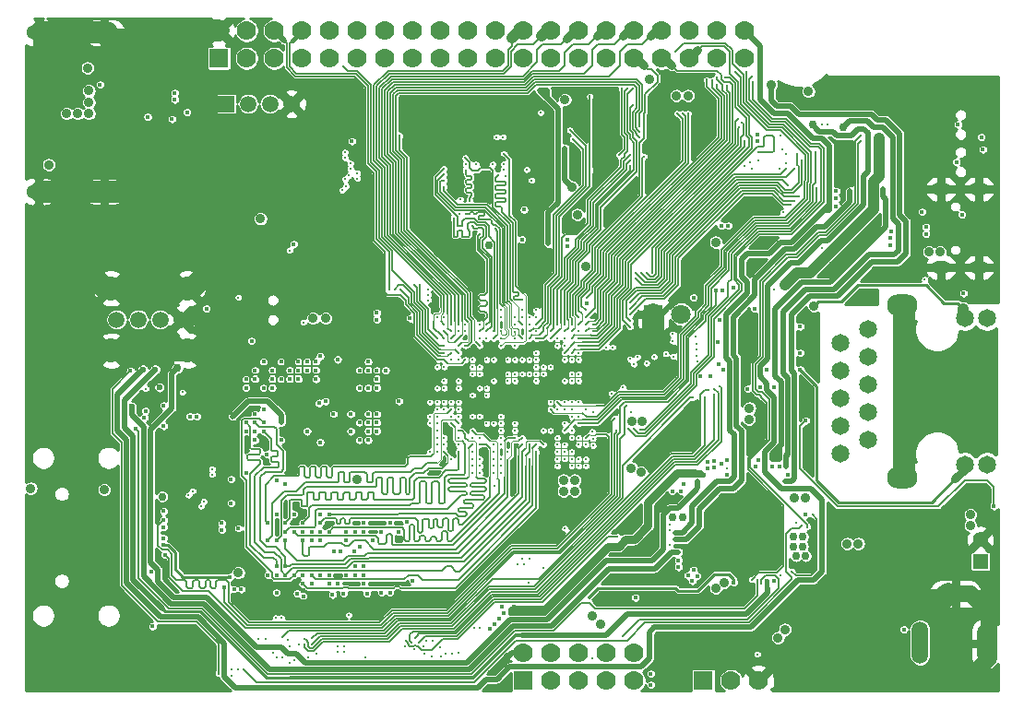
<source format=gbr>
%TF.GenerationSoftware,KiCad,Pcbnew,5.1.5-52549c5~84~ubuntu18.04.1*%
%TF.CreationDate,2020-02-11T15:54:30+02:00*%
%TF.ProjectId,A64-OlinuXino_Rev_G,4136342d-4f6c-4696-9e75-58696e6f5f52,G*%
%TF.SameCoordinates,Original*%
%TF.FileFunction,Copper,L4,Inr*%
%TF.FilePolarity,Positive*%
%FSLAX46Y46*%
G04 Gerber Fmt 4.6, Leading zero omitted, Abs format (unit mm)*
G04 Created by KiCad (PCBNEW 5.1.5-52549c5~84~ubuntu18.04.1) date 2020-02-11 15:54:30*
%MOMM*%
%LPD*%
G04 APERTURE LIST*
%TA.AperFunction,ViaPad*%
%ADD10O,2.800000X2.000000*%
%TD*%
%TA.AperFunction,ViaPad*%
%ADD11C,1.650000*%
%TD*%
%TA.AperFunction,ViaPad*%
%ADD12O,2.300000X1.300000*%
%TD*%
%TA.AperFunction,ViaPad*%
%ADD13O,2.700000X1.300000*%
%TD*%
%TA.AperFunction,ViaPad*%
%ADD14C,1.778000*%
%TD*%
%TA.AperFunction,ViaPad*%
%ADD15R,1.778000X1.778000*%
%TD*%
%TA.AperFunction,ViaPad*%
%ADD16C,5.500000*%
%TD*%
%TA.AperFunction,ViaPad*%
%ADD17C,1.500000*%
%TD*%
%TA.AperFunction,ViaPad*%
%ADD18C,2.200000*%
%TD*%
%TA.AperFunction,ViaPad*%
%ADD19R,1.500000X1.500000*%
%TD*%
%TA.AperFunction,ViaPad*%
%ADD20O,1.800000X1.200000*%
%TD*%
%TA.AperFunction,ViaPad*%
%ADD21R,1.422400X1.422400*%
%TD*%
%TA.AperFunction,ViaPad*%
%ADD22R,0.400000X0.400000*%
%TD*%
%TA.AperFunction,ViaPad*%
%ADD23R,1.400000X1.400000*%
%TD*%
%TA.AperFunction,ViaPad*%
%ADD24C,1.400000*%
%TD*%
%TA.AperFunction,ViaPad*%
%ADD25C,1.800000*%
%TD*%
%TA.AperFunction,ViaPad*%
%ADD26R,1.800000X1.800000*%
%TD*%
%TA.AperFunction,ViaPad*%
%ADD27O,3.700000X1.500000*%
%TD*%
%TA.AperFunction,ViaPad*%
%ADD28O,1.500000X3.600000*%
%TD*%
%TA.AperFunction,ViaPad*%
%ADD29O,1.500000X3.900000*%
%TD*%
%TA.AperFunction,ViaPad*%
%ADD30C,0.750000*%
%TD*%
%TA.AperFunction,ViaPad*%
%ADD31C,0.900000*%
%TD*%
%TA.AperFunction,ViaPad*%
%ADD32C,0.450000*%
%TD*%
%TA.AperFunction,ViaPad*%
%ADD33C,0.327000*%
%TD*%
%TA.AperFunction,ViaPad*%
%ADD34C,0.600000*%
%TD*%
%TA.AperFunction,ViaPad*%
%ADD35C,0.406400*%
%TD*%
%TA.AperFunction,Conductor*%
%ADD36C,1.016000*%
%TD*%
%TA.AperFunction,Conductor*%
%ADD37C,0.254000*%
%TD*%
%TA.AperFunction,Conductor*%
%ADD38C,0.106600*%
%TD*%
%TA.AperFunction,Conductor*%
%ADD39C,0.508000*%
%TD*%
%TA.AperFunction,Conductor*%
%ADD40C,0.762000*%
%TD*%
%TA.AperFunction,Conductor*%
%ADD41C,0.304800*%
%TD*%
%TA.AperFunction,Conductor*%
%ADD42C,2.032000*%
%TD*%
%TA.AperFunction,Conductor*%
%ADD43C,0.711200*%
%TD*%
%TA.AperFunction,Conductor*%
%ADD44C,1.524000*%
%TD*%
%TA.AperFunction,Conductor*%
%ADD45C,0.127000*%
%TD*%
%TA.AperFunction,Conductor*%
%ADD46C,0.406400*%
%TD*%
%TA.AperFunction,Conductor*%
%ADD47C,0.203200*%
%TD*%
G04 APERTURE END LIST*
D10*
%TO.N,Net-(C196-Pad2)*%
%TO.C,LAN1*%
X180823000Y-80036000D03*
X180823000Y-64236000D03*
D11*
%TO.N,/USB&HDMI\002CWiFi&BT\002CEthernet\002CLCD/PHYAD0*%
X188595000Y-78867000D03*
%TO.N,/USB&HDMI\002CWiFi&BT\002CEthernet\002CLCD/VDD33*%
X186563000Y-78867000D03*
%TO.N,/USB&HDMI\002CWiFi&BT\002CEthernet\002CLCD/PHYAD1*%
X188595000Y-65405000D03*
%TO.N,/USB&HDMI\002CWiFi&BT\002CEthernet\002CLCD/VDD33*%
X186563000Y-65405000D03*
%TO.N,/USB&HDMI\002CWiFi&BT\002CEthernet\002CLCD/MDI[3]-*%
X175133000Y-77851000D03*
%TO.N,/USB&HDMI\002CWiFi&BT\002CEthernet\002CLCD/MDI[3]+*%
X177673000Y-76581000D03*
%TO.N,/USB&HDMI\002CWiFi&BT\002CEthernet\002CLCD/MDI[2]-*%
X175133000Y-75311000D03*
%TO.N,/USB&HDMI\002CWiFi&BT\002CEthernet\002CLCD/MDI[2]+*%
X177673000Y-74041000D03*
%TO.N,Net-(C200-Pad2)*%
X175133000Y-72771000D03*
%TO.N,Net-(C199-Pad2)*%
X177673000Y-71501000D03*
%TO.N,/USB&HDMI\002CWiFi&BT\002CEthernet\002CLCD/MDI[1]-*%
X175133000Y-70231000D03*
%TO.N,/USB&HDMI\002CWiFi&BT\002CEthernet\002CLCD/MDI[1]+*%
X177673000Y-68961000D03*
%TO.N,/USB&HDMI\002CWiFi&BT\002CEthernet\002CLCD/MDI[0]-*%
X175133000Y-67691000D03*
%TO.N,/USB&HDMI\002CWiFi&BT\002CEthernet\002CLCD/MDI[0]+*%
X177673000Y-66421000D03*
%TD*%
D12*
%TO.N,GND*%
%TO.C,HDMI1*%
X101547000Y-39182000D03*
X101547000Y-53782000D03*
D13*
X107597000Y-53782000D03*
X107597000Y-39182000D03*
%TD*%
D14*
%TO.N,UART3-RX*%
%TO.C,UEXT1*%
X148590000Y-96139000D03*
%TO.N,UART3-TX*%
X148590000Y-98679000D03*
%TO.N,GND*%
X146050000Y-96139000D03*
D15*
%TO.N,+3V3*%
X146050000Y-98679000D03*
D14*
%TO.N,TWI1-SCK*%
X151130000Y-98679000D03*
%TO.N,TWI1-SDA*%
X151130000Y-96139000D03*
%TO.N,/Power Supply\002C Extensions and MiPi-DSI/UEXT-MOSI*%
X153670000Y-96139000D03*
%TO.N,/Power Supply\002C Extensions and MiPi-DSI/UEXT-MISO*%
X153670000Y-98679000D03*
%TO.N,/Power Supply\002C Extensions and MiPi-DSI/UEXT-CLK*%
X156210000Y-98679000D03*
%TO.N,/Power Supply\002C Extensions and MiPi-DSI/UEXT-CS*%
X156210000Y-96139000D03*
%TD*%
D16*
%TO.N,GND*%
%TO.C,Mounting_hole2*%
X114500000Y-96600000D03*
%TD*%
%TO.N,GND*%
%TO.C,Mounting_hole3*%
X113000000Y-40900000D03*
%TD*%
%TO.N,GND*%
%TO.C,Mounting_hole1*%
X172800000Y-96600000D03*
%TD*%
D17*
%TO.N,GND*%
%TO.C,USB1*%
X114712000Y-65532000D03*
%TO.N,/USB&HDMI\002CWiFi&BT\002CEthernet\002CLCD/USB1-DP*%
X112712000Y-65532000D03*
%TO.N,/USB&HDMI\002CWiFi&BT\002CEthernet\002CLCD/USB1-DM*%
X110712000Y-65532000D03*
%TO.N,Net-(C74-Pad1)*%
X108712000Y-65532000D03*
D18*
%TO.N,GND*%
X108212000Y-68382000D03*
X108212000Y-62682000D03*
X115212000Y-68382000D03*
X115212000Y-62682000D03*
%TD*%
D17*
%TO.N,GND*%
%TO.C,HSIC1*%
X124793000Y-45720000D03*
%TO.N,Net-(HSIC1-Pad3)*%
X122793000Y-45720000D03*
%TO.N,Net-(HSIC1-Pad2)*%
X120793000Y-45720000D03*
D19*
%TO.N,Net-(HSIC1-Pad1)*%
X118793000Y-45720000D03*
%TD*%
D20*
%TO.N,GND*%
%TO.C,USB-OTG1*%
X187842000Y-53550000D03*
X184372000Y-53550000D03*
X184372000Y-60750000D03*
X187842000Y-60750000D03*
%TD*%
D21*
%TO.N,GND*%
%TO.C,U15*%
X166624000Y-67310000D03*
%TD*%
%TO.N,GND*%
%TO.C,U14*%
X165862000Y-84645500D03*
D22*
X168062000Y-83845500D03*
X167362000Y-83845500D03*
X166662000Y-83845500D03*
X166662000Y-83145500D03*
X166662000Y-82445500D03*
X165062000Y-82445500D03*
X165062000Y-83145500D03*
X165062000Y-83845500D03*
X164362000Y-83845500D03*
X163662000Y-83845500D03*
X163662000Y-85445500D03*
X164362000Y-85445500D03*
X165062000Y-85445500D03*
X165062000Y-86145500D03*
X165062000Y-86845500D03*
X166662000Y-86845500D03*
X166662000Y-86145500D03*
X166662000Y-85445500D03*
X167362000Y-85445500D03*
X168062000Y-85445500D03*
%TD*%
D14*
%TO.N,PC4*%
%TO.C,GPIO1*%
X140970000Y-38989000D03*
%TO.N,/Power Supply\002C Extensions and MiPi-DSI/PE7*%
X140970000Y-41529000D03*
%TO.N,/Power Supply\002C Extensions and MiPi-DSI/PB4*%
X138430000Y-38989000D03*
%TO.N,/Power Supply\002C Extensions and MiPi-DSI/PE6*%
X138430000Y-41529000D03*
%TO.N,/Power Supply\002C Extensions and MiPi-DSI/PB3*%
X135890000Y-38989000D03*
%TO.N,/Power Supply\002C Extensions and MiPi-DSI/PE5*%
X135890000Y-41529000D03*
%TO.N,/Power Supply\002C Extensions and MiPi-DSI/PB2*%
X133350000Y-38989000D03*
%TO.N,/Power Supply\002C Extensions and MiPi-DSI/PE4*%
X133350000Y-41529000D03*
%TO.N,/Power Supply\002C Extensions and MiPi-DSI/PB1*%
X130810000Y-38989000D03*
%TO.N,/Power Supply\002C Extensions and MiPi-DSI/PE3*%
X130810000Y-41529000D03*
%TO.N,AP-RESET#*%
X120650000Y-38989000D03*
%TO.N,+3V3*%
X120650000Y-41529000D03*
%TO.N,GND*%
X118110000Y-38989000D03*
D15*
%TO.N,+5V*%
X118110000Y-41529000D03*
D14*
%TO.N,/Power Supply\002C Extensions and MiPi-DSI/PE0*%
X123190000Y-41529000D03*
%TO.N,UBOOT*%
X123190000Y-38989000D03*
%TO.N,KEYADC*%
X125730000Y-38989000D03*
%TO.N,/Power Supply\002C Extensions and MiPi-DSI/PE1*%
X125730000Y-41529000D03*
%TO.N,/Power Supply\002C Extensions and MiPi-DSI/PE2*%
X128270000Y-41529000D03*
%TO.N,/Power Supply\002C Extensions and MiPi-DSI/PB0*%
X128270000Y-38989000D03*
%TO.N,PL10*%
X153670000Y-38989000D03*
%TO.N,/Power Supply\002C Extensions and MiPi-DSI/PE12*%
X153670000Y-41529000D03*
%TO.N,/Power Supply\002C Extensions and MiPi-DSI/PE11*%
X151130000Y-41529000D03*
%TO.N,PL9*%
X151130000Y-38989000D03*
%TO.N,PL8*%
X148590000Y-38989000D03*
%TO.N,/Power Supply\002C Extensions and MiPi-DSI/PE10*%
X148590000Y-41529000D03*
%TO.N,/Power Supply\002C Extensions and MiPi-DSI/PE8*%
X143510000Y-41529000D03*
%TO.N,PC7*%
X143510000Y-38989000D03*
%TO.N,/Power Supply\002C Extensions and MiPi-DSI/PE9*%
X146050000Y-41529000D03*
%TO.N,PL7*%
X146050000Y-38989000D03*
%TO.N,/Power Supply\002C Extensions and MiPi-DSI/PE13*%
X156210000Y-41529000D03*
%TO.N,PL11*%
X156210000Y-38989000D03*
%TO.N,/Power Supply\002C Extensions and MiPi-DSI/PE14*%
X158750000Y-41529000D03*
%TO.N,PL12*%
X158750000Y-38989000D03*
%TO.N,/Power Supply\002C Extensions and MiPi-DSI/PE15*%
X161290000Y-41529000D03*
%TO.N,/Power Supply\002C Extensions and MiPi-DSI/1.8V_DVDD-CSI*%
X161290000Y-38989000D03*
%TO.N,/Power Supply\002C Extensions and MiPi-DSI/PE16\005CPOWERON*%
X163830000Y-41529000D03*
%TO.N,/Power Supply\002C Extensions and MiPi-DSI/2.8V_AVDD-CSI*%
X163830000Y-38989000D03*
%TO.N,/Power Supply\002C Extensions and MiPi-DSI/PE17\005CGPIO_LED*%
X166370000Y-41529000D03*
%TO.N,VCC-PE*%
X166370000Y-38989000D03*
%TD*%
%TO.N,GND*%
%TO.C,DBG_UART1*%
X167640000Y-98679000D03*
%TO.N,Net-(D4-Pad1)*%
X165100000Y-98679000D03*
D15*
%TO.N,Net-(DBG_UART1-Pad1)*%
X162560000Y-98679000D03*
%TD*%
D23*
%TO.N,VBAT*%
%TO.C,LIPO_BAT1*%
X187982860Y-87749380D03*
D24*
%TO.N,GND*%
X187980320Y-85737700D03*
%TD*%
D25*
%TO.N,Net-(C211-Pad2)*%
%TO.C,PHYRST1*%
X160528000Y-65024000D03*
D26*
%TO.N,GND*%
X157988000Y-65024000D03*
%TD*%
D27*
%TO.N,GND*%
%TO.C,PWR1*%
X185695000Y-90724000D03*
D28*
X188441000Y-95324000D03*
D29*
%TO.N,+5V_EXT*%
X182441000Y-95174000D03*
%TD*%
D30*
%TO.N,+5V_EXT*%
X171704000Y-85471000D03*
X170815000Y-85471000D03*
D31*
%TO.N,+5V*%
X153162000Y-93472000D03*
X152399998Y-92710000D03*
X104140000Y-46609000D03*
X106172000Y-45593000D03*
X106172000Y-44513500D03*
D32*
X143383000Y-93472000D03*
X142938492Y-93916500D03*
D31*
X121911591Y-56269409D03*
X105156000Y-46609000D03*
X106172000Y-46609000D03*
X178689000Y-48895000D03*
X157607000Y-43434000D03*
X170058510Y-62357000D03*
D33*
%TO.N,GND*%
X158932011Y-67706761D03*
X142240000Y-48800000D03*
X141732000Y-48800000D03*
X142748000Y-46482000D03*
D32*
X143002000Y-97917000D03*
X143002000Y-99314000D03*
X143637000Y-99314000D03*
X166878000Y-60642500D03*
D33*
X143973490Y-65974531D03*
X142250000Y-50038000D03*
X138747500Y-50863500D03*
D34*
X147900000Y-48641000D03*
D31*
X153797000Y-56007000D03*
D33*
X142240000Y-52250000D03*
X142748000Y-52250000D03*
D32*
X161163000Y-62547500D03*
X161226500Y-61912500D03*
D31*
X163576000Y-59598410D03*
D32*
X167767000Y-58864500D03*
X167766994Y-58166000D03*
X153568442Y-50190442D03*
D31*
X110744000Y-94488000D03*
D30*
X112915212Y-87871788D03*
D32*
X159385000Y-99314000D03*
D31*
X139336162Y-90897899D03*
X137922000Y-91007737D03*
D32*
X126689621Y-90631695D03*
X132334000Y-90677994D03*
X136510500Y-90600000D03*
X135841000Y-90600000D03*
X134490259Y-90490259D03*
X131000500Y-90677994D03*
X130175006Y-90678000D03*
X171831000Y-72770992D03*
X121885000Y-67437000D03*
X123444000Y-67437000D03*
X125349000Y-67437000D03*
X127254000Y-67437000D03*
D33*
X148525000Y-75075000D03*
D35*
X142675000Y-73775000D03*
D32*
X132200000Y-85000000D03*
X134600000Y-85800000D03*
X130600000Y-89800000D03*
X134600000Y-84200000D03*
X133000000Y-89800000D03*
X133000000Y-84200000D03*
D33*
X145275000Y-77025000D03*
X145275000Y-77675000D03*
X143975000Y-77675000D03*
X144625000Y-77025000D03*
X142025000Y-77675000D03*
X138775000Y-78325000D03*
X137475000Y-79625000D03*
X142025000Y-75725000D03*
D32*
X128200000Y-84200000D03*
X122600000Y-90600000D03*
X123400000Y-84200000D03*
X124200000Y-83400000D03*
X133400000Y-75800000D03*
X130200000Y-75000000D03*
X129000000Y-76800000D03*
X128600000Y-75000000D03*
X129800000Y-69200000D03*
X129400000Y-70200000D03*
X125222000Y-78613000D03*
X122428000Y-78613000D03*
X126200000Y-75000000D03*
X121400000Y-69400000D03*
X124600000Y-69400000D03*
X128200000Y-69200000D03*
D33*
X142025000Y-73775000D03*
X142025000Y-71175000D03*
X143325000Y-70525000D03*
X142675000Y-71175000D03*
D32*
X178689000Y-56769000D03*
D31*
X181737000Y-49657000D03*
D32*
X184404000Y-43434000D03*
X185674000Y-43434000D03*
X173990000Y-43434000D03*
D33*
X149175000Y-71175000D03*
D31*
X171831000Y-88265000D03*
X157226000Y-89408000D03*
X156210000Y-89408000D03*
D33*
X147875000Y-78325000D03*
X147225000Y-76375000D03*
X148525000Y-77025000D03*
X147225000Y-75725000D03*
D31*
X148971000Y-83820000D03*
X176784000Y-92202000D03*
D32*
X180340000Y-88900000D03*
X179641500Y-88900000D03*
X175387000Y-88582500D03*
X175196500Y-89281000D03*
D31*
X187452000Y-82169000D03*
X187452000Y-81026000D03*
X155829000Y-84709000D03*
X172085000Y-75819000D03*
X155829000Y-86741000D03*
D32*
X171831000Y-73533000D03*
D31*
X189103000Y-46101000D03*
X187325000Y-46101000D03*
X181610000Y-54991000D03*
X169672000Y-44577000D03*
X182753000Y-49657000D03*
D33*
X145275000Y-69875000D03*
X144625000Y-69875000D03*
X145925000Y-69875000D03*
X146575000Y-69875000D03*
X145925000Y-71825000D03*
X146575000Y-71175000D03*
X145925000Y-71175000D03*
X145275000Y-71825000D03*
X144625000Y-71825000D03*
X143975000Y-71825000D03*
X143325000Y-71825000D03*
X143975000Y-71175000D03*
X146575000Y-71825000D03*
X147225000Y-71825000D03*
X147875000Y-71825000D03*
X148525000Y-72475000D03*
D35*
X147225000Y-73125000D03*
X147875000Y-73125000D03*
X143975000Y-72475000D03*
D33*
X143325000Y-72475000D03*
D35*
X144625000Y-72475000D03*
X145275000Y-72475000D03*
X145925000Y-72475000D03*
X146575000Y-72475000D03*
X147225000Y-72475000D03*
X147875000Y-72475000D03*
D33*
X148525000Y-74425000D03*
X149175000Y-74425000D03*
D35*
X147875000Y-73775000D03*
X143325000Y-73125000D03*
X142675000Y-73125000D03*
X143975000Y-73125000D03*
X144625000Y-73125000D03*
X145275000Y-73125000D03*
X145925000Y-73125000D03*
X146575000Y-73125000D03*
X147225000Y-73775000D03*
X146575000Y-73775000D03*
X145925000Y-73775000D03*
X145275000Y-73775000D03*
X144625000Y-73775000D03*
X143975000Y-73775000D03*
X143325000Y-73775000D03*
X147875000Y-74425000D03*
X147225000Y-74425000D03*
X146575000Y-74425000D03*
X146575000Y-75075000D03*
X147225000Y-75075000D03*
D33*
X143325000Y-74425000D03*
X145275000Y-74425000D03*
D32*
X130600000Y-84200000D03*
X132200000Y-84200000D03*
X119200000Y-83100000D03*
D31*
X102108000Y-76327000D03*
D32*
X113792000Y-48895000D03*
X113792000Y-51816000D03*
X113792000Y-45974000D03*
X111506000Y-45974000D03*
X111506000Y-48895000D03*
X111506000Y-51816000D03*
X107188000Y-46228000D03*
X107188000Y-49276000D03*
X107188000Y-50800000D03*
X107188000Y-43307000D03*
D33*
X145925000Y-74425000D03*
X152425000Y-65325000D03*
X139425000Y-75725000D03*
X138775000Y-75075000D03*
X140725000Y-67275000D03*
D31*
X184658000Y-55118000D03*
X183642000Y-55118000D03*
X123571000Y-58928000D03*
X107569000Y-80010000D03*
X102362000Y-95504000D03*
X102362000Y-94361000D03*
X101092000Y-76327000D03*
X148971000Y-84836000D03*
D32*
X144272000Y-99314000D03*
D31*
X174503225Y-60584225D03*
X167132000Y-54737000D03*
D32*
X185039000Y-43815000D03*
X185039000Y-45593000D03*
X186436000Y-45593000D03*
X179959000Y-45974000D03*
X184023000Y-46355000D03*
X131000000Y-75800000D03*
X128200000Y-76800000D03*
X131000000Y-69400000D03*
X123800000Y-75800000D03*
X122200000Y-76600000D03*
D31*
X129794000Y-67183000D03*
X107188000Y-91186000D03*
X113538000Y-55880000D03*
X114681000Y-55880000D03*
D32*
X172085000Y-66167000D03*
X126365000Y-51054000D03*
X124714000Y-49403000D03*
D31*
X161290000Y-76835000D03*
D33*
X145925000Y-66625000D03*
D32*
X132600000Y-69400000D03*
D33*
X138125000Y-64675000D03*
D32*
X131800000Y-71000000D03*
X125222000Y-65659000D03*
X132600000Y-76600000D03*
X122809000Y-48514000D03*
D31*
X118364000Y-48260000D03*
X120142000Y-48260000D03*
X121793000Y-48260000D03*
D32*
X123825000Y-48514000D03*
D31*
X122555000Y-58928000D03*
X146500000Y-60600000D03*
X146500000Y-59600000D03*
D32*
X154813000Y-48895000D03*
X178689000Y-56134000D03*
D31*
X176911000Y-63500000D03*
X177927000Y-63500000D03*
D32*
X184912000Y-62484000D03*
D31*
X129857500Y-44577000D03*
X130810000Y-44577000D03*
X128905000Y-46863000D03*
X129857500Y-46863000D03*
X127952500Y-46863000D03*
D32*
X100838000Y-83185000D03*
D31*
X163322000Y-46741510D03*
X162306000Y-46741510D03*
D32*
X175387000Y-49657000D03*
X174752000Y-49657000D03*
D35*
X147875000Y-75075000D03*
D31*
X101092000Y-44323000D03*
X101092000Y-46101000D03*
X101092000Y-48006000D03*
X101092000Y-49784000D03*
X101092000Y-51562000D03*
X106299000Y-51943000D03*
X106299000Y-50038000D03*
X101092000Y-41021000D03*
X101092000Y-42672000D03*
D32*
X159385000Y-98679000D03*
X159385000Y-97917000D03*
X124200000Y-90600000D03*
X125800000Y-83400000D03*
X129000000Y-89000000D03*
X132200000Y-89800000D03*
X120600000Y-76600000D03*
X123000000Y-69400000D03*
X126200000Y-71000000D03*
X132080000Y-64262000D03*
X118364000Y-83566000D03*
X116459000Y-77597000D03*
X116459000Y-76962000D03*
D31*
X107188000Y-89662000D03*
X101092000Y-99060000D03*
X102235000Y-97917000D03*
X101092000Y-96774000D03*
X101092000Y-94361000D03*
D32*
X179451000Y-90678000D03*
D31*
X147447000Y-58674000D03*
D30*
X146558000Y-58674000D03*
D32*
X143637000Y-97536000D03*
D31*
X127571500Y-58928000D03*
X128524000Y-59944000D03*
X127571500Y-59944000D03*
D33*
X141668500Y-52250000D03*
X142250000Y-51250000D03*
X142748000Y-49657000D03*
X142750000Y-48800000D03*
X142750000Y-50250000D03*
X147200000Y-53250000D03*
X147900000Y-52250000D03*
X147900000Y-51250000D03*
D32*
X179430320Y-45545808D03*
X175387000Y-43434000D03*
X174625000Y-43434000D03*
X186690000Y-43434000D03*
X187706000Y-43434000D03*
X189357000Y-43434000D03*
X188658500Y-43434000D03*
X189357000Y-44069000D03*
X189357000Y-44704000D03*
X189357000Y-45339000D03*
X186182000Y-43815000D03*
X187198000Y-43815000D03*
X188188600Y-43815000D03*
D31*
X183007000Y-47371000D03*
D32*
X182753000Y-43434000D03*
X176022000Y-43434000D03*
X180594000Y-45974000D03*
X183514992Y-45592992D03*
X182753000Y-45974000D03*
X185674000Y-44450000D03*
X186690000Y-44450000D03*
X187706000Y-44450000D03*
X188595000Y-44450000D03*
X180721000Y-45085000D03*
D31*
%TO.N,+1.5V*%
X166795562Y-73660000D03*
D32*
X125285509Y-90678003D03*
X131698994Y-90678000D03*
X129540000Y-90678000D03*
X131800000Y-76600000D03*
X130600000Y-89000000D03*
X133000000Y-90600000D03*
X133800000Y-90600000D03*
X135354607Y-84148773D03*
X133000000Y-85000000D03*
X129800000Y-85000000D03*
X135900000Y-89500000D03*
X123400000Y-90600000D03*
X127400000Y-85000000D03*
X123400000Y-83400000D03*
X125000000Y-83400000D03*
X131000000Y-76600000D03*
X132600000Y-75800000D03*
X130200000Y-75800000D03*
X127400000Y-76800000D03*
X128600000Y-74200000D03*
X131800000Y-69400000D03*
X131000000Y-70200000D03*
X132600000Y-70200000D03*
X133400000Y-70200000D03*
X126200000Y-75800000D03*
X122200000Y-69400000D03*
X123800000Y-69400000D03*
X127000000Y-70200000D03*
X126200000Y-70200000D03*
X119200000Y-82400000D03*
D33*
X142025000Y-74425000D03*
X141375000Y-74425000D03*
D31*
X166751000Y-74676000D03*
D33*
X145275000Y-75725000D03*
X145275000Y-75075000D03*
X143975000Y-75075000D03*
X143975000Y-76375000D03*
X143975000Y-75725000D03*
X143325000Y-75075000D03*
X142675000Y-75075000D03*
D32*
X131400000Y-84200000D03*
X133800000Y-84200000D03*
X134600000Y-85000000D03*
D33*
X143975000Y-74425000D03*
D32*
X129000000Y-69200000D03*
X123800000Y-76600000D03*
X121400000Y-76600000D03*
X128200000Y-89000000D03*
X121100000Y-67500000D03*
%TO.N,/VREF0_DDR3*%
X127400000Y-68900000D03*
X126600000Y-89800000D03*
X123800000Y-75000000D03*
X119900000Y-84700000D03*
X119200000Y-80200000D03*
X119380000Y-74422000D03*
D33*
%TO.N,/S0SVREF*%
X141375000Y-76375000D03*
D31*
X130800000Y-80200000D03*
D32*
%TO.N,+3V3*%
X156337000Y-91059000D03*
D30*
X142858872Y-58686709D03*
D33*
X145275000Y-67936832D03*
X145275000Y-67289861D03*
X144625000Y-69225000D03*
D31*
X149860000Y-45333490D03*
D32*
X130302000Y-49149000D03*
X157734000Y-99060000D03*
X124968000Y-58610488D03*
D31*
X155956000Y-79184500D03*
X156839490Y-79565500D03*
D33*
X148525000Y-69875000D03*
D32*
X180975000Y-93980000D03*
D33*
X147875000Y-70525000D03*
D31*
X119888000Y-88773000D03*
D32*
X186309000Y-55880000D03*
X144221200Y-92519500D03*
X143827500Y-93027500D03*
D31*
X163703000Y-58420000D03*
D33*
X147875000Y-69875000D03*
D31*
X151003000Y-55880000D03*
X161163000Y-44952490D03*
X160083500Y-44958000D03*
X100838000Y-81026000D03*
X107569000Y-81153000D03*
X172212000Y-44577000D03*
D32*
X118357157Y-84207843D03*
D33*
%TO.N,Net-(C37-Pad2)*%
X140250000Y-54500000D03*
D32*
%TO.N,GNDA*%
X132588000Y-65532000D03*
X132588000Y-64897000D03*
D33*
X137475000Y-73125000D03*
D34*
X112649000Y-71755000D03*
D30*
X112903000Y-81788000D03*
D32*
X118364000Y-84836000D03*
D33*
%TO.N,/NAND Flash \002C eMMC\002C T-Card and Audio/MBIAS*%
X140075000Y-71175000D03*
D32*
X113030000Y-85598000D03*
%TO.N,+3.0VA*%
X160274000Y-86868000D03*
D33*
X141375000Y-70525000D03*
X145925000Y-69225000D03*
D32*
X159639000Y-86868000D03*
D31*
X127889000Y-65405000D03*
D34*
X110109000Y-73533000D03*
D32*
%TO.N,+1V8*%
X170688000Y-81026000D03*
X170053000Y-81026000D03*
D33*
X140075000Y-71825000D03*
D31*
X126746000Y-65405000D03*
D34*
X111125000Y-70104000D03*
D30*
X172593000Y-47625000D03*
D33*
%TO.N,Net-(C51-Pad1)*%
X138775000Y-73125000D03*
%TO.N,/NAND Flash \002C eMMC\002C T-Card and Audio/MICIN1P*%
X116712992Y-82232500D03*
X138125000Y-69875000D03*
D32*
%TO.N,Net-(C54-Pad2)*%
X135636000Y-65405000D03*
D33*
X142025000Y-71825000D03*
X141375000Y-72475000D03*
%TO.N,Net-(C55-Pad1)*%
X138125000Y-71825000D03*
D32*
%TO.N,Net-(C57-Pad2)*%
X113030000Y-86233000D03*
X119126000Y-89154000D03*
D33*
%TO.N,Net-(C59-Pad1)*%
X138125000Y-73125000D03*
%TO.N,/NAND Flash \002C eMMC\002C T-Card and Audio/MICIN1N*%
X138775000Y-69875000D03*
X116459000Y-82677000D03*
%TO.N,Net-(C61-Pad1)*%
X140075000Y-73125000D03*
%TO.N,Net-(C61-Pad2)*%
X140075000Y-73775000D03*
D31*
%TO.N,+5V_USBOTG*%
X183261000Y-59309000D03*
D30*
X171958000Y-87249000D03*
X171069000Y-87249000D03*
D31*
X184277000Y-59309000D03*
D33*
%TO.N,Net-(C68-Pad2)*%
X182880000Y-61849000D03*
%TO.N,/USB&HDMI\002CWiFi&BT\002CEthernet\002CLCD/USB0-VBUSDET*%
X156743424Y-75620325D03*
X172974000Y-53467000D03*
D32*
X179705000Y-58674000D03*
%TO.N,+3.3VD*%
X162052000Y-81013774D03*
D33*
X145275000Y-69225000D03*
D32*
X162052000Y-80391000D03*
D30*
X114300000Y-69977000D03*
D31*
X102489000Y-51308000D03*
D32*
%TO.N,+3.3VWiFiIO*%
X164768310Y-78422500D03*
X164211000Y-78803500D03*
D33*
X147225000Y-68575000D03*
D32*
X150114000Y-58166000D03*
X150114000Y-58801000D03*
X164846000Y-56896000D03*
X164211000Y-56896000D03*
X174752000Y-53721000D03*
%TO.N,VCC-PL*%
X160020000Y-85725000D03*
X176022000Y-54483000D03*
X160655000Y-85725000D03*
D33*
X142675000Y-69225000D03*
D32*
X176022000Y-53721000D03*
%TO.N,1.1V_CPUS*%
X168910000Y-78359000D03*
X179070000Y-53530500D03*
D33*
X142025000Y-69875000D03*
D32*
X169545000Y-78359000D03*
X179070000Y-54229000D03*
X146113500Y-55435500D03*
D31*
%TO.N,1.1V_CPUX*%
X150749000Y-81280000D03*
D33*
X149175000Y-78975000D03*
X149175000Y-78325000D03*
X149825000Y-78325000D03*
X150475000Y-78325000D03*
X151125000Y-78325000D03*
X151125000Y-78975000D03*
X150475000Y-78975000D03*
X151775000Y-78325000D03*
X151775000Y-78975000D03*
X149175000Y-77675000D03*
X149825000Y-77675000D03*
X150475000Y-77675000D03*
X149175000Y-76375000D03*
X148525000Y-75725000D03*
X149825000Y-77025000D03*
X149175000Y-77025000D03*
D31*
X149733000Y-80264000D03*
X149733000Y-81280000D03*
X150749000Y-80269520D03*
D32*
%TO.N,Net-(C125-Pad2)*%
X160782000Y-80645000D03*
%TO.N,IPS*%
X159702500Y-81280012D03*
X168910000Y-78994000D03*
X167646119Y-78414380D03*
X144082889Y-91883111D03*
D31*
X170942000Y-81915000D03*
X171958000Y-81915000D03*
D30*
X170815000Y-86360000D03*
X171704000Y-86360000D03*
D31*
X164465000Y-89662000D03*
D32*
X160274000Y-87630000D03*
X160274000Y-88265000D03*
D30*
X160655000Y-83693000D03*
X159766000Y-83693000D03*
D32*
X162941000Y-78587600D03*
X162941000Y-79222600D03*
X167386000Y-78994000D03*
X169545000Y-78994000D03*
D31*
X187071000Y-83439000D03*
X187071000Y-84455000D03*
D32*
X160528000Y-81280000D03*
D31*
X163703000Y-90170000D03*
D33*
X164719000Y-79184500D03*
D32*
X164719000Y-79756000D03*
D31*
%TO.N,Net-(C135-Pad1)*%
X176784000Y-86106000D03*
X175768000Y-86106000D03*
D32*
%TO.N,VBAT*%
X171958000Y-83439000D03*
D31*
%TO.N,Net-(C143-Pad2)*%
X170053000Y-93980000D03*
X169418000Y-94742000D03*
D32*
%TO.N,Net-(C149-Pad1)*%
X161988500Y-89090500D03*
X161544000Y-89535000D03*
%TO.N,3.0V_RTC*%
X168465498Y-90233502D03*
D33*
X141375000Y-69225000D03*
D32*
X168402000Y-89535000D03*
X116967000Y-64516000D03*
D34*
X112268000Y-70104000D03*
D31*
%TO.N,1.1V_SYS*%
X156004016Y-74878590D03*
X156915685Y-74871985D03*
D33*
X142675000Y-71825000D03*
X143325000Y-71175000D03*
X142675000Y-72475000D03*
X145275000Y-70525000D03*
X144625000Y-70525000D03*
X145925000Y-70525000D03*
X146575000Y-70525000D03*
X147225000Y-70525000D03*
X147225000Y-69875000D03*
X147225000Y-71175000D03*
X145275000Y-71175000D03*
X144625000Y-71175000D03*
%TO.N,AP-RESET#*%
X167005000Y-89408000D03*
X167894000Y-72644000D03*
X140075000Y-68575000D03*
X129540000Y-42291000D03*
D32*
X185928000Y-47625000D03*
D33*
X177038000Y-48641000D03*
D32*
%TO.N,/Power Supply\002C Extensions and MiPi-DSI/3.3V_MIPI*%
X144843500Y-92455998D03*
X161988500Y-79756000D03*
X162623500Y-79756000D03*
X145161000Y-91871800D03*
%TO.N,/Power Supply\002C Extensions and MiPi-DSI/2.8V_AVDD-CSI*%
X174752000Y-55118000D03*
X174752000Y-54419500D03*
X163576000Y-78486000D03*
X163576000Y-79121000D03*
%TO.N,VCC-PE*%
X174117000Y-54864000D03*
X160655000Y-85090000D03*
X160020000Y-85090000D03*
X174117000Y-55499000D03*
D31*
X151759490Y-60642500D03*
%TO.N,/Power Supply\002C Extensions and MiPi-DSI/1.8V_DVDD-CSI*%
X168783000Y-43942000D03*
D32*
X170688000Y-80391000D03*
X170053000Y-80391000D03*
%TO.N,Net-(C174-Pad2)*%
X170307000Y-79756000D03*
D33*
%TO.N,Net-(C177-Pad2)*%
X172085000Y-84582000D03*
D32*
X185801000Y-51054000D03*
D33*
X177038000Y-49149000D03*
D32*
%TO.N,1.2V_HSIC*%
X170180000Y-78359000D03*
X148336000Y-57912000D03*
X170180000Y-78994000D03*
D33*
X143325000Y-69225000D03*
D30*
X175387000Y-47879000D03*
D32*
X148336000Y-58547000D03*
X147574000Y-44513500D03*
X148208996Y-44513500D03*
%TO.N,Net-(C181-Pad2)*%
X169037000Y-89535000D03*
D33*
%TO.N,Net-(C183-Pad1)*%
X138127943Y-67272057D03*
X136525000Y-62357000D03*
%TO.N,Net-(C184-Pad1)*%
X138775000Y-67925000D03*
X136017000Y-62357000D03*
%TO.N,Net-(C188-Pad2)*%
X146575000Y-69225000D03*
D32*
X145923000Y-58166000D03*
D33*
%TO.N,Net-(C192-Pad2)*%
X141375000Y-69875000D03*
%TO.N,KEYADC*%
X133731000Y-62738000D03*
%TO.N,Net-(D4-Pad2)*%
X167513000Y-96266000D03*
D32*
X157734000Y-98044000D03*
D33*
X150475000Y-75725000D03*
%TO.N,Net-(DBG_UART1-Pad1)*%
X148525000Y-73125000D03*
D32*
%TO.N,Net-(FET1-Pad3)*%
X107188000Y-43942000D03*
D33*
%TO.N,/USB&HDMI\002CWiFi&BT\002CEthernet\002CLCD/HCEC*%
X140725000Y-66625000D03*
D32*
X111569500Y-46926500D03*
X113792000Y-47117000D03*
D31*
%TO.N,Net-(FUSE1-Pad2)*%
X106045000Y-42418000D03*
D33*
%TO.N,/Power Supply\002C Extensions and MiPi-DSI/PE16*%
X151775000Y-65975000D03*
X163830000Y-43942000D03*
%TO.N,/Power Supply\002C Extensions and MiPi-DSI/PE15*%
X157861000Y-61214000D03*
%TO.N,PL12*%
X140075000Y-65975000D03*
%TO.N,/Power Supply\002C Extensions and MiPi-DSI/PE14*%
X152425000Y-66625000D03*
%TO.N,PL11*%
X139425000Y-67275000D03*
%TO.N,/Power Supply\002C Extensions and MiPi-DSI/PE13*%
X150475000Y-65975000D03*
%TO.N,PL10*%
X139425000Y-65975000D03*
%TO.N,/Power Supply\002C Extensions and MiPi-DSI/PE12*%
X151775000Y-66625000D03*
X164719000Y-44069000D03*
%TO.N,PL9*%
X139425000Y-66625000D03*
%TO.N,/Power Supply\002C Extensions and MiPi-DSI/PE11*%
X149825000Y-65975000D03*
X156083000Y-44323000D03*
%TO.N,PL8*%
X138775000Y-65975000D03*
%TO.N,/Power Supply\002C Extensions and MiPi-DSI/PE10*%
X163385500Y-43561000D03*
X151775000Y-65325000D03*
%TO.N,PL7*%
X138775000Y-67275000D03*
%TO.N,/Power Supply\002C Extensions and MiPi-DSI/PE9*%
X164592000Y-43307000D03*
X150475000Y-68575000D03*
%TO.N,PC7*%
X155575000Y-44323000D03*
X147225000Y-67275000D03*
%TO.N,/Power Supply\002C Extensions and MiPi-DSI/PE8*%
X152425000Y-65975000D03*
X163830000Y-43307000D03*
%TO.N,/Power Supply\002C Extensions and MiPi-DSI/PE0*%
X151125000Y-67925000D03*
X166370000Y-49149000D03*
%TO.N,UBOOT*%
X134747000Y-63246000D03*
X119888000Y-63500000D03*
X140725000Y-69225000D03*
%TO.N,/Power Supply\002C Extensions and MiPi-DSI/PE1*%
X151775000Y-64675000D03*
X161163000Y-46609000D03*
%TO.N,/Power Supply\002C Extensions and MiPi-DSI/PE2*%
X151125000Y-65325000D03*
X160147000Y-46609000D03*
%TO.N,/Power Supply\002C Extensions and MiPi-DSI/PB0*%
X148525000Y-73775000D03*
X160020000Y-40894000D03*
%TO.N,/Power Supply\002C Extensions and MiPi-DSI/PE3*%
X151125000Y-65975000D03*
X160655000Y-46609000D03*
%TO.N,/Power Supply\002C Extensions and MiPi-DSI/PB1*%
X155702000Y-75565000D03*
X167132000Y-43688000D03*
%TO.N,/Power Supply\002C Extensions and MiPi-DSI/PE4*%
X165862000Y-47879000D03*
X151125000Y-67275000D03*
%TO.N,/Power Supply\002C Extensions and MiPi-DSI/PB2*%
X149175000Y-73125000D03*
X165481000Y-42799000D03*
%TO.N,/Power Supply\002C Extensions and MiPi-DSI/PE5*%
X166116000Y-47434500D03*
X149825000Y-68575000D03*
%TO.N,/Power Supply\002C Extensions and MiPi-DSI/PB3*%
X156211018Y-75568392D03*
X167005000Y-43180000D03*
%TO.N,/Power Supply\002C Extensions and MiPi-DSI/PE6*%
X149825000Y-66625000D03*
X156083000Y-45847000D03*
%TO.N,/Power Supply\002C Extensions and MiPi-DSI/PB4*%
X149825000Y-75725000D03*
X166497000Y-42799000D03*
%TO.N,/Power Supply\002C Extensions and MiPi-DSI/PE7*%
X165728094Y-47100810D03*
X150475000Y-67275000D03*
%TO.N,PC4*%
X147225000Y-66625000D03*
X154813000Y-50419000D03*
X155067000Y-44323000D03*
%TO.N,/USB&HDMI\002CWiFi&BT\002CEthernet\002CLCD/HSCL*%
X142025000Y-65975000D03*
D32*
X115189000Y-46482000D03*
D33*
%TO.N,/USB&HDMI\002CWiFi&BT\002CEthernet\002CLCD/HSDA*%
X140075000Y-66625000D03*
D32*
X114046000Y-45339000D03*
D33*
%TO.N,/NAND Flash \002C eMMC\002C T-Card and Audio/HPOUTR*%
X138775000Y-71825000D03*
D32*
X115443000Y-74422000D03*
D33*
%TO.N,/NAND Flash \002C eMMC\002C T-Card and Audio/HPOUTFB*%
X138775000Y-73775000D03*
X125857000Y-65786000D03*
X111379000Y-71882000D03*
%TO.N,/NAND Flash \002C eMMC\002C T-Card and Audio/HPOUTL*%
X138775000Y-71175000D03*
D32*
X116078000Y-74422000D03*
D33*
%TO.N,TWI0-SDA*%
X123046810Y-96139000D03*
X127063500Y-96249810D03*
X150475000Y-73775000D03*
%TO.N,TWI0-SCK*%
X123380500Y-96583500D03*
X126301500Y-96520000D03*
X149825000Y-73125000D03*
%TO.N,PH11*%
X146621498Y-87503000D03*
X142082629Y-93884750D03*
X151125000Y-77025000D03*
%TO.N,PH10*%
X146502839Y-89678190D03*
X125410454Y-95360810D03*
X150475000Y-74425000D03*
%TO.N,/USB&HDMI\002CWiFi&BT\002CEthernet\002CLCD/LCD_D7*%
X156517484Y-68980625D03*
X141526348Y-93840743D03*
%TO.N,/USB&HDMI\002CWiFi&BT\002CEthernet\002CLCD/LCD_D6*%
X138938000Y-96202500D03*
X149175000Y-67925000D03*
%TO.N,/USB&HDMI\002CWiFi&BT\002CEthernet\002CLCD/LCD_D5*%
X131508500Y-96520000D03*
X151125000Y-70525000D03*
%TO.N,/USB&HDMI\002CWiFi&BT\002CEthernet\002CLCD/LCD_D4*%
X138475893Y-96457840D03*
X149825000Y-67275000D03*
%TO.N,/USB&HDMI\002CWiFi&BT\002CEthernet\002CLCD/LCD_D3*%
X138430000Y-95614810D03*
X151125000Y-68575000D03*
%TO.N,/USB&HDMI\002CWiFi&BT\002CEthernet\002CLCD/LCD_D2*%
X137664084Y-96475376D03*
X151125000Y-66625000D03*
%TO.N,/USB&HDMI\002CWiFi&BT\002CEthernet\002CLCD/LCD_D20*%
X155828998Y-69151500D03*
X137160000Y-95059500D03*
%TO.N,/USB&HDMI\002CWiFi&BT\002CEthernet\002CLCD/LCD_D10*%
X135242014Y-94997657D03*
X154686000Y-85471000D03*
X150475000Y-73125000D03*
%TO.N,/USB&HDMI\002CWiFi&BT\002CEthernet\002CLCD/LCD_D11*%
X135182253Y-95567679D03*
X151125000Y-69225000D03*
%TO.N,/NAND Flash \002C eMMC\002C T-Card and Audio/SDC0-D2*%
X152420972Y-74044695D03*
D32*
X113030006Y-83121500D03*
D33*
%TO.N,/NAND Flash \002C eMMC\002C T-Card and Audio/SDC0-D3*%
X151775000Y-76375000D03*
D32*
X113030000Y-83947000D03*
%TO.N,/NAND Flash \002C eMMC\002C T-Card and Audio/SDC0-CMD*%
X113030000Y-84582000D03*
D33*
X149175000Y-73775000D03*
%TO.N,Net-(MICRO_SD1-Pad5)*%
X154552373Y-75698631D03*
D32*
X113157000Y-87122000D03*
%TO.N,/NAND Flash \002C eMMC\002C T-Card and Audio/SDC0-D0*%
X120142000Y-90297000D03*
D33*
X149825000Y-71175000D03*
%TO.N,/NAND Flash \002C eMMC\002C T-Card and Audio/SDC0-D1*%
X151761058Y-73767839D03*
D32*
X119497313Y-90287101D03*
D33*
%TO.N,/NAND Flash \002C eMMC\002C T-Card and Audio/SDC0-DET#*%
X154432000Y-74612500D03*
D32*
X118560803Y-90100188D03*
D33*
%TO.N,/Power Supply\002C Extensions and MiPi-DSI/MIPI-DSI-RST*%
X146113500Y-88011000D03*
X151125000Y-76375000D03*
%TO.N,/Power Supply\002C Extensions and MiPi-DSI/MIPI-DSI-BKL*%
X145542000Y-87995338D03*
X149825000Y-75075000D03*
%TO.N,/Power Supply\002C Extensions and MiPi-DSI/DSI-D0N*%
X124449847Y-94965564D03*
X129667000Y-50673000D03*
X147225000Y-64675000D03*
%TO.N,/Power Supply\002C Extensions and MiPi-DSI/MIPI-DSI-EN*%
X145906348Y-87535235D03*
X150475000Y-76375000D03*
%TO.N,/Power Supply\002C Extensions and MiPi-DSI/DSI-D0P*%
X124587000Y-95504000D03*
X129667000Y-50165000D03*
X147225000Y-65325000D03*
%TO.N,/Power Supply\002C Extensions and MiPi-DSI/DSI-CKN*%
X145917010Y-65325000D03*
X123317000Y-92916680D03*
X130810000Y-52578000D03*
%TO.N,/Power Supply\002C Extensions and MiPi-DSI/DSI-D1N*%
X121706248Y-94882054D03*
X130175000Y-51689000D03*
X146575000Y-65975000D03*
%TO.N,/Power Supply\002C Extensions and MiPi-DSI/DSI-CKP*%
X145917010Y-64675000D03*
X123825000Y-92916680D03*
X130810000Y-52070000D03*
%TO.N,/Power Supply\002C Extensions and MiPi-DSI/DSI-D1P*%
X122373619Y-94869000D03*
X130175000Y-51181000D03*
X146575000Y-65325000D03*
%TO.N,/Power Supply\002C Extensions and MiPi-DSI/DSI-D3N*%
X143973490Y-65325000D03*
X129603500Y-96075500D03*
X129413000Y-53657500D03*
%TO.N,/Power Supply\002C Extensions and MiPi-DSI/DSI-D2N*%
X145274828Y-65970510D03*
X129032000Y-95504000D03*
X130019806Y-92662680D03*
X129667000Y-52641506D03*
%TO.N,/Power Supply\002C Extensions and MiPi-DSI/DSI-D3P*%
X143973490Y-64675000D03*
X129587310Y-95504000D03*
X129794000Y-53276500D03*
%TO.N,/Power Supply\002C Extensions and MiPi-DSI/DSI-D2P*%
X145270039Y-65323539D03*
X129031994Y-96075500D03*
X130048000Y-52302844D03*
D32*
%TO.N,Net-(PWRON1-Pad1)*%
X188214000Y-49911000D03*
%TO.N,/S0SRST*%
X122600000Y-84200000D03*
D33*
X139425000Y-73775000D03*
D32*
X120600000Y-71000000D03*
D33*
%TO.N,Net-(R3-Pad2)*%
X141375000Y-78975000D03*
%TO.N,Net-(R4-Pad2)*%
X141375000Y-78325000D03*
D32*
%TO.N,Net-(R9-Pad1)*%
X128524000Y-90805000D03*
%TO.N,Net-(R13-Pad1)*%
X125857000Y-90932000D03*
D33*
%TO.N,/USB&HDMI\002CWiFi&BT\002CEthernet\002CLCD/USB0-ID*%
X172847000Y-50165000D03*
X151125000Y-75075000D03*
D32*
X182626000Y-55626000D03*
D33*
%TO.N,USB0-DRV*%
X169672000Y-89027000D03*
X169037000Y-62738000D03*
%TO.N,Net-(R41-Pad2)*%
X173431200Y-58978800D03*
%TO.N,USB1-DRV*%
X140208306Y-55812381D03*
X124587000Y-59182000D03*
%TO.N,/USB&HDMI\002CWiFi&BT\002CEthernet\002CLCD/HHPD*%
X140725000Y-65975000D03*
D32*
X114046000Y-44704000D03*
D33*
%TO.N,Net-(R54-Pad1)*%
X169545000Y-51689000D03*
%TO.N,/USB&HDMI\002CWiFi&BT\002CEthernet\002CLCD/WL-SDIO-CLK*%
X149177690Y-65975000D03*
X166877994Y-51054000D03*
X155829000Y-50927000D03*
%TO.N,Net-(R60-Pad1)*%
X169868034Y-55695034D03*
%TO.N,AP-CK32KO*%
X167005000Y-51689000D03*
X137287000Y-62738000D03*
%TO.N,/USB&HDMI\002CWiFi&BT\002CEthernet\002CLCD/EPHY-RST#*%
X156192758Y-69617697D03*
X150475000Y-70525000D03*
%TO.N,TWI1-SCK*%
X152400000Y-96647000D03*
X152427112Y-77107427D03*
%TO.N,UART3-RX*%
X152353811Y-75813485D03*
%TO.N,TWI1-SDA*%
X151125000Y-74425000D03*
%TO.N,Net-(R83-Pad1)*%
X159512000Y-86249190D03*
%TO.N,/Power Supply\002C Extensions and MiPi-DSI/DC5SET*%
X171069000Y-84201000D03*
%TO.N,AP-NMI#*%
X120396000Y-97663000D03*
X142025000Y-67925000D03*
X171577000Y-84455000D03*
X170688000Y-89154000D03*
X134700000Y-48650000D03*
%TO.N,Net-(R86-Pad1)*%
X159512000Y-84328000D03*
D32*
X179832000Y-57404000D03*
D33*
%TO.N,Net-(R87-Pad1)*%
X159511460Y-84836006D03*
D32*
X179705000Y-58039000D03*
D33*
%TO.N,PMU-SCK*%
X167513000Y-89408000D03*
X152146000Y-91567000D03*
X139425000Y-68575000D03*
X134747000Y-62738000D03*
D32*
X110490000Y-75565000D03*
%TO.N,Net-(R89-Pad1)*%
X188087000Y-48768000D03*
D33*
%TO.N,PMU-SDA*%
X118062690Y-98044000D03*
X167894000Y-89772804D03*
X155194000Y-94615000D03*
X138775000Y-68575000D03*
X134239000Y-62738000D03*
D32*
X109982000Y-70231000D03*
D33*
%TO.N,Net-(R96-Pad1)*%
X142025000Y-70525000D03*
%TO.N,Net-(R97-Pad1)*%
X151125000Y-73125000D03*
%TO.N,Net-(R98-Pad1)*%
X154152527Y-72298580D03*
%TO.N,/NAND Flash \002C eMMC\002C T-Card and Audio/HP-DET*%
X139425000Y-73125000D03*
X114744500Y-72199500D03*
%TO.N,/USB&HDMI\002CWiFi&BT\002CEthernet\002CLCD/WL-SDIO-D3*%
X157353000Y-61214000D03*
X167640000Y-50165000D03*
%TO.N,/USB&HDMI\002CWiFi&BT\002CEthernet\002CLCD/WL-SDIO-D0*%
X148525000Y-67275000D03*
X166370004Y-51435000D03*
X155829000Y-51435000D03*
%TO.N,/USB&HDMI\002CWiFi&BT\002CEthernet\002CLCD/WL-SDIO-D2*%
X150475000Y-66625000D03*
X157099000Y-50546000D03*
X169799000Y-49911000D03*
%TO.N,/USB&HDMI\002CWiFi&BT\002CEthernet\002CLCD/WL-SDIO-D1*%
X156845000Y-61214000D03*
X170180000Y-51689000D03*
%TO.N,/USB&HDMI\002CWiFi&BT\002CEthernet\002CLCD/WL-SDIO-CMD*%
X167608250Y-50895250D03*
X148525000Y-66625000D03*
X155829000Y-50419000D03*
%TO.N,/USB&HDMI\002CWiFi&BT\002CEthernet\002CLCD/BT-UART-RX*%
X155829000Y-65659000D03*
X171577000Y-50927000D03*
%TO.N,/USB&HDMI\002CWiFi&BT\002CEthernet\002CLCD/WL-PMU-EN*%
X170180000Y-50292000D03*
X137287000Y-63246000D03*
%TO.N,/USB&HDMI\002CWiFi&BT\002CEthernet\002CLCD/BT-RST-N*%
X137287000Y-63754000D03*
X170180000Y-51181000D03*
%TO.N,SPI0_CLK*%
X119253000Y-97663000D03*
X150304500Y-48133000D03*
X146575000Y-66625000D03*
%TO.N,SPI0_MOSI*%
X119253000Y-98234500D03*
X150558500Y-48958500D03*
X147225000Y-65975000D03*
%TO.N,SPI0_CS*%
X119824500Y-97663000D03*
X152146000Y-45021500D03*
X152146000Y-51816000D03*
X146575000Y-67275000D03*
%TO.N,Net-(T1-Pad3)*%
X172593000Y-83439000D03*
X170688000Y-88646000D03*
%TO.N,/USB&HDMI\002CWiFi&BT\002CEthernet\002CLCD/BT-UART-TX*%
X156337000Y-61214000D03*
X170942000Y-51689000D03*
%TO.N,/USB&HDMI\002CWiFi&BT\002CEthernet\002CLCD/BT-PCM-DOUT*%
X156337000Y-61722000D03*
X170307000Y-53213000D03*
%TO.N,/USB&HDMI\002CWiFi&BT\002CEthernet\002CLCD/AP-WAKE-BT*%
X173990000Y-47625000D03*
X138775000Y-66625000D03*
X156718000Y-47752000D03*
%TO.N,/USB&HDMI\002CWiFi&BT\002CEthernet\002CLCD/BT-PCM-DIN*%
X155829000Y-64516000D03*
X170947534Y-54615534D03*
%TO.N,/USB&HDMI\002CWiFi&BT\002CEthernet\002CLCD/BT-PCM-SYNC*%
X155829000Y-63944500D03*
X171323000Y-54245190D03*
%TO.N,/USB&HDMI\002CWiFi&BT\002CEthernet\002CLCD/WL-WAKE-AP*%
X169672000Y-48641000D03*
X140725000Y-67925000D03*
X156718000Y-48768000D03*
%TO.N,/USB&HDMI\002CWiFi&BT\002CEthernet\002CLCD/BT-WAKE-AP*%
X140075000Y-67925000D03*
X156718000Y-48260000D03*
X173482000Y-47625000D03*
%TO.N,/S0SDQ1*%
X141375000Y-79625000D03*
D32*
X130600000Y-85000000D03*
%TO.N,/S0SDQ5*%
X129800000Y-85800000D03*
D33*
X142025000Y-79625000D03*
D32*
%TO.N,/S0SDQ3*%
X130600000Y-88200000D03*
D33*
X143325000Y-79625000D03*
%TO.N,/S0SDQ6*%
X143975000Y-79625000D03*
D32*
X129800000Y-89000000D03*
%TO.N,/S0SDQM2*%
X130200000Y-74200000D03*
X134620000Y-73025000D03*
D33*
%TO.N,/S0SDQ4*%
X142025000Y-78975000D03*
D32*
X132200000Y-85800000D03*
D33*
%TO.N,/S0SDQM0*%
X143383000Y-80772000D03*
D32*
X131400000Y-88200000D03*
D33*
%TO.N,/S0SDQ7*%
X143975000Y-78975000D03*
D32*
X131400000Y-89800000D03*
%TO.N,/S0SA8*%
X122600000Y-89000000D03*
D33*
X139425000Y-78325000D03*
D32*
X120600000Y-75800000D03*
%TO.N,/S0SA6*%
X123400000Y-89000000D03*
D33*
X141375000Y-77675000D03*
D32*
X121400000Y-75800000D03*
D33*
%TO.N,/S0SDQ2*%
X142025000Y-78325000D03*
D32*
X131400000Y-85000000D03*
%TO.N,/S0SCKE0*%
X128200000Y-89800000D03*
D33*
X143325000Y-77675000D03*
D32*
X123400000Y-80300000D03*
D33*
%TO.N,/S0SDQ0*%
X143975000Y-78325000D03*
D32*
X131400000Y-89000000D03*
%TO.N,/S0SBA1*%
X125800000Y-89800000D03*
D33*
X147225000Y-77675000D03*
D32*
X120600000Y-79600000D03*
%TO.N,/S0SDQ26*%
X131000000Y-75000000D03*
D33*
X137475000Y-77675000D03*
D32*
%TO.N,/S0SDQ25*%
X131800000Y-75800000D03*
D33*
X138125000Y-77675000D03*
%TO.N,/S0SA9*%
X138775000Y-77675000D03*
D32*
X123400000Y-85800000D03*
X121400000Y-71000000D03*
D33*
%TO.N,/S0SA7*%
X140075000Y-77675000D03*
D32*
X124200000Y-84200000D03*
X121400000Y-70200000D03*
D33*
%TO.N,/S0SA5*%
X141375000Y-77025000D03*
D32*
X124200000Y-85000000D03*
X123000000Y-71000000D03*
%TO.N,/S0SA14*%
X123400000Y-88200000D03*
D33*
X143325000Y-77025000D03*
D32*
X120600000Y-75000000D03*
D33*
%TO.N,/S0SA10*%
X144625000Y-77675000D03*
D32*
X127400000Y-89000000D03*
X122500000Y-77900000D03*
D33*
%TO.N,/S0SA1*%
X146575000Y-78325000D03*
D32*
X125000000Y-89000000D03*
X122200000Y-75000000D03*
D33*
%TO.N,/S0SA15*%
X147225000Y-77025000D03*
D32*
X126600000Y-89000000D03*
X122200000Y-73800000D03*
%TO.N,/S0SA11*%
X124200000Y-88200000D03*
D33*
X147875000Y-77025000D03*
D32*
X121400000Y-75000000D03*
D33*
%TO.N,/S0SDQ27*%
X138125000Y-77025000D03*
D32*
X131800000Y-75000000D03*
D33*
%TO.N,/S0SDQ24*%
X138775000Y-77025000D03*
D32*
X132600000Y-75000000D03*
D33*
%TO.N,/S0SODT0*%
X140075000Y-77025000D03*
D32*
X127400000Y-83400000D03*
X126200000Y-69400000D03*
D33*
%TO.N,/S0SCS0*%
X140075000Y-76375000D03*
D32*
X126600000Y-85000000D03*
X125400000Y-70200000D03*
D33*
%TO.N,/S0SCS1*%
X142025000Y-77025000D03*
D32*
X127400000Y-84200000D03*
X125400000Y-69400000D03*
D33*
%TO.N,/S0SA12*%
X143975000Y-77025000D03*
D32*
X125800000Y-89000000D03*
X121400000Y-74200000D03*
%TO.N,/S0SA2*%
X124200000Y-85800000D03*
D33*
X145925000Y-77025000D03*
D32*
X122200000Y-71800000D03*
%TO.N,/S0SA0*%
X125800000Y-85800000D03*
D33*
X145925000Y-76375000D03*
D32*
X123000000Y-71800000D03*
D33*
%TO.N,UART3-TX*%
X151775000Y-77025000D03*
D32*
%TO.N,/S0SBA2*%
X125800000Y-85000000D03*
D33*
X138775000Y-76375000D03*
D32*
X123800000Y-71000000D03*
%TO.N,/S0SCKE1*%
X129000000Y-89800000D03*
D33*
X142025000Y-76375000D03*
D32*
X124200000Y-80600000D03*
%TO.N,/S0SA3*%
X125000000Y-85000000D03*
X123000000Y-70200000D03*
D33*
X145275000Y-76375000D03*
%TO.N,/S0SA4*%
X146575000Y-77025000D03*
D32*
X124200000Y-89000000D03*
X122200000Y-75800000D03*
D33*
%TO.N,VDDFB-CPUX*%
X152019000Y-91059000D03*
X147875000Y-75725000D03*
D32*
X165354000Y-89662000D03*
D33*
X149860000Y-84709000D03*
%TO.N,/S0SDQ28*%
X137475000Y-75075000D03*
D32*
X132600000Y-71800000D03*
%TO.N,/S0SDQM3*%
X131000000Y-71800000D03*
D33*
X138125000Y-75075000D03*
%TO.N,/S0SODT1*%
X140075000Y-75725000D03*
D32*
X128200000Y-83400000D03*
X127000000Y-69400000D03*
%TO.N,/S0SRAS*%
X128200000Y-85000000D03*
D33*
X141375000Y-75725000D03*
D32*
X127000000Y-71000000D03*
D33*
%TO.N,/S0SDQ29*%
X137475000Y-74425000D03*
D32*
X131800000Y-71800000D03*
D33*
%TO.N,/S0SDQ30*%
X138125000Y-74425000D03*
D32*
X132600000Y-71000000D03*
%TO.N,/S0SWE*%
X126600000Y-85800000D03*
D33*
X139425000Y-74425000D03*
D32*
X124600000Y-71000000D03*
%TO.N,/S0SBA0*%
X125800000Y-84200000D03*
D33*
X139425000Y-75075000D03*
D32*
X124600000Y-70200000D03*
D33*
%TO.N,/S0SA13*%
X140075000Y-75075000D03*
D32*
X122600000Y-85800000D03*
X120600000Y-71800000D03*
%TO.N,/S0SDQ31*%
X131800000Y-70200000D03*
D33*
X138125000Y-73775000D03*
D32*
%TO.N,/S0SCAS*%
X127400000Y-85800000D03*
D33*
X140075000Y-74425000D03*
D32*
X125400000Y-71000000D03*
D33*
%TO.N,/USB&HDMI\002CWiFi&BT\002CEthernet\002CLCD/BT-UART-CTS*%
X155829000Y-66210034D03*
X171196000Y-50292000D03*
%TO.N,/USB&HDMI\002CWiFi&BT\002CEthernet\002CLCD/BT-PCM-CLK*%
X155829000Y-65087500D03*
X170566534Y-54996534D03*
%TO.N,Net-(HSIC1-Pad2)*%
X142675000Y-67275000D03*
%TO.N,Net-(HSIC1-Pad3)*%
X142025000Y-67275000D03*
D32*
%TO.N,/S0SDQS0_N*%
X130556000Y-86804500D03*
D33*
X143325000Y-78975000D03*
%TO.N,/S0SDQS0_P*%
X143325000Y-78325000D03*
D32*
X131052024Y-86427010D03*
%TO.N,/S0SCK_N*%
X128651000Y-86842600D03*
X127300000Y-73200000D03*
%TO.N,/S0SCK_P*%
X129286000Y-86842600D03*
X127889000Y-73025000D03*
%TO.N,/S0SDQS3_N*%
X132600000Y-74200000D03*
D33*
X138125000Y-76375000D03*
%TO.N,/S0SDQS3_P*%
X138125000Y-75725000D03*
D32*
X131800000Y-74200000D03*
%TO.N,Net-(3.3V/VCC-PE:2.8V1-Pad2)*%
X151892000Y-64071500D03*
D33*
X149175000Y-67275000D03*
D31*
%TO.N,Net-(C196-Pad2)*%
X182245000Y-75565000D03*
X185420000Y-75565000D03*
X188595000Y-75565000D03*
X187325000Y-74295000D03*
X184150000Y-74295000D03*
X180975000Y-74295000D03*
X182245000Y-73025000D03*
X185420000Y-73025000D03*
X188595000Y-73025000D03*
X187325000Y-71755000D03*
X184150000Y-71755000D03*
X180975000Y-71755000D03*
X182245000Y-70485000D03*
X185420000Y-70485000D03*
X188595000Y-70485000D03*
X187325000Y-69215000D03*
X184785000Y-69215000D03*
X181610000Y-69215000D03*
D32*
%TO.N,/USB&HDMI\002CWiFi&BT\002CEthernet\002CLCD/VDD33*%
X163196469Y-70724810D03*
X171450000Y-70104000D03*
D31*
X172720000Y-64262000D03*
D32*
X165354000Y-62611000D03*
X164084000Y-65532000D03*
X167767000Y-71755000D03*
X162312090Y-70731592D03*
%TO.N,Net-(C204-Pad2)*%
X163929017Y-67564000D03*
X166624000Y-71882062D03*
X164407620Y-70104000D03*
X161671000Y-63500000D03*
X163957000Y-69596000D03*
X169037000Y-71755000D03*
%TO.N,Net-(C207-Pad2)*%
X171450000Y-66167000D03*
X171450000Y-68580000D03*
X167259000Y-64516000D03*
D33*
%TO.N,Net-(R105-Pad2)*%
X161846837Y-67056000D03*
D32*
%TO.N,Net-(R111-Pad2)*%
X171958000Y-74803000D03*
X189230000Y-82677000D03*
%TO.N,Net-(R113-Pad2)*%
X168402000Y-70104000D03*
X186436000Y-63119000D03*
%TO.N,Net-(R119-Pad1)*%
X164338000Y-62865000D03*
D33*
%TO.N,Net-(RM15-Pad1.1)*%
X161908810Y-67754500D03*
%TO.N,Net-(RM15-Pad4.1)*%
X161987973Y-69342000D03*
%TO.N,Net-(RM15-Pad2.1)*%
X161925000Y-68262500D03*
%TO.N,Net-(RM15-Pad3.1)*%
X161935903Y-68827070D03*
%TO.N,VCC-PC*%
X144415190Y-52386207D03*
D32*
X149860000Y-49784000D03*
X167513000Y-49149000D03*
X167513000Y-48514000D03*
D33*
X147225000Y-69225000D03*
D31*
X150495000Y-53340000D03*
D33*
X140750000Y-51250000D03*
X146800000Y-52750000D03*
X146350000Y-51750000D03*
D32*
X149869000Y-50450000D03*
D33*
%TO.N,Net-(C42-Pad1)*%
X141683690Y-51248295D03*
X144195800Y-48768000D03*
X143586200Y-48768000D03*
%TO.N,/NAND Flash \002C eMMC\002C T-Card and Audio/LINEINL*%
X115315998Y-81661000D03*
X117475000Y-79756000D03*
%TO.N,/NAND Flash \002C eMMC\002C T-Card and Audio/LINEINR*%
X115697000Y-81280000D03*
X117475000Y-79248000D03*
%TO.N,USB0-D_P*%
X138125000Y-65325000D03*
D32*
X183007000Y-57023000D03*
D33*
%TO.N,USB0-D_N*%
X138775000Y-65325000D03*
D32*
X183007000Y-57658000D03*
%TO.N,Net-(C58-Pad1)*%
X111892699Y-88717991D03*
X111999567Y-93711567D03*
D33*
%TO.N,/NAND Flash \002C eMMC\002C T-Card and Audio/LINEOUTR*%
X139425000Y-69225000D03*
D32*
X111379000Y-73914000D03*
%TO.N,Net-(C86-Pad2)*%
X113030000Y-73406000D03*
D33*
%TO.N,/NAND Flash \002C eMMC\002C T-Card and Audio/LINEOUTL*%
X140075000Y-69225000D03*
D32*
X111252000Y-74549000D03*
%TO.N,Net-(C87-Pad2)*%
X113030000Y-75311000D03*
%TO.N,Net-(C151-Pad1)*%
X161671000Y-88519000D03*
X161163000Y-89027000D03*
D33*
%TO.N,Net-(C88-Pad2)*%
X155186685Y-71747679D03*
%TO.N,/Power Supply\002C Extensions and MiPi-DSI/UEXT-MISO*%
X147629294Y-46529310D03*
%TO.N,/NAND Flash \002C eMMC\002C T-Card and Audio/eMMC_CLK*%
X144250000Y-51231800D03*
%TO.N,/USB&HDMI\002CWiFi&BT\002CEthernet\002CLCD/GCLKIN\005CLCD_VSYNC*%
X155492130Y-73453310D03*
X126666310Y-94818200D03*
%TO.N,/USB&HDMI\002CWiFi&BT\002CEthernet\002CLCD/GRXCK\005CLCD_D18*%
X154240657Y-68072000D03*
X140081000Y-96125293D03*
%TO.N,/Power Supply\002C Extensions and MiPi-DSI/PE17\005CGPIO_LED*%
X151892000Y-63500000D03*
X162863800Y-43511209D03*
%TO.N,/USB&HDMI\002CWiFi&BT\002CEthernet\002CLCD/PH8\005CCTP-RST*%
X123952000Y-96583500D03*
X149825000Y-73775000D03*
%TO.N,/USB&HDMI\002CWiFi&BT\002CEthernet\002CLCD/PH7\005CCTP-INT*%
X147891498Y-88328500D03*
X152425000Y-76460456D03*
X124587000Y-97028000D03*
%TO.N,/USB&HDMI\002CWiFi&BT\002CEthernet\002CLCD/GMDC\005CLCD-PWM*%
X155934058Y-74071466D03*
X125031500Y-96774000D03*
X150475000Y-71175000D03*
%TO.N,/USB&HDMI\002CWiFi&BT\002CEthernet\002CLCD/GMDIO\005CLCD_PWR*%
X154949613Y-74422000D03*
X123941000Y-94690196D03*
D32*
X163703000Y-62865000D03*
D33*
%TO.N,/USB&HDMI\002CWiFi&BT\002CEthernet\002CLCD/GTXCK\005CLCD_DE*%
X162687000Y-72707500D03*
X125934153Y-95360810D03*
%TO.N,/USB&HDMI\002CWiFi&BT\002CEthernet\002CLCD/GTXD0\005CLCD_CLK*%
X163081705Y-71995295D03*
X125943259Y-94821690D03*
%TO.N,/USB&HDMI\002CWiFi&BT\002CEthernet\002CLCD/GTXCTL\005CLCD_HSYNC*%
X161607500Y-72721205D03*
X126641638Y-95328115D03*
%TO.N,/USB&HDMI\002CWiFi&BT\002CEthernet\002CLCD/GRXD0\005CLCD_D15*%
X158039584Y-68937807D03*
X137699174Y-95030515D03*
X150475000Y-69225000D03*
%TO.N,/USB&HDMI\002CWiFi&BT\002CEthernet\002CLCD/GRXD1\005CLCD_D14*%
X159104586Y-68673264D03*
X136997128Y-96242091D03*
X149825000Y-69225000D03*
%TO.N,/USB&HDMI\002CWiFi&BT\002CEthernet\002CLCD/GRXD2\005CLCD_D13*%
X157340002Y-69534471D03*
X136842500Y-95574719D03*
X151125000Y-71175000D03*
%TO.N,/USB&HDMI\002CWiFi&BT\002CEthernet\002CLCD/GRXD3\005CLCD_D12*%
X159794508Y-68927623D03*
X136071957Y-95830339D03*
X149825000Y-67925000D03*
%TO.N,/USB&HDMI\002CWiFi&BT\002CEthernet\002CLCD/GTXD1\005CLCD_D23*%
X163576000Y-72389990D03*
X135764996Y-95184664D03*
%TO.N,/USB&HDMI\002CWiFi&BT\002CEthernet\002CLCD/GTXD2\005CLCD_D22*%
X163576000Y-71882023D03*
X136080500Y-94742004D03*
%TO.N,/USB&HDMI\002CWiFi&BT\002CEthernet\002CLCD/GTXD3\005CLCD_D21*%
X164052219Y-71624899D03*
X136429129Y-95227328D03*
%TO.N,/USB&HDMI\002CWiFi&BT\002CEthernet\002CLCD/GRXCTL\005CLCD_D19*%
X159763666Y-67525379D03*
X153670000Y-68072000D03*
X139509502Y-96202500D03*
%TO.N,/NAND Flash \002C eMMC\002C T-Card and Audio/NAND0-RB0\005CSDC2-CMD*%
X143445063Y-57214937D03*
X143325000Y-67275000D03*
X144250000Y-51750000D03*
%TO.N,/NAND Flash \002C eMMC\002C T-Card and Audio/NAND0-DQS\005CSDC2-RST*%
X145928029Y-63676795D03*
X143747810Y-52250000D03*
%TO.N,/NAND Flash \002C eMMC\002C T-Card and Audio/NAND0-ALE\005CSDC2-DS*%
X144246600Y-50292000D03*
X143983690Y-67945000D03*
%TO.N,/NAND Flash \002C eMMC\002C T-Card and Audio/NAND0-DQ0\005CSDC2-D0*%
X145272969Y-66642890D03*
X138750000Y-52750000D03*
%TO.N,/NAND Flash \002C eMMC\002C T-Card and Audio/NAND0-RE\005CSDC2-CLK*%
X142053102Y-57661599D03*
X142025000Y-66625000D03*
%TO.N,/NAND Flash \002C eMMC\002C T-Card and Audio/NAND0-DQ4\005CSDC2-D4*%
X138747500Y-53340000D03*
X145925000Y-67275000D03*
%TO.N,/NAND Flash \002C eMMC\002C T-Card and Audio/NAND0-DQ1\005CSDC2-D1*%
X143975000Y-67275000D03*
X138747500Y-52197000D03*
%TO.N,/NAND Flash \002C eMMC\002C T-Card and Audio/NAND0-DQ5\005CSDC2-D5*%
X140747749Y-55812381D03*
X143975000Y-66625000D03*
%TO.N,/NAND Flash \002C eMMC\002C T-Card and Audio/NAND0-DQ2\005CSDC2-D2*%
X138731546Y-51657871D03*
X143325000Y-66625000D03*
%TO.N,/NAND Flash \002C eMMC\002C T-Card and Audio/NAND0-DQ3\005CSDC2-D3*%
X139642004Y-56216262D03*
X142675000Y-66625000D03*
%TO.N,/NAND Flash \002C eMMC\002C T-Card and Audio/NAND0-DQ6\005CSDC2-D6*%
X141097000Y-54609978D03*
X141377240Y-56959500D03*
X140750000Y-51816000D03*
X142675000Y-65975000D03*
%TO.N,/NAND Flash \002C eMMC\002C T-Card and Audio/NAND0-DQ7\005CSDC2-D7*%
X145925000Y-65975000D03*
X140716000Y-50673000D03*
%TO.N,Net-(R15-Pad1)*%
X143250000Y-51250000D03*
%TO.N,Net-(R107-Pad1)*%
X159709992Y-66858008D03*
%TD*%
D36*
%TO.N,+5V*%
X178689000Y-48895000D02*
X178689000Y-52324000D01*
X178689000Y-52324000D02*
X178181000Y-52832000D01*
X178181000Y-55372000D02*
X178181000Y-52832000D01*
X172339000Y-61214000D02*
X178181000Y-55372000D01*
X171201510Y-61214000D02*
X170058510Y-62357000D01*
X171201510Y-61214000D02*
X172339000Y-61214000D01*
D37*
%TO.N,GND*%
X159893000Y-89408000D02*
X160528000Y-90043000D01*
X163446906Y-88519000D02*
X165354000Y-88519000D01*
X161922906Y-90043000D02*
X163446906Y-88519000D01*
X165989000Y-89154000D02*
X165989000Y-90297000D01*
X160528000Y-90043000D02*
X161922906Y-90043000D01*
X157099000Y-89408000D02*
X159893000Y-89408000D01*
X165354000Y-88519000D02*
X165989000Y-89154000D01*
D38*
X152666063Y-76783937D02*
X152750000Y-76700000D01*
X152183937Y-76783937D02*
X152666063Y-76783937D01*
X152100000Y-76700000D02*
X152183937Y-76783937D01*
X144950000Y-69875000D02*
X144950000Y-68600500D01*
X144950000Y-68600500D02*
X144970500Y-68580000D01*
D39*
X157988000Y-65024000D02*
X158686500Y-65024000D01*
X158686500Y-65024000D02*
X160938001Y-62772499D01*
X160938001Y-62772499D02*
X161163000Y-62547500D01*
D40*
X111380396Y-94488000D02*
X110744000Y-94488000D01*
X111760000Y-94742000D02*
X111506000Y-94488000D01*
X111506000Y-94488000D02*
X111380396Y-94488000D01*
X139226324Y-91007737D02*
X139336162Y-90897899D01*
X137922000Y-91007737D02*
X139226324Y-91007737D01*
X135859000Y-91059000D02*
X135910263Y-91007737D01*
X137285604Y-91007737D02*
X137922000Y-91007737D01*
X135910263Y-91007737D02*
X137285604Y-91007737D01*
D41*
X123416081Y-91416081D02*
X135532919Y-91416081D01*
X122600000Y-90600000D02*
X123416081Y-91416081D01*
X135532919Y-91416081D02*
X135890000Y-91059000D01*
D36*
X113665000Y-96647000D02*
X111760000Y-94742000D01*
D38*
X148850000Y-75400000D02*
X149500000Y-76050000D01*
X148525000Y-75075000D02*
X148850000Y-75400000D01*
X149500000Y-76050000D02*
X149500000Y-79300000D01*
X149500000Y-79300000D02*
X150150000Y-79300000D01*
X150150000Y-79300000D02*
X150150000Y-76700000D01*
X150150000Y-76700000D02*
X149500000Y-76050000D01*
X148850000Y-76700000D02*
X148850000Y-75400000D01*
X148850000Y-77025000D02*
X148850000Y-76700000D01*
X148850000Y-79300000D02*
X149500000Y-79300000D01*
X148850000Y-78650000D02*
X148850000Y-79300000D01*
X148850000Y-78000000D02*
X148850000Y-78650000D01*
X148850000Y-77350000D02*
X148850000Y-78000000D01*
X148850000Y-77025000D02*
X148850000Y-77350000D01*
X150800000Y-79300000D02*
X150150000Y-79300000D01*
X150800000Y-77350000D02*
X150800000Y-79300000D01*
X150475000Y-77025000D02*
X150800000Y-77350000D01*
X150150000Y-76700000D02*
X150475000Y-77025000D01*
X151450000Y-79300000D02*
X150800000Y-79300000D01*
X151450000Y-78650000D02*
X151450000Y-79300000D01*
X151450000Y-78000000D02*
X151450000Y-78650000D01*
X150800000Y-77350000D02*
X151450000Y-78000000D01*
X148850000Y-78000000D02*
X151450000Y-78000000D01*
X148850000Y-77350000D02*
X150800000Y-77350000D01*
X148850000Y-76700000D02*
X150150000Y-76700000D01*
X152100000Y-79300000D02*
X151450000Y-79300000D01*
X152100000Y-78650000D02*
X152100000Y-79300000D01*
X151450000Y-78650000D02*
X152100000Y-78650000D01*
X151450000Y-78650000D02*
X148850000Y-78650000D01*
D42*
X167767000Y-84645500D02*
X167767000Y-82296000D01*
X165862000Y-84645500D02*
X167767000Y-84645500D01*
X167767000Y-84645500D02*
X167767000Y-87376000D01*
D38*
X148200000Y-79300000D02*
X148850000Y-79300000D01*
X148200000Y-78000000D02*
X148200000Y-79300000D01*
X148200000Y-77350000D02*
X148200000Y-78000000D01*
X148525000Y-75075000D02*
X148200000Y-75400000D01*
X148850000Y-78000000D02*
X148200000Y-78000000D01*
X148850000Y-77350000D02*
X148200000Y-77350000D01*
X141700000Y-70850000D02*
X141700000Y-68900000D01*
X142025000Y-71175000D02*
X141700000Y-70850000D01*
X143325000Y-70200000D02*
X143000000Y-70200000D01*
X143325000Y-70525000D02*
X143325000Y-70200000D01*
X143000000Y-69550000D02*
X143000000Y-68900000D01*
X143000000Y-70200000D02*
X143000000Y-69550000D01*
X144625000Y-69875000D02*
X144950000Y-69875000D01*
X144950000Y-69875000D02*
X144950000Y-71500000D01*
X143975000Y-70850000D02*
X151775000Y-70850000D01*
X143975000Y-71175000D02*
X143975000Y-70850000D01*
X145600000Y-69875000D02*
X145600000Y-71500000D01*
X145275000Y-69875000D02*
X145600000Y-69875000D01*
X146250000Y-69875000D02*
X146250000Y-71500000D01*
X145925000Y-69875000D02*
X146250000Y-69875000D01*
X146900000Y-70200000D02*
X146900000Y-71500000D01*
X146900000Y-69875000D02*
X146900000Y-70200000D01*
X146575000Y-69875000D02*
X146900000Y-69875000D01*
X146900000Y-70200000D02*
X147550000Y-70200000D01*
X147550000Y-70200000D02*
X147550000Y-71500000D01*
X145600000Y-69875000D02*
X145600000Y-68575000D01*
X146250000Y-69875000D02*
X146250000Y-68900000D01*
X146900000Y-68900000D02*
X146900000Y-68250000D01*
X146900000Y-69550000D02*
X146900000Y-68900000D01*
X146900000Y-69875000D02*
X146900000Y-69550000D01*
X148200000Y-69550000D02*
X148850000Y-69550000D01*
X147550000Y-69550000D02*
X148200000Y-69550000D01*
X146900000Y-69550000D02*
X147550000Y-69550000D01*
X148850000Y-68900000D02*
X149500000Y-68900000D01*
X146900000Y-68900000D02*
X148850000Y-68900000D01*
X148850000Y-67600000D02*
X148850000Y-68900000D01*
X149500000Y-67600000D02*
X148850000Y-67600000D01*
X149500000Y-68900000D02*
X149500000Y-67600000D01*
X148850000Y-67600000D02*
X148200000Y-67600000D01*
X144300000Y-74750000D02*
X146250000Y-74750000D01*
X143650000Y-74750000D02*
X144300000Y-74750000D01*
X143325000Y-74425000D02*
X143650000Y-74750000D01*
X144950000Y-75400000D02*
X146575000Y-75400000D01*
X143650000Y-75400000D02*
X144950000Y-75400000D01*
X143650000Y-74750000D02*
X143650000Y-75400000D01*
X144950000Y-76050000D02*
X147550000Y-76050000D01*
X144300000Y-76050000D02*
X144950000Y-76050000D01*
X143650000Y-76050000D02*
X144300000Y-76050000D01*
X143650000Y-75400000D02*
X143650000Y-76050000D01*
X144300000Y-76050000D02*
X144300000Y-74750000D01*
X144950000Y-76050000D02*
X144950000Y-75400000D01*
D42*
X165862000Y-87256343D02*
X165859071Y-87259272D01*
X165862000Y-84645500D02*
X165862000Y-87256343D01*
D38*
X150800000Y-68900000D02*
X152425000Y-68900000D01*
X150150000Y-68900000D02*
X150800000Y-68900000D01*
X149500000Y-68900000D02*
X150150000Y-68900000D01*
D43*
X142675000Y-73125000D02*
X141050000Y-73125000D01*
X138450000Y-70525000D02*
X136825000Y-70525000D01*
X140075000Y-70525000D02*
X138450000Y-70525000D01*
D38*
X143000000Y-70200000D02*
X140400000Y-70200000D01*
D43*
X140400000Y-70200000D02*
X140075000Y-70525000D01*
D38*
X138450000Y-71500000D02*
X136500000Y-71500000D01*
X141050000Y-71500000D02*
X138450000Y-71500000D01*
X141700000Y-70850000D02*
X141050000Y-71500000D01*
X137800000Y-73450000D02*
X136500000Y-73450000D01*
X138450000Y-73450000D02*
X137800000Y-73450000D01*
X139100000Y-73450000D02*
X138450000Y-73450000D01*
X139750000Y-73450000D02*
X139100000Y-73450000D01*
X140725000Y-73450000D02*
X139750000Y-73450000D01*
X141050000Y-73125000D02*
X140725000Y-73450000D01*
X138450000Y-69550000D02*
X136500000Y-69550000D01*
D43*
X137800000Y-72475000D02*
X136175000Y-72475000D01*
X138450000Y-72475000D02*
X137800000Y-72475000D01*
X138450000Y-72475000D02*
X138450000Y-72475000D01*
X139100000Y-72475000D02*
X138450000Y-72475000D01*
X139750000Y-72475000D02*
X139100000Y-72475000D01*
X140400000Y-72475000D02*
X139750000Y-72475000D01*
D40*
X141050000Y-73125000D02*
X140400000Y-72475000D01*
D38*
X143000000Y-69550000D02*
X141050000Y-69550000D01*
X141050000Y-69550000D02*
X141050000Y-68900000D01*
D42*
X157988000Y-65024000D02*
X157988000Y-66675000D01*
X102047000Y-39182000D02*
X101747000Y-39182000D01*
X107847000Y-39182000D02*
X102047000Y-39182000D01*
X102050000Y-39485000D02*
X102050000Y-43550000D01*
X101747000Y-39182000D02*
X102050000Y-39485000D01*
D38*
X148200000Y-75400000D02*
X148200000Y-76700000D01*
X148850000Y-76700000D02*
X148200000Y-76700000D01*
X148200000Y-76700000D02*
X148200000Y-77350000D01*
X148525000Y-77025000D02*
X148850000Y-77025000D01*
X142350000Y-72150000D02*
X141700000Y-72150000D01*
X143000000Y-72150000D02*
X142350000Y-72150000D01*
X143325000Y-72475000D02*
X143000000Y-72150000D01*
X142350000Y-72150000D02*
X142350000Y-71500000D01*
D44*
X188745000Y-92424000D02*
X187045000Y-90724000D01*
X188745000Y-96674000D02*
X188745000Y-92424000D01*
X188745000Y-96674000D02*
X187883000Y-97536000D01*
D42*
X184444000Y-91325000D02*
X181350000Y-91325000D01*
X185045000Y-90724000D02*
X184444000Y-91325000D01*
D38*
X138450000Y-72150000D02*
X138450000Y-72475000D01*
X138450000Y-72475000D02*
X138450000Y-72150000D01*
X138450000Y-71500000D02*
X138450000Y-72475000D01*
X137800000Y-73450000D02*
X137800000Y-72475000D01*
X138450000Y-72800000D02*
X138450000Y-72475000D01*
X138450000Y-72475000D02*
X138450000Y-72800000D01*
X138450000Y-73450000D02*
X138450000Y-72475000D01*
X139100000Y-72800000D02*
X139100000Y-72475000D01*
X139100000Y-72475000D02*
X139100000Y-72800000D01*
X139100000Y-73450000D02*
X139100000Y-72475000D01*
X139750000Y-72800000D02*
X139750000Y-72475000D01*
X139750000Y-72475000D02*
X139750000Y-72800000D01*
X139750000Y-73450000D02*
X139750000Y-72475000D01*
X139750000Y-74100000D02*
X140400000Y-74100000D01*
X139750000Y-73450000D02*
X139750000Y-74100000D01*
X147550000Y-70200000D02*
X147550000Y-69550000D01*
X148200000Y-70200000D02*
X147550000Y-70200000D01*
X148200000Y-69550000D02*
X148200000Y-70200000D01*
X148200000Y-73450000D02*
X148850000Y-73450000D01*
X148850000Y-73450000D02*
X148850000Y-72800000D01*
X147875000Y-73775000D02*
X148200000Y-73450000D01*
X150150000Y-68900000D02*
X150150000Y-71500000D01*
X150800000Y-68900000D02*
X150800000Y-71500000D01*
X150800000Y-76700000D02*
X150800000Y-76050000D01*
X150800000Y-76050000D02*
X150150000Y-76050000D01*
X150475000Y-77025000D02*
X150800000Y-76700000D01*
D37*
X150800000Y-76050000D02*
X151125000Y-75725000D01*
D38*
X150800000Y-76700000D02*
X152100000Y-76700000D01*
X152100000Y-76700000D02*
X152100000Y-77350000D01*
X151450000Y-76050000D02*
X151450000Y-77350000D01*
X151125000Y-75725000D02*
X151450000Y-76050000D01*
X143000000Y-75400000D02*
X143000000Y-74750000D01*
X143650000Y-75400000D02*
X143000000Y-75400000D01*
X141700000Y-74750000D02*
X141700000Y-74100000D01*
X143000000Y-74750000D02*
X141700000Y-74750000D01*
X138450000Y-70200000D02*
X138450000Y-70525000D01*
X138450000Y-70525000D02*
X138450000Y-70200000D01*
X138450000Y-69550000D02*
X138450000Y-70525000D01*
D45*
X132600000Y-76600000D02*
X132200000Y-76200000D01*
X133500000Y-75400000D02*
X133500000Y-74600000D01*
X133500000Y-74600000D02*
X131400000Y-74600000D01*
X133500000Y-75700000D02*
X133500000Y-75400000D01*
X133400000Y-75800000D02*
X133500000Y-75700000D01*
X132200000Y-69800000D02*
X132600000Y-69400000D01*
X132200000Y-76200000D02*
X132200000Y-69800000D01*
X131400000Y-69800000D02*
X131000000Y-69400000D01*
X132200000Y-76200000D02*
X131400000Y-76200000D01*
X131400000Y-75400000D02*
X131400000Y-69800000D01*
X131400000Y-76200000D02*
X131400000Y-75400000D01*
X131400000Y-75400000D02*
X133500000Y-75400000D01*
X133000000Y-69800000D02*
X133000000Y-70600000D01*
X133000000Y-70600000D02*
X130600000Y-70600000D01*
X132600000Y-69400000D02*
X133000000Y-69800000D01*
X133000000Y-71400000D02*
X130500000Y-71400000D01*
X133000000Y-70600000D02*
X133000000Y-71400000D01*
X131400000Y-69800000D02*
X132200000Y-69800000D01*
X123400000Y-71400000D02*
X120000000Y-71400000D01*
X124200000Y-71400000D02*
X123400000Y-71400000D01*
X125000000Y-71400000D02*
X124200000Y-71400000D01*
X125800000Y-71400000D02*
X125000000Y-71400000D01*
X126200000Y-71000000D02*
X125800000Y-71400000D01*
X121000000Y-70600000D02*
X120200000Y-70600000D01*
X125800000Y-70600000D02*
X121000000Y-70600000D01*
X126600000Y-70600000D02*
X125800000Y-70600000D01*
X129000000Y-70600000D02*
X126600000Y-70600000D01*
X129400000Y-70200000D02*
X129000000Y-70600000D01*
X122600000Y-69800000D02*
X120300000Y-69800000D01*
X123400000Y-69800000D02*
X122600000Y-69800000D01*
X125000000Y-69800000D02*
X123400000Y-69800000D01*
X127600000Y-69800000D02*
X125000000Y-69800000D01*
X128200000Y-69200000D02*
X127600000Y-69800000D01*
X121000000Y-71500000D02*
X121000000Y-70600000D01*
X122600000Y-69800000D02*
X122600000Y-72400000D01*
X123400000Y-71400000D02*
X123400000Y-69800000D01*
X124200000Y-71400000D02*
X124200000Y-69000000D01*
X125000000Y-71400000D02*
X125000000Y-69800000D01*
X125800000Y-70600000D02*
X125800000Y-69100000D01*
X126600000Y-70600000D02*
X126600000Y-69100000D01*
X131400000Y-76200000D02*
X131400000Y-77200000D01*
D36*
X114554000Y-96647000D02*
X113665000Y-96647000D01*
X114554000Y-96647000D02*
X114554000Y-96647000D01*
X114712000Y-65532000D02*
X116459000Y-65532000D01*
D42*
X109563000Y-41148000D02*
X113030000Y-41148000D01*
X107597000Y-39182000D02*
X109563000Y-41148000D01*
X113157000Y-41021000D02*
X113030000Y-41148000D01*
X115189000Y-38989000D02*
X113157000Y-41021000D01*
X118110000Y-38989000D02*
X115189000Y-38989000D01*
X113157000Y-41021000D02*
X115697000Y-43561000D01*
X113157000Y-41021000D02*
X113157000Y-41021000D01*
X113157000Y-42291000D02*
X111125000Y-44323000D01*
X113157000Y-41021000D02*
X113157000Y-42291000D01*
D36*
X114554000Y-95377000D02*
X113411000Y-94234000D01*
X114554000Y-96647000D02*
X114554000Y-95377000D01*
D42*
X107847000Y-53782000D02*
X101747000Y-53782000D01*
X109682000Y-53782000D02*
X110500000Y-54600000D01*
X107847000Y-53782000D02*
X109682000Y-53782000D01*
X115212000Y-62682000D02*
X108212000Y-62682000D01*
X115212000Y-68382000D02*
X108212000Y-68382000D01*
X105862000Y-68382000D02*
X105283000Y-68961000D01*
X108212000Y-68382000D02*
X105862000Y-68382000D01*
X107640000Y-62682000D02*
X106807000Y-61849000D01*
X108212000Y-62682000D02*
X107640000Y-62682000D01*
X117419000Y-68382000D02*
X117729000Y-68072000D01*
X115212000Y-68382000D02*
X117419000Y-68382000D01*
X115626000Y-62682000D02*
X116713000Y-61595000D01*
X115212000Y-62682000D02*
X115626000Y-62682000D01*
D39*
X145034000Y-96139000D02*
X143637000Y-97536000D01*
X146050000Y-96139000D02*
X145034000Y-96139000D01*
X139740079Y-90897899D02*
X139336162Y-90897899D01*
X148971000Y-84836000D02*
X145801978Y-84836000D01*
X145801978Y-84836000D02*
X139740079Y-90897899D01*
%TO.N,/VREF0_DDR3*%
X123800000Y-74270000D02*
X123800000Y-75000000D01*
X122555000Y-73025000D02*
X123800000Y-74270000D01*
X120777000Y-73025000D02*
X122555000Y-73025000D01*
X119380000Y-74422000D02*
X120777000Y-73025000D01*
%TO.N,+3.0VA*%
X159639000Y-86868000D02*
X160274000Y-86868000D01*
X111188500Y-89134304D02*
X111188500Y-75374511D01*
X113682123Y-91627927D02*
X111188500Y-89134304D01*
X153884194Y-88392000D02*
X148613723Y-93662471D01*
X111188500Y-75374511D02*
X110109000Y-74295011D01*
X158115000Y-88392000D02*
X153884194Y-88392000D01*
X110109000Y-73957264D02*
X110109000Y-73533000D01*
X110109000Y-74295011D02*
X110109000Y-73957264D01*
X148613723Y-93662471D02*
X145097531Y-93662471D01*
X141101131Y-97658871D02*
X122736757Y-97658871D01*
X122736757Y-97658871D02*
X116705813Y-91627927D01*
X145097531Y-93662471D02*
X141101131Y-97658871D01*
X116705813Y-91627927D02*
X113682123Y-91627927D01*
X159639000Y-86868000D02*
X158115000Y-88392000D01*
%TO.N,+1V8*%
X168402000Y-71983600D02*
X168402000Y-71374000D01*
X168402000Y-71374000D02*
X167767000Y-70739000D01*
X168231809Y-79523007D02*
X168231809Y-77636837D01*
X170053000Y-81026000D02*
X169734802Y-81026000D01*
X167767000Y-70739000D02*
X167767000Y-69827884D01*
X168478200Y-62458600D02*
X170611800Y-60325000D01*
X170611800Y-60325000D02*
X171297600Y-60325000D01*
X168478200Y-69116684D02*
X168478200Y-62458600D01*
X173329600Y-58293000D02*
X173990000Y-58293000D01*
X173990000Y-58293000D02*
X177292000Y-54991000D01*
X177292000Y-48006000D02*
X176784000Y-48006000D01*
X174835138Y-48641000D02*
X174454138Y-48260000D01*
X177673000Y-48387000D02*
X177292000Y-48006000D01*
X173228000Y-48260000D02*
X172967999Y-47999999D01*
X171297600Y-60325000D02*
X173329600Y-58293000D01*
X172967999Y-47999999D02*
X172593000Y-47625000D01*
X176149000Y-48641000D02*
X174835138Y-48641000D01*
X167767000Y-69827884D02*
X168478200Y-69116684D01*
X174454138Y-48260000D02*
X173228000Y-48260000D01*
X169080191Y-72661791D02*
X168402000Y-71983600D01*
X177292000Y-54991000D02*
X177292000Y-52324000D01*
X177292000Y-52324000D02*
X177673000Y-51943000D01*
X168231809Y-77636837D02*
X169080191Y-76788455D01*
X169734802Y-81026000D02*
X168231809Y-79523007D01*
X169080191Y-76788455D02*
X169080191Y-72661791D01*
X176784000Y-48006000D02*
X176149000Y-48641000D01*
X177673000Y-51943000D02*
X177673000Y-48387000D01*
X110825001Y-70403999D02*
X111125000Y-70104000D01*
X108775500Y-72453500D02*
X110825001Y-70403999D01*
X109601000Y-89725500D02*
X109601000Y-76581000D01*
X112712500Y-92837000D02*
X109601000Y-89725500D01*
X116205000Y-92837000D02*
X112712500Y-92837000D01*
X118618000Y-95250000D02*
X116205000Y-92837000D01*
X118618000Y-98361500D02*
X118618000Y-95250000D01*
X172656491Y-89471509D02*
X171259490Y-89471510D01*
X171259490Y-89471510D02*
X166941490Y-93789510D01*
X173482000Y-88646000D02*
X172656491Y-89471509D01*
X173482000Y-82042000D02*
X173482000Y-88646000D01*
X170053000Y-81026000D02*
X172466000Y-81026000D01*
X143637000Y-98552000D02*
X142621000Y-98552000D01*
X142621000Y-98552000D02*
X141859000Y-99314000D01*
X141859000Y-99314000D02*
X119570500Y-99314000D01*
X172466000Y-81026000D02*
X173482000Y-82042000D01*
X166941490Y-93789510D02*
X158051490Y-93789510D01*
X158051490Y-93789510D02*
X157607000Y-94234000D01*
X157607000Y-94234000D02*
X157607000Y-96647000D01*
X157607000Y-96647000D02*
X156845000Y-97409000D01*
X156845000Y-97409000D02*
X144780000Y-97409000D01*
X144780000Y-97409000D02*
X143637000Y-98552000D01*
X108775500Y-75755500D02*
X108775500Y-72453500D01*
X109601000Y-76581000D02*
X108775500Y-75755500D01*
X119570500Y-99314000D02*
X118618000Y-98361500D01*
D37*
%TO.N,Net-(C57-Pad2)*%
X114808000Y-89154000D02*
X114109500Y-88455500D01*
X119126000Y-89154000D02*
X114808000Y-89154000D01*
X114109500Y-88455500D02*
X114109500Y-86931500D01*
X114109500Y-86931500D02*
X113411000Y-86233000D01*
X113411000Y-86233000D02*
X113030000Y-86233000D01*
X119126000Y-89154000D02*
X119126000Y-89154000D01*
D45*
%TO.N,/USB&HDMI\002CWiFi&BT\002CEthernet\002CLCD/USB0-VBUSDET*%
X170535024Y-57150000D02*
X172974000Y-54711024D01*
X156743424Y-75620325D02*
X157208199Y-75620325D01*
X163066445Y-68757377D02*
X163066445Y-65221507D01*
X163066445Y-65221507D02*
X164846000Y-63441952D01*
X164846000Y-63441952D02*
X164846000Y-62103000D01*
X172974000Y-53698223D02*
X172974000Y-53467000D01*
X161442455Y-71386069D02*
X161442455Y-70381367D01*
X161442455Y-70381367D02*
X163066445Y-68757377D01*
X164846000Y-62103000D02*
X165140629Y-61808371D01*
X165140629Y-59510823D02*
X167501452Y-57150000D01*
X172974000Y-54711024D02*
X172974000Y-53698223D01*
X157208199Y-75620325D02*
X161442455Y-71386069D01*
X165140629Y-61808371D02*
X165140629Y-59510823D01*
X167501452Y-57150000D02*
X170535024Y-57150000D01*
D39*
%TO.N,+3.3VD*%
X162052000Y-80391000D02*
X162052000Y-81013774D01*
X160261774Y-82804000D02*
X161827001Y-81238773D01*
X158877000Y-83439000D02*
X159512000Y-82804000D01*
X158877000Y-86614000D02*
X158877000Y-83439000D01*
X157861000Y-87630000D02*
X158877000Y-86614000D01*
X153670000Y-87630000D02*
X157861000Y-87630000D01*
X112522000Y-88519000D02*
X112522000Y-89598500D01*
X111823500Y-87820500D02*
X112522000Y-88519000D01*
X111823500Y-75628500D02*
X111823500Y-87820500D01*
X114300000Y-69977000D02*
X113792000Y-70485000D01*
X113792000Y-70485000D02*
X113792000Y-73660000D01*
X112522000Y-89598500D02*
X113936736Y-91013236D01*
X113936736Y-91013236D02*
X116960426Y-91013236D01*
X159512000Y-82804000D02*
X160261774Y-82804000D01*
X123797249Y-95603249D02*
X124396500Y-96202500D01*
X121550439Y-95603249D02*
X123797249Y-95603249D01*
X124396500Y-96202500D02*
X125222000Y-96202500D01*
X161827001Y-81238773D02*
X162052000Y-81013774D01*
X125222000Y-96202500D02*
X126063680Y-97044180D01*
X116960426Y-91013236D02*
X121550439Y-95603249D01*
X126063680Y-97044180D02*
X140817781Y-97044180D01*
X113792000Y-73660000D02*
X111823500Y-75628500D01*
X140817781Y-97044180D02*
X144820278Y-93041683D01*
X148258317Y-93041683D02*
X153670000Y-87630000D01*
X144820278Y-93041683D02*
X148258317Y-93041683D01*
%TO.N,VCC-PL*%
X160655000Y-85725000D02*
X160020000Y-85725000D01*
X176022000Y-53721000D02*
X176022000Y-54483000D01*
X173713809Y-57023000D02*
X176022000Y-54714809D01*
X172974000Y-57023000D02*
X173713809Y-57023000D01*
X160655000Y-85725000D02*
X160973198Y-85725000D01*
X162179000Y-84519198D02*
X162179000Y-82931000D01*
X165608000Y-69088000D02*
X165290500Y-68770500D01*
X176022000Y-54714809D02*
X176022000Y-54483000D01*
X164020500Y-81089500D02*
X165290500Y-81089500D01*
X162179000Y-82931000D02*
X164020500Y-81089500D01*
X160973198Y-85725000D02*
X162179000Y-84519198D01*
X165290500Y-81089500D02*
X166065200Y-80314800D01*
X166065200Y-80314800D02*
X166065200Y-75768200D01*
X165608000Y-75311000D02*
X165608000Y-69088000D01*
X165290500Y-68770500D02*
X165290500Y-65278000D01*
X165290500Y-65278000D02*
X167259000Y-63309500D01*
X167259000Y-63309500D02*
X167259000Y-61849000D01*
X166065200Y-75768200D02*
X165608000Y-75311000D01*
X167259000Y-61849000D02*
X170053000Y-59055000D01*
X170053000Y-59055000D02*
X170942000Y-59055000D01*
X170942000Y-59055000D02*
X172974000Y-57023000D01*
%TO.N,1.1V_CPUS*%
X179070000Y-54229000D02*
X179294999Y-54453999D01*
X174244000Y-62103000D02*
X171577000Y-62103000D01*
X169164000Y-70739000D02*
X169694881Y-71269881D01*
X169694881Y-77066119D02*
X169672000Y-77089000D01*
X179294999Y-54453999D02*
X179294999Y-57052001D01*
X169694881Y-71269881D02*
X169694881Y-77066119D01*
X169164000Y-64516000D02*
X169164000Y-70739000D01*
X179294999Y-57052001D02*
X174244000Y-62103000D01*
X171577000Y-62103000D02*
X169164000Y-64516000D01*
X168910000Y-78359000D02*
X168910000Y-77851000D01*
X168910000Y-77851000D02*
X169134999Y-77626001D01*
X169545000Y-78359000D02*
X169545000Y-77216000D01*
X169545000Y-77216000D02*
X169672000Y-77089000D01*
X169672000Y-77089000D02*
X169134999Y-77626001D01*
X169134999Y-77626001D02*
X169134999Y-77694999D01*
X169134999Y-77694999D02*
X169134999Y-78134001D01*
X169545000Y-78359000D02*
X169134999Y-77948999D01*
X169134999Y-77948999D02*
X169134999Y-77694999D01*
X169134999Y-78134001D02*
X168910000Y-78359000D01*
X169545000Y-78359000D02*
X168910000Y-78359000D01*
X179070000Y-53721000D02*
X179070000Y-53530500D01*
X179070000Y-54229000D02*
X179070000Y-53721000D01*
D41*
%TO.N,3.0V_RTC*%
X145923000Y-94551490D02*
X145326429Y-94551490D01*
X141452919Y-98425000D02*
X124650500Y-98425000D01*
X145326429Y-94551490D02*
X141452919Y-98425000D01*
D37*
X113177309Y-92349309D02*
X116407008Y-92349309D01*
X116407008Y-92349309D02*
X122482699Y-98425000D01*
X112903000Y-92075000D02*
X113177309Y-92349309D01*
X122482699Y-98425000D02*
X124650500Y-98425000D01*
D46*
X168402000Y-89535000D02*
X168402000Y-90170004D01*
X168402000Y-90170004D02*
X168465498Y-90233502D01*
D39*
X109410500Y-72961500D02*
X111379000Y-70993000D01*
X111379000Y-70993000D02*
X112268000Y-70104000D01*
X109410500Y-75438000D02*
X109410500Y-72961500D01*
X112903000Y-92075000D02*
X110236000Y-89408000D01*
X110236000Y-76263500D02*
X109410500Y-75438000D01*
X110236000Y-89408000D02*
X110236000Y-76263500D01*
X168465500Y-90233504D02*
X168465498Y-90233502D01*
X168465500Y-90614500D02*
X168465500Y-90233504D01*
X166497000Y-92583000D02*
X168465500Y-90614500D01*
X155575000Y-92583000D02*
X166497000Y-92583000D01*
X145923000Y-94551490D02*
X153606510Y-94551490D01*
X153606510Y-94551490D02*
X155575000Y-92583000D01*
D45*
%TO.N,AP-RESET#*%
X169926000Y-82550000D02*
X166644309Y-79268309D01*
X169926000Y-88138000D02*
X169926000Y-82550000D01*
X167640000Y-88773000D02*
X169291000Y-88773000D01*
X166644309Y-79268309D02*
X166644309Y-78293953D01*
X169291000Y-88773000D02*
X169926000Y-88138000D01*
X167005000Y-89408000D02*
X167640000Y-88773000D01*
X166644309Y-78293953D02*
X168402000Y-76536262D01*
X168402000Y-76536262D02*
X168402000Y-73152000D01*
X168402000Y-73152000D02*
X167894000Y-72644000D01*
X176530000Y-49149000D02*
X177038000Y-48641000D01*
X167081200Y-72062423D02*
X167081200Y-69583300D01*
X167767000Y-61976000D02*
X170180000Y-59563000D01*
X173805705Y-57531000D02*
X176530000Y-54806705D01*
X167894000Y-72580500D02*
X167733990Y-72420490D01*
X167767000Y-68897500D02*
X167767000Y-61976000D01*
X167894000Y-72644000D02*
X167894000Y-72580500D01*
X167733990Y-72420490D02*
X167439268Y-72420490D01*
X167439268Y-72420490D02*
X167081200Y-72062423D01*
X167081200Y-69583300D02*
X167767000Y-68897500D01*
X170180000Y-59563000D02*
X171069000Y-59563000D01*
X171069000Y-59563000D02*
X173101000Y-57531000D01*
X173101000Y-57531000D02*
X173805705Y-57531000D01*
X176530000Y-54806705D02*
X176530000Y-49149000D01*
D38*
X139750000Y-68250000D02*
X138481000Y-68250000D01*
D45*
X140075000Y-68575000D02*
X139750000Y-68250000D01*
X136017000Y-62992000D02*
X133985000Y-60960000D01*
X136017000Y-63931512D02*
X136017000Y-62992000D01*
X136779000Y-64693512D02*
X136017000Y-63931512D01*
X138481000Y-68250000D02*
X138303488Y-68250000D01*
X136779000Y-66725512D02*
X136779000Y-64693512D01*
X138303488Y-68250000D02*
X136779000Y-66725512D01*
X130809923Y-42672000D02*
X129921000Y-42672000D01*
X133985000Y-60960000D02*
X133985000Y-59182120D01*
X133985000Y-59182120D02*
X132841940Y-58039060D01*
X132841940Y-58039060D02*
X132841940Y-51815940D01*
X132841940Y-51815940D02*
X132079923Y-51053923D01*
X132079923Y-51053923D02*
X132079923Y-43942000D01*
X132079923Y-43942000D02*
X130809923Y-42672000D01*
X129921000Y-42672000D02*
X129703499Y-42454499D01*
X129703499Y-42454499D02*
X129540000Y-42291000D01*
D40*
%TO.N,/Power Supply\002C Extensions and MiPi-DSI/3.3V_MIPI*%
X146050000Y-92138500D02*
X145288000Y-92138500D01*
D46*
X144843500Y-92189300D02*
X145999200Y-92189300D01*
D40*
X148018500Y-92138500D02*
X146050000Y-92138500D01*
D46*
X145999200Y-92189300D02*
X146050000Y-92138500D01*
X148399500Y-92011500D02*
X147955002Y-92455998D01*
X147955002Y-92455998D02*
X144843500Y-92455998D01*
X144843500Y-92455998D02*
X144843500Y-92189300D01*
X144843500Y-92189300D02*
X145161000Y-91871800D01*
D40*
X155448000Y-85725000D02*
X154813000Y-86360000D01*
X157480000Y-84475842D02*
X156230842Y-85725000D01*
X156230842Y-85725000D02*
X155448000Y-85725000D01*
X157480000Y-82296000D02*
X157480000Y-84475842D01*
X161734500Y-79629000D02*
X160147000Y-79629000D01*
X160147000Y-79629000D02*
X157480000Y-82296000D01*
X154813000Y-86360000D02*
X153797000Y-86360000D01*
X153797000Y-86360000D02*
X148018500Y-92138500D01*
D46*
X162306000Y-79502000D02*
X161925020Y-79502000D01*
X162560000Y-79756000D02*
X162306000Y-79502000D01*
X161925020Y-79502000D02*
X161861510Y-79565510D01*
D39*
X161734500Y-79756000D02*
X161734500Y-79692520D01*
X162560000Y-79756000D02*
X161734500Y-79756000D01*
X161734500Y-79692520D02*
X161861510Y-79565510D01*
D40*
X157480000Y-83566000D02*
X157480000Y-83566000D01*
D39*
%TO.N,VCC-PE*%
X174117000Y-54864000D02*
X174117000Y-54984632D01*
X174117000Y-54984632D02*
X173602632Y-55499000D01*
X166624000Y-59499500D02*
X168592500Y-59499500D01*
X166116000Y-61595000D02*
X166116000Y-60007500D01*
X166116000Y-60007500D02*
X166624000Y-59499500D01*
X164675810Y-65023386D02*
X166624000Y-63075196D01*
X164675809Y-69025113D02*
X164675810Y-65023386D01*
X164993310Y-75712310D02*
X164993309Y-69342613D01*
X166624000Y-62103000D02*
X166116000Y-61595000D01*
X166624000Y-63075196D02*
X166624000Y-62103000D01*
X165379400Y-76098400D02*
X164993310Y-75712310D01*
X164993309Y-69342613D02*
X164675809Y-69025113D01*
X160655000Y-85090000D02*
X161544000Y-84201000D01*
X161544000Y-84201000D02*
X161544000Y-82677000D01*
X163830000Y-80391000D02*
X164973000Y-80391000D01*
X161544000Y-82677000D02*
X163830000Y-80391000D01*
X165379400Y-79984600D02*
X165379400Y-76098400D01*
X164973000Y-80391000D02*
X165379400Y-79984600D01*
X168592500Y-59499500D02*
X169672000Y-58420000D01*
X169672000Y-58420000D02*
X170681632Y-58420000D01*
X170681632Y-58420000D02*
X173602632Y-55499000D01*
X173602632Y-55499000D02*
X173798802Y-55499000D01*
X173798802Y-55499000D02*
X174117000Y-55499000D01*
X160655000Y-85090000D02*
X160020000Y-85090000D01*
X173482000Y-48895000D02*
X174117000Y-49530000D01*
X166370000Y-38989000D02*
X167767000Y-40386000D01*
X167767000Y-45339000D02*
X169037000Y-46609000D01*
X169037000Y-46609000D02*
X170307000Y-46609000D01*
X174117000Y-54545802D02*
X174117000Y-54864000D01*
X167767000Y-40386000D02*
X167767000Y-45339000D01*
X174117000Y-49530000D02*
X174117000Y-54545802D01*
X172593000Y-48895000D02*
X173482000Y-48895000D01*
X174117000Y-55499000D02*
X174117000Y-54864000D01*
X170307000Y-46609000D02*
X172593000Y-48895000D01*
X160655000Y-85090000D02*
X160655000Y-85090000D01*
%TO.N,/Power Supply\002C Extensions and MiPi-DSI/1.8V_DVDD-CSI*%
X170053000Y-80391000D02*
X170688000Y-80391000D01*
X168783000Y-45402500D02*
X168783000Y-43942000D01*
X170561000Y-45910500D02*
X169291000Y-45910500D01*
X171323000Y-46672500D02*
X170561000Y-45910500D01*
X172339000Y-63373000D02*
X174879000Y-63373000D01*
X170942000Y-70485000D02*
X170688000Y-70231000D01*
X178498500Y-47180500D02*
X177990500Y-46672500D01*
X169291000Y-45910500D02*
X168783000Y-45402500D01*
X170688000Y-70231000D02*
X170688000Y-65024000D01*
X170688000Y-65024000D02*
X172339000Y-63373000D01*
X170942000Y-80137000D02*
X170942000Y-70485000D01*
X170688000Y-80391000D02*
X170942000Y-80137000D01*
X174879000Y-63373000D02*
X177990500Y-60261500D01*
X177990500Y-60261500D02*
X180403500Y-60261500D01*
X180403500Y-60261500D02*
X181165500Y-59499500D01*
X177990500Y-46672500D02*
X171323000Y-46672500D01*
X181165500Y-56515000D02*
X180594000Y-55943500D01*
X181165500Y-59499500D02*
X181165500Y-56515000D01*
X180594000Y-55943500D02*
X180594000Y-48450500D01*
X180594000Y-48450500D02*
X179324000Y-47180500D01*
X179324000Y-47180500D02*
X178498500Y-47180500D01*
D45*
%TO.N,Net-(C177-Pad2)*%
X176874501Y-49312499D02*
X177038000Y-49149000D01*
X171170600Y-59817000D02*
X173202600Y-57785000D01*
X176784000Y-54883193D02*
X176784000Y-49403000D01*
X168021000Y-68973988D02*
X168021000Y-62103000D01*
X168656000Y-76612750D02*
X168656000Y-72872600D01*
X170307000Y-59817000D02*
X171170600Y-59817000D01*
X172085000Y-84328000D02*
X166878000Y-79121000D01*
X166878000Y-79121000D02*
X166878000Y-78390750D01*
X168656000Y-72872600D02*
X167970200Y-72186800D01*
X176784000Y-49403000D02*
X176874501Y-49312499D01*
X166878000Y-78390750D02*
X168656000Y-76612750D01*
X172085000Y-84582000D02*
X172085000Y-84328000D01*
X167970200Y-72186800D02*
X167589199Y-72186799D01*
X167589199Y-72186799D02*
X167335200Y-71932800D01*
X167335200Y-71932800D02*
X167335200Y-69659788D01*
X167335200Y-69659788D02*
X168021000Y-68973988D01*
X168021000Y-62103000D02*
X170307000Y-59817000D01*
X173202600Y-57785000D02*
X173882193Y-57785000D01*
X173882193Y-57785000D02*
X176784000Y-54883193D01*
X172085000Y-84582000D02*
X172085000Y-84582000D01*
D39*
%TO.N,1.2V_HSIC*%
X148209000Y-45148500D02*
X148209000Y-45021500D01*
X148209000Y-45021500D02*
X148208996Y-45021496D01*
X170180000Y-78994000D02*
X170180000Y-78359000D01*
X148336000Y-58547000D02*
X148336000Y-57912000D01*
X147574000Y-44513500D02*
X147701000Y-44513500D01*
X147701000Y-44513500D02*
X148208996Y-45021496D01*
X147701000Y-44513500D02*
X148208996Y-44513500D01*
X148209000Y-44513500D02*
X147701000Y-44513500D01*
X148208996Y-44831698D02*
X148208996Y-44513500D01*
X148208996Y-45021496D02*
X148208996Y-44831698D01*
X148336000Y-55689500D02*
X148336000Y-57912000D01*
X149225000Y-54800500D02*
X148336000Y-55689500D01*
X147574000Y-44513500D02*
X149225000Y-46164500D01*
X149225000Y-46164500D02*
X149225000Y-54800500D01*
X170180000Y-78040802D02*
X170180000Y-78359000D01*
X179959000Y-48768000D02*
X179959000Y-56261000D01*
X179070000Y-47879000D02*
X179959000Y-48768000D01*
X177609500Y-47307500D02*
X178181000Y-47879000D01*
X177736500Y-59563000D02*
X174561500Y-62738000D01*
X178181000Y-47879000D02*
X179070000Y-47879000D01*
X171958000Y-62738000D02*
X169926000Y-64770000D01*
X175387000Y-47879000D02*
X175958500Y-47307500D01*
X175958500Y-47307500D02*
X177609500Y-47307500D01*
X179959000Y-56261000D02*
X180467000Y-56769000D01*
X180086000Y-59563000D02*
X177736500Y-59563000D01*
X180467000Y-56769000D02*
X180467000Y-59182000D01*
X180467000Y-59182000D02*
X180086000Y-59563000D01*
X174561500Y-62738000D02*
X171958000Y-62738000D01*
X169926000Y-64770000D02*
X169926000Y-70485000D01*
X169926000Y-70485000D02*
X170309570Y-70868570D01*
X170309570Y-77911232D02*
X170180000Y-78040802D01*
X170309570Y-70868570D02*
X170309570Y-77911232D01*
D45*
%TO.N,Net-(C183-Pad1)*%
X137287000Y-66431114D02*
X137964444Y-67108558D01*
X136525000Y-63754000D02*
X137287000Y-64516000D01*
X137964444Y-67108558D02*
X138127943Y-67272057D01*
X137287000Y-64516000D02*
X137287000Y-66431114D01*
X136525000Y-62357000D02*
X136525000Y-63754000D01*
X136525000Y-62357000D02*
X136525000Y-62357000D01*
%TO.N,Net-(C184-Pad1)*%
X137033000Y-64617024D02*
X137033000Y-66649024D01*
X138543777Y-67925000D02*
X138775000Y-67925000D01*
X136271000Y-63855024D02*
X137033000Y-64617024D01*
X136017000Y-62357000D02*
X136271000Y-62611000D01*
X137033000Y-66649024D02*
X138308976Y-67925000D01*
X136271000Y-62611000D02*
X136271000Y-63855024D01*
X138308976Y-67925000D02*
X138543777Y-67925000D01*
%TO.N,KEYADC*%
X131825901Y-44068901D02*
X130683000Y-42926000D01*
X130683000Y-42926000D02*
X125222000Y-42926000D01*
X132587930Y-51942930D02*
X131825901Y-51180901D01*
X131825901Y-51180901D02*
X131825901Y-44068901D01*
X125222000Y-42926000D02*
X124587000Y-42291000D01*
X132587930Y-58134180D02*
X132587930Y-51942930D01*
X133731000Y-62738000D02*
X133731000Y-59277250D01*
X133731000Y-59277250D02*
X132587930Y-58134180D01*
X124587000Y-42291000D02*
X124587000Y-40132000D01*
X124587000Y-40132000D02*
X124841000Y-39878000D01*
D46*
X124841000Y-39878000D02*
X125730000Y-38989000D01*
D45*
%TO.N,/Power Supply\002C Extensions and MiPi-DSI/PE16*%
X151775000Y-65975000D02*
X152100000Y-65650000D01*
D38*
X152100000Y-65650000D02*
X152425000Y-65650000D01*
X152425000Y-65650000D02*
X152663000Y-65650000D01*
D45*
X163830000Y-44323000D02*
X163830000Y-43942000D01*
X153924022Y-59519428D02*
X164464948Y-48978502D01*
X153924022Y-61721978D02*
X153924022Y-59519428D01*
X164464948Y-48978502D02*
X164464948Y-48006145D01*
X152908022Y-62737978D02*
X153924022Y-61721978D01*
X152908022Y-65404978D02*
X152908022Y-62737978D01*
X152663000Y-65650000D02*
X152908022Y-65404978D01*
X164464948Y-44957948D02*
X163830000Y-44323000D01*
X164464948Y-48006145D02*
X164464948Y-44957948D01*
%TO.N,/Power Supply\002C Extensions and MiPi-DSI/PE15*%
X165735000Y-45847000D02*
X166751000Y-46863000D01*
X166751000Y-48514000D02*
X166751000Y-46863000D01*
X167005000Y-49784000D02*
X167005000Y-48768000D01*
X167005000Y-48768000D02*
X166751000Y-48514000D01*
X157861000Y-61214000D02*
X157861000Y-58928000D01*
X157861000Y-58928000D02*
X167005000Y-49784000D01*
X164973000Y-40894000D02*
X164465010Y-40386010D01*
X164973000Y-42926000D02*
X164973000Y-40894000D01*
X164465010Y-40386010D02*
X162432990Y-40386010D01*
X165735000Y-43688000D02*
X164973000Y-42926000D01*
X162432990Y-40386010D02*
X162052000Y-40767000D01*
D40*
X161290000Y-41529000D02*
X162052000Y-40767000D01*
D45*
X165735000Y-43688000D02*
X165735000Y-45847000D01*
%TO.N,PL12*%
X140075000Y-63291952D02*
X137038146Y-60255098D01*
X140075000Y-65975000D02*
X140075000Y-63291952D01*
X137038146Y-60255098D02*
X137038146Y-60252338D01*
X137038146Y-60252338D02*
X134366000Y-57580192D01*
X134366000Y-57580192D02*
X134366000Y-51054000D01*
X133603989Y-50291989D02*
X133603989Y-44577011D01*
X146219088Y-43942000D02*
X146981099Y-43179989D01*
X154940000Y-42164000D02*
X154940000Y-40894000D01*
X154940000Y-40894000D02*
X155575000Y-40259000D01*
X155575000Y-40259000D02*
X156972000Y-40259000D01*
X157226000Y-40005000D02*
X157734000Y-39497000D01*
X146981099Y-43179989D02*
X153924011Y-43179989D01*
X134366000Y-51054000D02*
X133603989Y-50291989D01*
X156972000Y-40259000D02*
X157226000Y-40005000D01*
X153924011Y-43179989D02*
X154940000Y-42164000D01*
X133603989Y-44577011D02*
X134239000Y-43942000D01*
X134239000Y-43942000D02*
X146219088Y-43942000D01*
D40*
X158242000Y-38989000D02*
X157734000Y-39497000D01*
X158750000Y-38989000D02*
X158242000Y-38989000D01*
%TO.N,/Power Supply\002C Extensions and MiPi-DSI/PE14*%
X158750000Y-41529000D02*
X159004000Y-41529000D01*
X159004000Y-41529000D02*
X159639000Y-42164000D01*
D45*
X160147000Y-42672000D02*
X159639000Y-42164000D01*
X164973000Y-43688000D02*
X164465000Y-43688000D01*
X165227000Y-44577000D02*
X165227000Y-43942000D01*
X163830000Y-42672000D02*
X160147000Y-42672000D01*
X154686055Y-62102945D02*
X154686055Y-59835070D01*
X153670055Y-63118945D02*
X154686055Y-62102945D01*
X165227000Y-49294125D02*
X165226978Y-49294147D01*
X154686055Y-59835070D02*
X165227000Y-49294125D01*
X164465000Y-43688000D02*
X164211000Y-43434000D01*
X153670055Y-65785945D02*
X153670055Y-63118945D01*
X164211000Y-43434000D02*
X164211000Y-43053000D01*
X152831000Y-66625000D02*
X153670055Y-65785945D01*
X165227000Y-43942000D02*
X164973000Y-43688000D01*
X164211000Y-43053000D02*
X163830000Y-42672000D01*
X152425000Y-66625000D02*
X152831000Y-66625000D01*
X165227000Y-49294125D02*
X165227000Y-44577000D01*
%TO.N,PL11*%
X155194000Y-39497000D02*
X154432000Y-40259000D01*
X134111990Y-51180990D02*
X134111990Y-57656670D01*
X154432000Y-40259000D02*
X152908002Y-40259000D01*
X152908000Y-40258998D02*
X152399998Y-40767000D01*
X151638022Y-42925978D02*
X146904622Y-42925978D01*
X146904622Y-42925978D02*
X146142600Y-43688000D01*
X146142600Y-43688000D02*
X134112000Y-43688000D01*
X133349978Y-50418978D02*
X134111990Y-51180990D01*
X133349978Y-44450022D02*
X133349978Y-50418978D01*
X134111990Y-57656670D02*
X136804455Y-60349135D01*
X136804455Y-60349135D02*
X136804455Y-60351895D01*
X136804455Y-60351895D02*
X139750000Y-63297440D01*
X152908002Y-40259000D02*
X152908000Y-40258998D01*
X152399998Y-42164002D02*
X151638022Y-42925978D01*
X139750000Y-63297440D02*
X139750000Y-65659000D01*
X134112000Y-43688000D02*
X133349978Y-44450022D01*
X152399998Y-40767000D02*
X152399998Y-42164002D01*
D40*
X156210000Y-38989000D02*
X155702000Y-38989000D01*
D45*
X139750000Y-66950000D02*
X139425000Y-67275000D01*
D40*
X155702000Y-38989000D02*
X155194000Y-39497000D01*
D38*
X139750000Y-65659000D02*
X139750000Y-65650000D01*
X139750000Y-66950000D02*
X139750000Y-65659000D01*
D45*
%TO.N,/Power Supply\002C Extensions and MiPi-DSI/PE13*%
X151130000Y-60331350D02*
X152146000Y-59315350D01*
X151130000Y-62357000D02*
X151130000Y-60331350D01*
X150368000Y-63119000D02*
X151130000Y-62357000D01*
X150368000Y-65298000D02*
X150368000Y-63119000D01*
X150475000Y-65405000D02*
X150368000Y-65298000D01*
X150475000Y-65975000D02*
X150475000Y-65405000D01*
X152146000Y-59315350D02*
X152146000Y-58674000D01*
D40*
X156210000Y-41529000D02*
X156464000Y-41529000D01*
X156464000Y-41529000D02*
X157099000Y-42164000D01*
D45*
X152145991Y-58674009D02*
X152146000Y-58674000D01*
X157480000Y-42545000D02*
X157099000Y-42164000D01*
X157810200Y-42545000D02*
X157480000Y-42545000D01*
X158369000Y-43103800D02*
X157810200Y-42545000D01*
X157226000Y-44831000D02*
X158369000Y-43688000D01*
X157099000Y-48895000D02*
X157099000Y-46609000D01*
X157226000Y-46482000D02*
X157226000Y-44831000D01*
X157099000Y-46609000D02*
X157226000Y-46482000D01*
X156718000Y-49276000D02*
X157099000Y-48895000D01*
X156718000Y-54102000D02*
X156718000Y-49276000D01*
X158369000Y-43688000D02*
X158369000Y-43103800D01*
X152146000Y-58674000D02*
X156718000Y-54102000D01*
%TO.N,PL10*%
X149352044Y-42671956D02*
X149860009Y-42163991D01*
X152019000Y-40259000D02*
X152781000Y-39497000D01*
X149860009Y-41021009D02*
X150622018Y-40259000D01*
X149860009Y-42163991D02*
X149860009Y-41021009D01*
X146828156Y-42671956D02*
X149352044Y-42671956D01*
X146066112Y-43434000D02*
X146828156Y-42671956D01*
X133985000Y-43434000D02*
X146066112Y-43434000D01*
X133095967Y-44323033D02*
X133985000Y-43434000D01*
X133095967Y-50545967D02*
X133095967Y-44323033D01*
X136570764Y-60445932D02*
X133857980Y-57733148D01*
X139425000Y-63302928D02*
X136570764Y-60448692D01*
X139425000Y-65975000D02*
X139425000Y-63302928D01*
X136570764Y-60448692D02*
X136570764Y-60445932D01*
X150622018Y-40259000D02*
X152019000Y-40259000D01*
X133857980Y-57733148D02*
X133857980Y-51307980D01*
X133857980Y-51307980D02*
X133095967Y-50545967D01*
D40*
X153289000Y-38989000D02*
X152781000Y-39497000D01*
X153670000Y-38989000D02*
X153289000Y-38989000D01*
D45*
%TO.N,/Power Supply\002C Extensions and MiPi-DSI/PE12*%
X151775000Y-66625000D02*
X152100000Y-66300000D01*
D38*
X152100000Y-66300000D02*
X152775000Y-66300000D01*
D45*
X164719000Y-44450000D02*
X164719000Y-44069000D01*
X164972968Y-49188932D02*
X164972968Y-48303583D01*
X154432044Y-59729856D02*
X164972968Y-49188932D01*
X154432044Y-61975956D02*
X154432044Y-59729856D01*
X153416044Y-62991956D02*
X154432044Y-61975956D01*
X153416044Y-65658956D02*
X153416044Y-62991956D01*
X152775000Y-66300000D02*
X153416044Y-65658956D01*
X164972968Y-44703968D02*
X164719000Y-44450000D01*
X164972968Y-48303583D02*
X164972968Y-44703968D01*
%TO.N,PL9*%
X147828000Y-40259000D02*
X149479000Y-40259000D01*
X147320000Y-40767000D02*
X147828000Y-40259000D01*
X139100000Y-65000000D02*
X139100000Y-63308416D01*
X149479000Y-40259000D02*
X149987000Y-39751000D01*
X147320000Y-41846500D02*
X147320000Y-40767000D01*
X133879775Y-43180000D02*
X145986500Y-43180000D01*
X132841956Y-50672956D02*
X132841956Y-44217819D01*
X136337073Y-60545489D02*
X136337073Y-60542729D01*
X139100000Y-63308416D02*
X136337073Y-60545489D01*
X133603970Y-51434970D02*
X132841956Y-50672956D01*
X145986500Y-43180000D02*
X147320000Y-41846500D01*
X132841956Y-44217819D02*
X133879775Y-43180000D01*
X136337073Y-60542729D02*
X133603970Y-57809626D01*
X133603970Y-57809626D02*
X133603970Y-51434970D01*
X139425000Y-66625000D02*
X139100000Y-66300000D01*
D38*
X139100000Y-66300000D02*
X139100000Y-65000000D01*
D40*
X150749000Y-38989000D02*
X149987000Y-39751000D01*
X151130000Y-38989000D02*
X150749000Y-38989000D01*
D45*
%TO.N,/Power Supply\002C Extensions and MiPi-DSI/PE11*%
X149825000Y-65975000D02*
X149825000Y-62900000D01*
X155919501Y-44486499D02*
X156083000Y-44323000D01*
X155829000Y-48514000D02*
X155575020Y-48260020D01*
X151638000Y-58432988D02*
X152910573Y-57160415D01*
X150622000Y-62103000D02*
X150622000Y-60109964D01*
X156210000Y-49276000D02*
X155829000Y-48895000D01*
X155829000Y-48895000D02*
X155829000Y-48514000D01*
X150622000Y-60109964D02*
X151638000Y-59093964D01*
X156210000Y-51794224D02*
X156210000Y-49276000D01*
X151638000Y-59093964D02*
X151638000Y-58432988D01*
X155575020Y-44830980D02*
X155919501Y-44486499D01*
X149825000Y-62900000D02*
X150622000Y-62103000D01*
X152910573Y-57160415D02*
X152910573Y-55093651D01*
X155575020Y-48260020D02*
X155575020Y-44830980D01*
X152910573Y-55093651D02*
X156210000Y-51794224D01*
%TO.N,PL8*%
X133350000Y-51562000D02*
X132587945Y-50799945D01*
X133350000Y-57886144D02*
X133350000Y-51562000D01*
X136103382Y-60639526D02*
X133350000Y-57886144D01*
X136103382Y-60642286D02*
X136103382Y-60639526D01*
X138775000Y-63313904D02*
X136103382Y-60642286D01*
X146939000Y-40259000D02*
X147701000Y-39497000D01*
X145542000Y-40259000D02*
X146939000Y-40259000D01*
X144907000Y-40894000D02*
X145542000Y-40259000D01*
X133752775Y-42926000D02*
X144272000Y-42926000D01*
X132587945Y-50799945D02*
X132587945Y-44090830D01*
X138775000Y-64840000D02*
X138775000Y-63313904D01*
X132587945Y-44090830D02*
X133752775Y-42926000D01*
X144272000Y-42926000D02*
X144907000Y-42291000D01*
X144907000Y-42291000D02*
X144907000Y-40894000D01*
D36*
X148590000Y-38989000D02*
X148209000Y-38989000D01*
D45*
X138775000Y-65975000D02*
X138450000Y-65650000D01*
D38*
X138450000Y-65650000D02*
X138450000Y-65165000D01*
D36*
X148209000Y-38989000D02*
X147701000Y-39497000D01*
D38*
X138450000Y-65165000D02*
X138775000Y-64840000D01*
D45*
%TO.N,/Power Supply\002C Extensions and MiPi-DSI/PE10*%
X163957000Y-49127225D02*
X164211000Y-48873225D01*
X164211000Y-48873225D02*
X164211000Y-45085000D01*
X164211000Y-45085000D02*
X163385500Y-44259500D01*
X163385500Y-44259500D02*
X163385500Y-43792223D01*
X163385500Y-43792223D02*
X163385500Y-43561000D01*
X152654011Y-62589214D02*
X153670011Y-61573214D01*
X151775000Y-65325000D02*
X152654011Y-64445989D01*
X153670011Y-61573214D02*
X153670011Y-59414214D01*
X152654011Y-64445989D02*
X152654011Y-62589214D01*
X153670011Y-59414214D02*
X160401011Y-52683214D01*
X163957000Y-49127225D02*
X163956938Y-49127287D01*
X160401011Y-52683214D02*
X163957000Y-49127225D01*
%TO.N,PL7*%
X144652989Y-40767011D02*
X145034000Y-40386000D01*
X144652989Y-42164011D02*
X144652989Y-40767011D01*
X144145000Y-42672000D02*
X144652989Y-42164011D01*
X138506200Y-64414400D02*
X138506200Y-63375592D01*
X145034000Y-40386000D02*
X145034000Y-39624000D01*
X132333934Y-43963841D02*
X133625775Y-42672000D01*
X135869691Y-60736323D02*
X133095950Y-57962582D01*
X135869691Y-60739083D02*
X135869691Y-60736323D01*
X132333934Y-50926934D02*
X132333934Y-43963841D01*
X133625775Y-42672000D02*
X144145000Y-42672000D01*
X138506200Y-63375592D02*
X135869691Y-60739083D01*
X133095950Y-57962582D02*
X133095950Y-51688950D01*
X133095950Y-51688950D02*
X132333934Y-50926934D01*
X138450000Y-66950000D02*
X137800000Y-66300000D01*
X137800000Y-66300000D02*
X137800000Y-65650000D01*
D38*
X137800000Y-65650000D02*
X137800000Y-65125000D01*
D45*
X138775000Y-67275000D02*
X138450000Y-66950000D01*
D36*
X145034000Y-39624000D02*
X145161000Y-39497000D01*
X145669000Y-38989000D02*
X145034000Y-39624000D01*
X146050000Y-38989000D02*
X145669000Y-38989000D01*
D38*
X137925000Y-65000000D02*
X138287000Y-65000000D01*
X137800000Y-65125000D02*
X137925000Y-65000000D01*
X138506200Y-64780800D02*
X138506200Y-64414400D01*
X138287000Y-65000000D02*
X138506200Y-64780800D01*
D45*
%TO.N,/Power Supply\002C Extensions and MiPi-DSI/PE9*%
X164973000Y-43307000D02*
X164823223Y-43307000D01*
X166751000Y-48895000D02*
X166497000Y-48641000D01*
X155956110Y-60451890D02*
X166751000Y-49657000D01*
X152996792Y-68251359D02*
X154940110Y-66308041D01*
X154940110Y-63678564D02*
X155956110Y-62662564D01*
X154940110Y-66308041D02*
X154940110Y-63678564D01*
X151294915Y-68251359D02*
X152996792Y-68251359D01*
X155956110Y-62662564D02*
X155956110Y-60451890D01*
X166751000Y-49657000D02*
X166751000Y-48895000D01*
X165481000Y-43815000D02*
X164973000Y-43307000D01*
X166497000Y-46990000D02*
X165481000Y-45974000D01*
X164823223Y-43307000D02*
X164592000Y-43307000D01*
X166497000Y-48641000D02*
X166497000Y-46990000D01*
X165481000Y-45974000D02*
X165481000Y-43815000D01*
X150475000Y-68575000D02*
X150798641Y-68251359D01*
X150798641Y-68251359D02*
X150826343Y-68251359D01*
D38*
X150826343Y-68251359D02*
X151294915Y-68251359D01*
D45*
%TO.N,PC7*%
X155320980Y-48386980D02*
X155320980Y-46863020D01*
X155000000Y-51480224D02*
X155000000Y-50867000D01*
X148200000Y-66287125D02*
X148590000Y-65897125D01*
X155321000Y-50292000D02*
X155575000Y-50038000D01*
X155321000Y-50546000D02*
X155321000Y-50292000D01*
X155000000Y-50867000D02*
X155321000Y-50546000D01*
X155575000Y-48641000D02*
X155320980Y-48386980D01*
X155575000Y-50038000D02*
X155575000Y-48641000D01*
X148200000Y-66294000D02*
X148200000Y-66287125D01*
X148590000Y-65897125D02*
X148590000Y-62611000D01*
X155320980Y-46863020D02*
X155321010Y-46862990D01*
X148590000Y-62611000D02*
X149606000Y-61595000D01*
X155321010Y-46862990D02*
X155321010Y-44576990D01*
X155411501Y-44486499D02*
X155575000Y-44323000D01*
X155321010Y-44576990D02*
X155411501Y-44486499D01*
D38*
X148200000Y-66294000D02*
X148200000Y-66300000D01*
X148200000Y-66950000D02*
X148200000Y-66294000D01*
D45*
X147875000Y-67275000D02*
X148200000Y-66950000D01*
X147225000Y-67275000D02*
X147875000Y-67275000D01*
X151944612Y-54535612D02*
X151944612Y-56716388D01*
X151944612Y-54535612D02*
X155000000Y-51480224D01*
X151944612Y-56716388D02*
X150939500Y-57721500D01*
X149923500Y-57721500D02*
X149606000Y-58039000D01*
X150939500Y-57721500D02*
X149923500Y-57721500D01*
X149606000Y-61595000D02*
X149606000Y-58039000D01*
%TO.N,/Power Supply\002C Extensions and MiPi-DSI/PE8*%
X163830000Y-43434000D02*
X163830000Y-43307000D01*
X164338000Y-43942000D02*
X163830000Y-43434000D01*
X154178033Y-59624642D02*
X164718958Y-49083717D01*
X164718958Y-49083717D02*
X164718958Y-48198368D01*
X154178033Y-61848967D02*
X154178033Y-59624642D01*
X164338000Y-44450000D02*
X164338000Y-43942000D01*
X153162033Y-65510192D02*
X153162033Y-62864967D01*
X153162033Y-62864967D02*
X154178033Y-61848967D01*
X152697225Y-65975000D02*
X153162033Y-65510192D01*
X152425000Y-65975000D02*
X152697225Y-65975000D01*
X164718958Y-44830958D02*
X164338000Y-44450000D01*
X164718958Y-48198368D02*
X164718958Y-44830958D01*
%TO.N,/Power Supply\002C Extensions and MiPi-DSI/PE0*%
X155702099Y-60324901D02*
X166370000Y-49657000D01*
X166370000Y-49380223D02*
X166370000Y-49149000D01*
X155702099Y-62586087D02*
X155702099Y-60324901D01*
X152992663Y-67925000D02*
X154686099Y-66231564D01*
X154686099Y-66231564D02*
X154686099Y-63602087D01*
X154686099Y-63602087D02*
X155702099Y-62586087D01*
X151125000Y-67925000D02*
X152992663Y-67925000D01*
X166370000Y-49657000D02*
X166370000Y-49380223D01*
%TO.N,UBOOT*%
X132333920Y-52069920D02*
X131571891Y-51307891D01*
X132333920Y-58292920D02*
X132333920Y-52069920D01*
X134747000Y-63246000D02*
X133604000Y-63246000D01*
X133350000Y-59309000D02*
X132333920Y-58292920D01*
X131571891Y-51307891D02*
X131571891Y-44195891D01*
X124332989Y-40131989D02*
X124079000Y-39878000D01*
X133350000Y-62992000D02*
X133350000Y-59309000D01*
X133604000Y-63246000D02*
X133350000Y-62992000D01*
X131571891Y-44195891D02*
X130556000Y-43180000D01*
X130556000Y-43180000D02*
X125104746Y-43180000D01*
X125104746Y-43180000D02*
X124332989Y-42396214D01*
X124332989Y-42396214D02*
X124332989Y-40131989D01*
X136057620Y-67109607D02*
X138173013Y-69225000D01*
X135255000Y-63754000D02*
X135255000Y-64160974D01*
X136057620Y-64963594D02*
X136057620Y-67109607D01*
X135255000Y-64160974D02*
X136057620Y-64963594D01*
X134747000Y-63246000D02*
X135255000Y-63754000D01*
X138173013Y-69225000D02*
X138775000Y-69225000D01*
X138775000Y-69225000D02*
X139100000Y-69550000D01*
D39*
X124079000Y-39878000D02*
X123190000Y-38989000D01*
D38*
X140400000Y-69550000D02*
X139100000Y-69550000D01*
D45*
X140725000Y-69225000D02*
X140400000Y-69550000D01*
%TO.N,/Power Supply\002C Extensions and MiPi-DSI/PE1*%
X151775000Y-64675000D02*
X151384000Y-64284000D01*
X152146000Y-62357000D02*
X153162000Y-61341000D01*
X151384000Y-64284000D02*
X151384000Y-63500000D01*
X153162000Y-61341000D02*
X153162000Y-59182000D01*
X151384000Y-63500000D02*
X152146000Y-62738000D01*
X153162000Y-59182000D02*
X161163000Y-51181000D01*
X152146000Y-62738000D02*
X152146000Y-62357000D01*
X161163000Y-51181000D02*
X161163000Y-46840223D01*
X161163000Y-46840223D02*
X161163000Y-46609000D01*
%TO.N,/Power Supply\002C Extensions and MiPi-DSI/PE2*%
X150876000Y-65076000D02*
X150961501Y-65161501D01*
X150876000Y-63347024D02*
X150876000Y-65076000D01*
X151638000Y-62585024D02*
X150876000Y-63347024D01*
X160655000Y-47117000D02*
X160655000Y-50927000D01*
X160147000Y-46609000D02*
X160655000Y-47117000D01*
X160655000Y-50927000D02*
X152654000Y-58928000D01*
X152654000Y-58928000D02*
X152654000Y-61087000D01*
X152654000Y-61087000D02*
X151638000Y-62103000D01*
X150961501Y-65161501D02*
X151125000Y-65325000D01*
X151638000Y-62103000D02*
X151638000Y-62585024D01*
D38*
%TO.N,/Power Supply\002C Extensions and MiPi-DSI/PB0*%
X151443000Y-74100000D02*
X148850000Y-74100000D01*
D45*
X148525000Y-73775000D02*
X148850000Y-74100000D01*
X168528991Y-47878989D02*
X168528989Y-47878989D01*
X166243000Y-45592998D02*
X168528991Y-47878989D01*
X166243000Y-43053000D02*
X165227000Y-42037000D01*
X165227000Y-42037000D02*
X165227000Y-40767000D01*
X165227000Y-40767000D02*
X164592000Y-40132000D01*
X164592000Y-40132000D02*
X160782000Y-40132000D01*
X160020000Y-40894000D02*
X160782000Y-40132000D01*
X166243000Y-43053000D02*
X166243000Y-45592998D01*
X162793691Y-64155308D02*
X162793691Y-62409059D01*
X164439556Y-60763194D02*
X164439556Y-59220432D01*
X167271988Y-56388000D02*
X170180000Y-56388000D01*
X162793691Y-62409059D02*
X164439556Y-60763194D01*
X164439556Y-59220432D02*
X167271988Y-56388000D01*
X170180000Y-56388000D02*
X172085000Y-54483000D01*
X162095191Y-64853808D02*
X162793691Y-64155308D01*
X154856888Y-72418556D02*
X158988432Y-72418556D01*
X151828500Y-74485500D02*
X152789944Y-74485500D01*
X160507691Y-66909836D02*
X162095191Y-65322336D01*
X162095191Y-65322336D02*
X162095191Y-64853808D01*
X151443000Y-74100000D02*
X151828500Y-74485500D01*
X158988432Y-72418556D02*
X160507691Y-70899297D01*
X160507691Y-70899297D02*
X160507691Y-66909836D01*
X172212000Y-50313775D02*
X169777214Y-47878989D01*
X172085000Y-52959000D02*
X172212000Y-52832000D01*
X172212000Y-52832000D02*
X172212000Y-50313775D01*
X152789944Y-74485500D02*
X154856888Y-72418556D01*
X169777214Y-47878989D02*
X168528991Y-47878989D01*
X172085000Y-54483000D02*
X172085000Y-52959000D01*
D38*
%TO.N,/Power Supply\002C Extensions and MiPi-DSI/PE3*%
X151450000Y-65650000D02*
X151450000Y-65000000D01*
D45*
X151125000Y-65975000D02*
X151450000Y-65650000D01*
X151130000Y-64680000D02*
X151450000Y-65000000D01*
X151892000Y-62661512D02*
X151130000Y-63423512D01*
X160909000Y-46863000D02*
X160909000Y-51054000D01*
X151130000Y-63423512D02*
X151130000Y-64680000D01*
X160655000Y-46609000D02*
X160909000Y-46863000D01*
X160909000Y-51054000D02*
X152908000Y-59055000D01*
X152908000Y-59055000D02*
X152908000Y-61214000D01*
X152908000Y-61214000D02*
X151892000Y-62230000D01*
X151892000Y-62230000D02*
X151892000Y-62661512D01*
%TO.N,/Power Supply\002C Extensions and MiPi-DSI/PB1*%
X168888211Y-47116987D02*
X168888211Y-47116987D01*
X170180000Y-47116987D02*
X168888211Y-47116987D01*
X167654417Y-57658011D02*
X170687989Y-57658011D01*
X167132000Y-45360776D02*
X167132000Y-43919223D01*
X156337000Y-76200000D02*
X157289500Y-76200000D01*
X173609066Y-49784066D02*
X173228000Y-49403000D01*
X173228000Y-49403000D02*
X172466013Y-49403000D01*
X166116000Y-62890421D02*
X166116000Y-62230000D01*
X165608011Y-59704417D02*
X167654417Y-57658011D01*
X170687989Y-57658011D02*
X173609066Y-54736934D01*
X167132000Y-43919223D02*
X167132000Y-43688000D01*
X173609066Y-54736934D02*
X173609066Y-49784066D01*
X168888211Y-47116987D02*
X167132000Y-45360776D01*
X163533827Y-65472594D02*
X166116000Y-62890421D01*
X161909837Y-70574961D02*
X163533827Y-68950971D01*
X161909837Y-71579663D02*
X161909837Y-70574961D01*
X172466013Y-49403000D02*
X170180000Y-47116987D01*
X163533827Y-68950971D02*
X163533827Y-65472594D01*
X157289500Y-76200000D02*
X161909837Y-71579663D01*
X165608011Y-61722011D02*
X165608011Y-59704417D01*
X155702000Y-75565000D02*
X156337000Y-76200000D01*
X166116000Y-62230000D02*
X165608011Y-61722011D01*
%TO.N,/Power Supply\002C Extensions and MiPi-DSI/PE4*%
X154178077Y-66018148D02*
X152921225Y-67275000D01*
X154178077Y-63372923D02*
X154178077Y-66018148D01*
X155194077Y-60045498D02*
X155194077Y-62356923D01*
X165735000Y-49504575D02*
X155194077Y-60045498D01*
X155194077Y-62356923D02*
X154178077Y-63372923D01*
X152921225Y-67275000D02*
X151125000Y-67275000D01*
X165735000Y-48006000D02*
X165862000Y-47879000D01*
X165735000Y-49504575D02*
X165735000Y-48006000D01*
D38*
%TO.N,/Power Supply\002C Extensions and MiPi-DSI/PB2*%
X151604257Y-73442829D02*
X151597086Y-73450000D01*
X151597086Y-73450000D02*
X149500000Y-73450000D01*
X152750000Y-73450000D02*
X152742829Y-73442829D01*
X152742829Y-73442829D02*
X151604257Y-73442829D01*
D45*
X149175000Y-73125000D02*
X149500000Y-73450000D01*
X165989000Y-43307000D02*
X165644499Y-42962499D01*
X169672000Y-48133000D02*
X168402000Y-48133000D01*
X171958000Y-52705000D02*
X171958000Y-50419000D01*
X170053000Y-56134000D02*
X171831000Y-54356000D01*
X167195500Y-56134000D02*
X170053000Y-56134000D01*
X164205865Y-60647635D02*
X164205865Y-59123635D01*
X161861500Y-64757011D02*
X162560000Y-64058511D01*
X160274000Y-66813039D02*
X161861500Y-65225539D01*
X153494956Y-73450000D02*
X154760091Y-72184865D01*
X152750000Y-73450000D02*
X153494956Y-73450000D01*
X154760091Y-72184865D02*
X158891635Y-72184865D01*
X165644499Y-42962499D02*
X165481000Y-42799000D01*
X171831000Y-52832000D02*
X171958000Y-52705000D01*
X158891635Y-72184865D02*
X160274000Y-70802500D01*
X171958000Y-50419000D02*
X169672000Y-48133000D01*
X161861500Y-65225539D02*
X161861500Y-64757011D01*
X164205865Y-59123635D02*
X167195500Y-56134000D01*
X162560000Y-62293500D02*
X164205865Y-60647635D01*
X162560000Y-64058511D02*
X162560000Y-62293500D01*
X171831000Y-54356000D02*
X171831000Y-52832000D01*
X168402000Y-48133000D02*
X165989000Y-45720000D01*
X160274000Y-70802500D02*
X160274000Y-66813039D01*
X165989000Y-45720000D02*
X165989000Y-43307000D01*
%TO.N,/Power Supply\002C Extensions and MiPi-DSI/PE5*%
X165989000Y-48811547D02*
X166243000Y-48557547D01*
X151450000Y-67600000D02*
X152955450Y-67600000D01*
X154432088Y-63499912D02*
X155448088Y-62483912D01*
X155448088Y-62483912D02*
X155448088Y-60150712D01*
X155448088Y-60150712D02*
X165989000Y-49609800D01*
X152955450Y-67600000D02*
X154432088Y-66123362D01*
X154432088Y-66123362D02*
X154432088Y-63499912D01*
X166243000Y-47561500D02*
X166116000Y-47434500D01*
X166243000Y-48557547D02*
X166243000Y-47561500D01*
X165989000Y-49609800D02*
X165989000Y-48811547D01*
D38*
X150800000Y-67600000D02*
X151450000Y-67600000D01*
D45*
X149825000Y-68575000D02*
X150800000Y-67600000D01*
%TO.N,/Power Supply\002C Extensions and MiPi-DSI/PB3*%
X173355008Y-49911008D02*
X173355055Y-53444994D01*
X166751000Y-43434000D02*
X166751000Y-45339000D01*
X173355055Y-53444994D02*
X173355055Y-54660457D01*
X167005000Y-43180000D02*
X166751000Y-43434000D01*
X157205005Y-75954007D02*
X156596633Y-75954007D01*
X168782998Y-47370998D02*
X170053000Y-47370998D01*
X163300136Y-65347040D02*
X163300136Y-68854174D01*
X173101000Y-49657000D02*
X173355008Y-49911008D01*
X173355055Y-54660457D02*
X170611512Y-57404000D01*
X170053000Y-47370998D02*
X172339002Y-49657000D01*
X167577940Y-57404000D02*
X165374320Y-59607620D01*
X165374320Y-59607620D02*
X165374320Y-61869320D01*
X165862000Y-62785176D02*
X163300136Y-65347040D01*
X156374517Y-75731891D02*
X156211018Y-75568392D01*
X163300136Y-68854174D02*
X161676146Y-70478164D01*
X170611512Y-57404000D02*
X167577940Y-57404000D01*
X156596633Y-75954007D02*
X156374517Y-75731891D01*
X165374320Y-61869320D02*
X165862000Y-62357000D01*
X165862000Y-62357000D02*
X165862000Y-62785176D01*
X172339002Y-49657000D02*
X173101000Y-49657000D01*
X166751000Y-45339000D02*
X168782998Y-47370998D01*
X161676146Y-70478164D02*
X161676146Y-71482866D01*
X161676146Y-71482866D02*
X157205005Y-75954007D01*
%TO.N,/Power Supply\002C Extensions and MiPi-DSI/PE6*%
X149825000Y-66625000D02*
X150150000Y-66300000D01*
D38*
X150150000Y-66300000D02*
X150150000Y-65532000D01*
D45*
X150876000Y-62230000D02*
X150876000Y-60198000D01*
X155829000Y-46101000D02*
X155919501Y-46010499D01*
X155829000Y-48133000D02*
X155829000Y-46101000D01*
X156083000Y-48387000D02*
X155829000Y-48133000D01*
X153144264Y-57275974D02*
X153144264Y-55262736D01*
X156083000Y-48768000D02*
X156083000Y-48387000D01*
X153144264Y-55262736D02*
X156464000Y-51943000D01*
X150150000Y-65532000D02*
X150114000Y-65496000D01*
X150114000Y-65496000D02*
X150114000Y-62992000D01*
X155919501Y-46010499D02*
X156083000Y-45847000D01*
X151892000Y-58528238D02*
X153144264Y-57275974D01*
X150114000Y-62992000D02*
X150876000Y-62230000D01*
X150876000Y-60198000D02*
X151892000Y-59182000D01*
X151892000Y-59182000D02*
X151892000Y-58528238D01*
X156464000Y-51943000D02*
X156464000Y-49149000D01*
X156464000Y-49149000D02*
X156083000Y-48768000D01*
%TO.N,/Power Supply\002C Extensions and MiPi-DSI/PB4*%
X149825000Y-75725000D02*
X150800000Y-74750000D01*
D38*
X151450000Y-74750000D02*
X150800000Y-74750000D01*
D45*
X163027382Y-62524618D02*
X164673247Y-60878753D01*
X168656019Y-47625019D02*
X166497000Y-45466000D01*
X160741382Y-67006633D02*
X162328882Y-65419133D01*
X162328882Y-65419133D02*
X162328882Y-64950605D01*
X162328882Y-64950605D02*
X163027382Y-64252105D01*
X163027382Y-64252105D02*
X163027382Y-62524618D01*
X166497000Y-45466000D02*
X166497000Y-43030223D01*
X172454887Y-52970124D02*
X172454887Y-50175662D01*
X159085229Y-72652247D02*
X160741382Y-70996094D01*
X152855932Y-74750000D02*
X154953685Y-72652247D01*
X167348476Y-56642000D02*
X170307000Y-56642000D01*
X154953685Y-72652247D02*
X159085229Y-72652247D01*
X170307000Y-56642000D02*
X172339011Y-54609989D01*
X166497000Y-43030223D02*
X166497000Y-42799000D01*
X169904244Y-47625019D02*
X168656019Y-47625019D01*
X172454887Y-50175662D02*
X169904244Y-47625019D01*
X172339011Y-53086000D02*
X172454887Y-52970124D01*
X172339011Y-54609989D02*
X172339011Y-53086000D01*
X164673247Y-60878753D02*
X164673247Y-59317229D01*
X164673247Y-59317229D02*
X167348476Y-56642000D01*
X160741382Y-70996094D02*
X160741382Y-67006633D01*
X151450000Y-74750000D02*
X152855932Y-74750000D01*
%TO.N,/Power Supply\002C Extensions and MiPi-DSI/PE7*%
X165480988Y-47347916D02*
X165564595Y-47264309D01*
X165480988Y-48514000D02*
X165480988Y-47347916D01*
X165564595Y-47264309D02*
X165728094Y-47100810D01*
D38*
X150800000Y-66950000D02*
X152197058Y-66950000D01*
D45*
X150475000Y-67275000D02*
X150800000Y-66950000D01*
X165480988Y-48514000D02*
X165480988Y-48514013D01*
X165480988Y-49399362D02*
X165480988Y-48514000D01*
X154940066Y-59940284D02*
X165480988Y-49399362D01*
X154940066Y-62229934D02*
X154940066Y-59940284D01*
X153924066Y-63245934D02*
X154940066Y-62229934D01*
X153924066Y-65912934D02*
X153924066Y-63245934D01*
X152828979Y-67008021D02*
X153924066Y-65912934D01*
X152255079Y-67008021D02*
X152828979Y-67008021D01*
X152197058Y-66950000D02*
X152255079Y-67008021D01*
%TO.N,PC4*%
X155321000Y-48768000D02*
X155321000Y-49911000D01*
X155066970Y-48513970D02*
X155321000Y-48768000D01*
X155066971Y-46757805D02*
X155066970Y-48513970D01*
X155067000Y-46757776D02*
X155066971Y-46757805D01*
X155321000Y-49911000D02*
X154813000Y-50419000D01*
X155067000Y-44323000D02*
X155067000Y-46757776D01*
%TO.N,/USB&HDMI\002CWiFi&BT\002CEthernet\002CLCD/LCD_D10*%
X135405513Y-95297090D02*
X135405513Y-95161156D01*
X136002322Y-95441028D02*
X135923165Y-95520185D01*
X136268961Y-95561009D02*
X136148980Y-95441028D01*
X136345942Y-95561009D02*
X136268961Y-95561009D01*
X140004242Y-94869000D02*
X138684000Y-94869000D01*
X135405513Y-95161156D02*
X135242014Y-94997657D01*
X143407787Y-91465455D02*
X140004242Y-94869000D01*
X147802545Y-91465455D02*
X143407787Y-91465455D01*
X135628608Y-95520185D02*
X135405513Y-95297090D01*
X136148980Y-95441028D02*
X136002322Y-95441028D01*
X153797000Y-85471000D02*
X147802545Y-91465455D01*
X136693343Y-95908410D02*
X136345942Y-95561009D01*
X137644590Y-95908410D02*
X136693343Y-95908410D01*
X138684000Y-94869000D02*
X137644590Y-95908410D01*
X135923165Y-95520185D02*
X135628608Y-95520185D01*
X154686000Y-85471000D02*
X153797000Y-85471000D01*
D38*
%TO.N,/NAND Flash \002C eMMC\002C T-Card and Audio/SDC0-D3*%
X152186966Y-76136966D02*
X152663034Y-76136966D01*
X152100000Y-76050000D02*
X152186966Y-76136966D01*
X152663034Y-76136966D02*
X152750000Y-76050000D01*
D45*
X151775000Y-76375000D02*
X152100000Y-76050000D01*
X153923971Y-76327029D02*
X153646942Y-76050000D01*
X153923971Y-81471443D02*
X153923971Y-76327029D01*
X149098914Y-86296500D02*
X153923971Y-81471443D01*
X144941374Y-86296500D02*
X149098914Y-86296500D01*
X139035874Y-92202000D02*
X144941374Y-86296500D01*
X133985000Y-92202000D02*
X139035874Y-92202000D01*
X132842000Y-93345000D02*
X133985000Y-92202000D01*
X153646942Y-76050000D02*
X152750000Y-76050000D01*
X115863624Y-89471500D02*
X116205000Y-89471500D01*
X115736624Y-89598500D02*
X115863624Y-89471500D01*
X117856000Y-89598500D02*
X117983000Y-89471500D01*
X115736624Y-90066876D02*
X115736624Y-89598500D01*
X115252500Y-90170000D02*
X115633500Y-90170000D01*
X117856000Y-90043000D02*
X117856000Y-89598500D01*
X115149376Y-90066876D02*
X115252500Y-90170000D01*
X116205000Y-89471500D02*
X116332000Y-89598500D01*
X113792000Y-89027000D02*
X114216190Y-89451190D01*
X112522000Y-84455000D02*
X112522000Y-86296500D01*
X113030000Y-83947000D02*
X112522000Y-84455000D01*
X115633500Y-90170000D02*
X115736624Y-90066876D01*
X115149376Y-89622376D02*
X115149376Y-90066876D01*
X117729000Y-90170000D02*
X117856000Y-90043000D01*
X113411000Y-86664800D02*
X113792000Y-87045800D01*
X112522000Y-86296500D02*
X112890300Y-86664800D01*
X116967000Y-89471500D02*
X117221000Y-89471500D01*
X113792000Y-87045800D02*
X113792000Y-89027000D01*
X112890300Y-86664800D02*
X113411000Y-86664800D01*
X120840500Y-93345000D02*
X132842000Y-93345000D01*
X116332000Y-89598500D02*
X116332000Y-90043000D01*
X116332000Y-90043000D02*
X116459000Y-90170000D01*
X116459000Y-90170000D02*
X116744750Y-90170000D01*
X116744750Y-90170000D02*
X116855875Y-90058875D01*
X116855875Y-90058875D02*
X116855875Y-89582625D01*
X116855875Y-89582625D02*
X116967000Y-89471500D01*
X118975124Y-91479624D02*
X120840500Y-93345000D01*
X117221000Y-89471500D02*
X117348000Y-89598500D01*
X117348000Y-89598500D02*
X117348000Y-90043000D01*
X117983000Y-89471500D02*
X118777127Y-89471500D01*
X114216190Y-89451190D02*
X114978190Y-89451190D01*
X117348000Y-90043000D02*
X117475000Y-90170000D01*
X118777127Y-89471500D02*
X118975124Y-89669497D01*
X114978190Y-89451190D02*
X115149376Y-89622376D01*
X117475000Y-90170000D02*
X117729000Y-90170000D01*
X118975124Y-89669497D02*
X118975124Y-91479624D01*
%TO.N,Net-(MICRO_SD1-Pad5)*%
X134239000Y-92710000D02*
X139188850Y-92710000D01*
X113538000Y-87503000D02*
X113538000Y-89217500D01*
X139188850Y-92710000D02*
X145114659Y-86784191D01*
X114808000Y-90487500D02*
X117157500Y-90487500D01*
X113157000Y-87122000D02*
X113538000Y-87503000D01*
X133096000Y-93853000D02*
X134239000Y-92710000D01*
X154552373Y-75929854D02*
X154552373Y-75698631D01*
X154432000Y-76050227D02*
X154552373Y-75929854D01*
X145114659Y-86784191D02*
X149290047Y-86784191D01*
X149290047Y-86784191D02*
X154432000Y-81642238D01*
X120523000Y-93853000D02*
X133096000Y-93853000D01*
X117157500Y-90487500D02*
X120523000Y-93853000D01*
X154432000Y-81642238D02*
X154432000Y-76050227D01*
X113538000Y-89217500D02*
X114808000Y-90487500D01*
%TO.N,/NAND Flash \002C eMMC\002C T-Card and Audio/SDC0-DET#*%
X154177981Y-75057000D02*
X154177981Y-74866519D01*
X154268501Y-74775999D02*
X154432000Y-74612500D01*
X154177981Y-74866519D02*
X154268501Y-74775999D01*
X154177981Y-75057000D02*
X154177981Y-75057019D01*
X118560803Y-91446303D02*
X118560803Y-90418386D01*
X120713500Y-93599000D02*
X118560803Y-91446303D01*
X139112362Y-92456000D02*
X134112000Y-92456000D01*
X145017862Y-86550500D02*
X139112362Y-92456000D01*
X154177981Y-81565769D02*
X149193250Y-86550500D01*
X149193250Y-86550500D02*
X145017862Y-86550500D01*
X154177981Y-75057000D02*
X154177981Y-81565769D01*
X134112000Y-92456000D02*
X132969000Y-93599000D01*
X132969000Y-93599000D02*
X120713500Y-93599000D01*
X118560803Y-90418386D02*
X118560803Y-90100188D01*
%TO.N,/S0SRST*%
X122400000Y-80698400D02*
X122400000Y-84000000D01*
X125376000Y-79900000D02*
X123198400Y-79900000D01*
X125476000Y-79800000D02*
X125376000Y-79900000D01*
X125984000Y-79121000D02*
X125857000Y-78994000D01*
X126111000Y-80010000D02*
X125984000Y-79883000D01*
X123198400Y-79900000D02*
X122400000Y-80698400D01*
X126492000Y-79883000D02*
X126365000Y-80010000D01*
X122400000Y-84000000D02*
X122600000Y-84200000D01*
X126492000Y-79121000D02*
X126492000Y-79883000D01*
X125476000Y-79121000D02*
X125476000Y-79800000D01*
X127000000Y-79883000D02*
X127000000Y-79121000D01*
X127127000Y-80010000D02*
X127000000Y-79883000D01*
X125984000Y-79883000D02*
X125984000Y-79121000D01*
X127381000Y-80010000D02*
X127127000Y-80010000D01*
X127508000Y-79883000D02*
X127381000Y-80010000D01*
X127508000Y-79121000D02*
X127508000Y-79883000D01*
X127635000Y-78994000D02*
X127508000Y-79121000D01*
X127889000Y-78994000D02*
X127635000Y-78994000D01*
X128016000Y-79883000D02*
X128016000Y-79121000D01*
X128651000Y-78994000D02*
X128524000Y-79121000D01*
X128143000Y-80010000D02*
X128016000Y-79883000D01*
X126619000Y-78994000D02*
X126492000Y-79121000D01*
X135206000Y-78994000D02*
X128651000Y-78994000D01*
X128524000Y-79883000D02*
X128397000Y-80010000D01*
X127000000Y-79121000D02*
X126873000Y-78994000D01*
X135400000Y-78800000D02*
X135206000Y-78994000D01*
X125857000Y-78994000D02*
X125603000Y-78994000D01*
X137575000Y-78100000D02*
X135600000Y-78100000D01*
X135600000Y-78100000D02*
X135400000Y-78300000D01*
X137800000Y-77875000D02*
X137575000Y-78100000D01*
X128016000Y-79121000D02*
X127889000Y-78994000D01*
D38*
X137800000Y-74225000D02*
X137800000Y-77875000D01*
X137925000Y-74100000D02*
X137800000Y-74225000D01*
D45*
X126365000Y-80010000D02*
X126111000Y-80010000D01*
X125603000Y-78994000D02*
X125476000Y-79121000D01*
D38*
X139100000Y-74100000D02*
X137925000Y-74100000D01*
D45*
X128397000Y-80010000D02*
X128143000Y-80010000D01*
X139425000Y-73775000D02*
X139100000Y-74100000D01*
X126873000Y-78994000D02*
X126619000Y-78994000D01*
X128524000Y-79121000D02*
X128524000Y-79883000D01*
X135400000Y-78300000D02*
X135400000Y-78800000D01*
%TO.N,/USB&HDMI\002CWiFi&BT\002CEthernet\002CLCD/USB0-ID*%
X172847000Y-52959033D02*
X172847000Y-50396223D01*
X164906938Y-59414026D02*
X167424964Y-56896000D01*
X172593033Y-54736967D02*
X172593033Y-53213000D01*
X160975073Y-67103430D02*
X162562573Y-65515930D01*
X170434000Y-56896000D02*
X172593033Y-54736967D01*
X164906938Y-61026062D02*
X164906938Y-59414026D01*
X162562573Y-65515930D02*
X162562573Y-65047402D01*
X160975073Y-71092891D02*
X160975073Y-67103430D01*
X159182026Y-72885938D02*
X160975073Y-71092891D01*
X151125000Y-75075000D02*
X152861420Y-75075000D01*
X172593033Y-53213000D02*
X172847000Y-52959033D01*
X163261073Y-64348902D02*
X163261073Y-62671927D01*
X152861420Y-75075000D02*
X155050482Y-72885938D01*
X172847000Y-50396223D02*
X172847000Y-50165000D01*
X167424964Y-56896000D02*
X170434000Y-56896000D01*
X163261073Y-62671927D02*
X164906938Y-61026062D01*
X162562573Y-65047402D02*
X163261073Y-64348902D01*
X155050482Y-72885938D02*
X159182026Y-72885938D01*
%TO.N,/USB&HDMI\002CWiFi&BT\002CEthernet\002CLCD/WL-SDIO-CLK*%
X149177690Y-62785310D02*
X149177690Y-65743777D01*
X152443191Y-56929297D02*
X151130000Y-58242488D01*
X155829000Y-50927000D02*
X155467382Y-51288618D01*
X150114000Y-61849000D02*
X149177690Y-62785310D01*
X149177690Y-65743777D02*
X149177690Y-65975000D01*
X151130000Y-58242488D02*
X151130000Y-58940988D01*
X152443191Y-54820809D02*
X152443191Y-56929297D01*
X155467382Y-51796618D02*
X152443191Y-54820809D01*
X155467382Y-51288618D02*
X155467382Y-51796618D01*
X150114000Y-59956988D02*
X150114000Y-61849000D01*
X151130000Y-58940988D02*
X150114000Y-59956988D01*
%TO.N,AP-NMI#*%
X170688000Y-89154000D02*
X170688000Y-89385223D01*
X121539000Y-98806000D02*
X120559499Y-97826499D01*
X166728223Y-93345000D02*
X157226000Y-93345000D01*
X141528131Y-98806000D02*
X121539000Y-98806000D01*
X157226000Y-93345000D02*
X155575000Y-94996000D01*
X155575000Y-94996000D02*
X145338131Y-94996000D01*
X145338131Y-94996000D02*
X141528131Y-98806000D01*
X170688000Y-89385223D02*
X166728223Y-93345000D01*
X120559499Y-97826499D02*
X120396000Y-97663000D01*
X137972910Y-59867910D02*
X137972910Y-59865150D01*
X137972910Y-59865150D02*
X135382000Y-57274240D01*
X141160500Y-63055500D02*
X137972910Y-59867910D01*
X141160500Y-65214500D02*
X141160500Y-63055500D01*
X135382000Y-57274240D02*
X135382000Y-50673000D01*
X141414500Y-65468500D02*
X141160500Y-65214500D01*
X135382000Y-50673000D02*
X134700000Y-49991000D01*
X134700000Y-49991000D02*
X134700000Y-48650000D01*
D38*
X141541500Y-67441500D02*
X141541500Y-65595500D01*
X141700000Y-67600000D02*
X141541500Y-67441500D01*
X141541500Y-65595500D02*
X141414500Y-65468500D01*
D45*
X142025000Y-67925000D02*
X141700000Y-67600000D01*
X171323000Y-84709000D02*
X170688000Y-84709000D01*
X170688000Y-84709000D02*
X170180000Y-85217000D01*
X170180000Y-85217000D02*
X170180000Y-88646000D01*
X171577000Y-84455000D02*
X171323000Y-84709000D01*
X170180000Y-88646000D02*
X170688000Y-89154000D01*
%TO.N,PMU-SCK*%
X136291310Y-66949310D02*
X138242000Y-68900000D01*
X136291310Y-64866797D02*
X136291310Y-66949310D01*
X135509000Y-64084487D02*
X136291310Y-64866797D01*
X138242000Y-68900000D02*
X138430000Y-68900000D01*
X134747000Y-62738000D02*
X135509000Y-63500000D01*
X135509000Y-63500000D02*
X135509000Y-64084487D01*
X138430000Y-68900000D02*
X138450000Y-68900000D01*
X152146000Y-91567000D02*
X152146000Y-91567000D01*
D38*
X138450000Y-68900000D02*
X139100000Y-68900000D01*
D45*
X139425000Y-68575000D02*
X139100000Y-68900000D01*
X151638000Y-91567000D02*
X152146000Y-91567000D01*
X148844020Y-94106980D02*
X151384000Y-91567000D01*
X145288020Y-94106980D02*
X148844020Y-94106980D01*
X141311938Y-98083062D02*
X145288020Y-94106980D01*
X122561052Y-98083062D02*
X141311938Y-98083062D01*
X113506418Y-92052118D02*
X116530108Y-92052118D01*
X110490000Y-75565000D02*
X110714999Y-75789999D01*
X151384000Y-91567000D02*
X151638000Y-91567000D01*
X116530108Y-92052118D02*
X122561052Y-98083062D01*
X110714999Y-89260699D02*
X113506418Y-92052118D01*
X110714999Y-75789999D02*
X110714999Y-89260699D01*
X167513000Y-89639223D02*
X167513000Y-89408000D01*
X166306500Y-92075000D02*
X167513000Y-90868500D01*
X152146000Y-91567000D02*
X152654000Y-92075000D01*
X167513000Y-90868500D02*
X167513000Y-89639223D01*
X152654000Y-92075000D02*
X166306500Y-92075000D01*
%TO.N,PMU-SDA*%
X134620000Y-62357000D02*
X135001000Y-62357000D01*
X138298000Y-68575000D02*
X138775000Y-68575000D01*
X135763000Y-64008000D02*
X136525000Y-64770000D01*
X136525000Y-64770000D02*
X136525000Y-66802000D01*
X136525000Y-66802000D02*
X138298000Y-68575000D01*
X134239000Y-62738000D02*
X134620000Y-62357000D01*
X135001000Y-62357000D02*
X135763000Y-63119000D01*
X135763000Y-63119000D02*
X135763000Y-64008000D01*
X169164000Y-89027000D02*
X168275000Y-89027000D01*
X169481500Y-89344500D02*
X169164000Y-89027000D01*
X166624000Y-93091000D02*
X169481500Y-90233500D01*
X155194000Y-94615000D02*
X156718000Y-93091000D01*
X169481500Y-90233500D02*
X169481500Y-89344500D01*
X156718000Y-93091000D02*
X166624000Y-93091000D01*
X168275000Y-89027000D02*
X167894000Y-89408000D01*
X167894000Y-89541581D02*
X167894000Y-89772804D01*
X167894000Y-89408000D02*
X167894000Y-89541581D01*
X118062690Y-97812777D02*
X118062690Y-98044000D01*
X118062690Y-95294584D02*
X118062690Y-97812777D01*
X108331000Y-71882000D02*
X108331000Y-75977750D01*
X116049606Y-93281500D02*
X118062690Y-95294584D01*
X109982000Y-70231000D02*
X108331000Y-71882000D01*
X112522000Y-93281500D02*
X116049606Y-93281500D01*
X108331000Y-75977750D02*
X109156500Y-76803250D01*
X109156500Y-76803250D02*
X109156500Y-89916000D01*
X109156500Y-89916000D02*
X112522000Y-93281500D01*
%TO.N,/USB&HDMI\002CWiFi&BT\002CEthernet\002CLCD/WL-SDIO-D3*%
X168910000Y-50165000D02*
X167640000Y-50165000D01*
X168275000Y-48641000D02*
X168910000Y-48641000D01*
X168148000Y-48768000D02*
X168275000Y-48641000D01*
X169037000Y-48768000D02*
X169037000Y-50038000D01*
X168148000Y-49530000D02*
X168148000Y-48768000D01*
X168910000Y-48641000D02*
X169037000Y-48768000D01*
X167513000Y-49657000D02*
X168021000Y-49657000D01*
X158242000Y-61341000D02*
X158242000Y-58928000D01*
X158242000Y-58928000D02*
X167513000Y-49657000D01*
X157988000Y-61595000D02*
X158242000Y-61341000D01*
X157734000Y-61595000D02*
X157988000Y-61595000D01*
X169037000Y-50038000D02*
X168910000Y-50165000D01*
X168021000Y-49657000D02*
X168148000Y-49530000D01*
X157353000Y-61214000D02*
X157734000Y-61595000D01*
D38*
%TO.N,/USB&HDMI\002CWiFi&BT\002CEthernet\002CLCD/WL-SDIO-D0*%
X149500000Y-66300000D02*
X149501172Y-66298828D01*
X149501172Y-65787172D02*
X149500000Y-65786000D01*
X149501172Y-66298828D02*
X149501172Y-65787172D01*
D45*
X148525000Y-67275000D02*
X149500000Y-66300000D01*
X150368000Y-60033476D02*
X151384000Y-59017476D01*
X155829000Y-51666223D02*
X155829000Y-51435000D01*
X155829000Y-51816000D02*
X155829000Y-51666223D01*
X152676882Y-57026094D02*
X152676882Y-54968118D01*
X151384000Y-58318976D02*
X152676882Y-57026094D01*
X149500000Y-62844000D02*
X150368000Y-61976000D01*
X149500000Y-65786000D02*
X149500000Y-62844000D01*
X152676882Y-54968118D02*
X155829000Y-51816000D01*
X151384000Y-59017476D02*
X151384000Y-58318976D01*
X150368000Y-61976000D02*
X150368000Y-60033476D01*
D38*
%TO.N,/USB&HDMI\002CWiFi&BT\002CEthernet\002CLCD/WL-SDIO-D2*%
X150800000Y-66300000D02*
X150800000Y-65325000D01*
D45*
X150475000Y-66625000D02*
X150800000Y-66300000D01*
X156972000Y-50673000D02*
X157099000Y-50546000D01*
X152400000Y-60960000D02*
X152400000Y-58801000D01*
X156972000Y-54229000D02*
X156972000Y-50673000D01*
X152400000Y-58801000D02*
X156972000Y-54229000D01*
X151384000Y-61976000D02*
X152400000Y-60960000D01*
X151384000Y-62484000D02*
X151384000Y-61976000D01*
X150622000Y-63246000D02*
X151384000Y-62484000D01*
X150622000Y-65147000D02*
X150622000Y-63246000D01*
D38*
X150800000Y-65325000D02*
X150622000Y-65147000D01*
D45*
%TO.N,/USB&HDMI\002CWiFi&BT\002CEthernet\002CLCD/WL-SDIO-D1*%
X169672000Y-52197000D02*
X170180000Y-51689000D01*
X165354000Y-52197000D02*
X169672000Y-52197000D01*
X158496000Y-59055000D02*
X165354000Y-52197000D01*
X158496000Y-61468000D02*
X158496000Y-59055000D01*
X158115000Y-61849000D02*
X158496000Y-61468000D01*
X157480000Y-61849000D02*
X158115000Y-61849000D01*
X156845000Y-61214000D02*
X157480000Y-61849000D01*
%TO.N,/USB&HDMI\002CWiFi&BT\002CEthernet\002CLCD/WL-SDIO-CMD*%
X155233691Y-51649309D02*
X155233691Y-51014309D01*
X152209500Y-54673500D02*
X155233691Y-51649309D01*
X150876000Y-58166000D02*
X152209500Y-56832500D01*
X150876000Y-58864500D02*
X150876000Y-58166000D01*
X149860000Y-61722000D02*
X149860000Y-59880500D01*
X148844000Y-62738000D02*
X149860000Y-61722000D01*
X148844000Y-66294000D02*
X148844000Y-62738000D01*
X148525000Y-66613000D02*
X148844000Y-66294000D01*
X149860000Y-59880500D02*
X150876000Y-58864500D01*
X152209500Y-56832500D02*
X152209500Y-54673500D01*
X148525000Y-66625000D02*
X148525000Y-66613000D01*
X155233691Y-51014309D02*
X155665501Y-50582499D01*
X155665501Y-50582499D02*
X155829000Y-50419000D01*
%TO.N,/USB&HDMI\002CWiFi&BT\002CEthernet\002CLCD/BT-UART-RX*%
X156414650Y-62865000D02*
X155495318Y-63784332D01*
X169926000Y-53848000D02*
X169291000Y-53213000D01*
X165840224Y-53213000D02*
X159512031Y-59541193D01*
X155665501Y-65495501D02*
X155829000Y-65659000D01*
X155495318Y-63784332D02*
X155495318Y-65325318D01*
X155495318Y-65325318D02*
X155665501Y-65495501D01*
X159512000Y-61976000D02*
X158623000Y-62865000D01*
X158623000Y-62865000D02*
X156414650Y-62865000D01*
X159512031Y-60219790D02*
X159512000Y-61976000D01*
X169291000Y-53213000D02*
X165840224Y-53213000D01*
X170815000Y-53848000D02*
X169926000Y-53848000D01*
X171577000Y-53086000D02*
X170815000Y-53848000D01*
X159512031Y-59541193D02*
X159512031Y-60219790D01*
X171577000Y-50927000D02*
X171577000Y-53086000D01*
%TO.N,SPI0_CLK*%
X146575000Y-66625000D02*
X146735000Y-66625000D01*
X146735000Y-66625000D02*
X147066000Y-66294000D01*
D38*
X147060000Y-66300000D02*
X147425000Y-66300000D01*
D45*
X148082000Y-62357000D02*
X149098000Y-61341000D01*
X149098000Y-55968756D02*
X151765000Y-53301756D01*
X151765000Y-53301756D02*
X151765000Y-49593500D01*
X150467999Y-48296499D02*
X150304500Y-48133000D01*
X151765000Y-49593500D02*
X150467999Y-48296499D01*
X148082000Y-65643000D02*
X148082000Y-62357000D01*
X149098000Y-61341000D02*
X149098000Y-55968756D01*
X147425000Y-66300000D02*
X148082000Y-65643000D01*
%TO.N,SPI0_MOSI*%
X150721999Y-49121999D02*
X150558500Y-48958500D01*
X147828000Y-65372000D02*
X147828000Y-62230000D01*
X147828000Y-62230000D02*
X148844000Y-61214000D01*
X148844000Y-61214000D02*
X148844000Y-55880000D01*
X147225000Y-65975000D02*
X147828000Y-65372000D01*
X148844000Y-55880000D02*
X151511000Y-53213000D01*
X151511000Y-49911000D02*
X150721999Y-49121999D01*
X151511000Y-53213000D02*
X151511000Y-49911000D01*
%TO.N,SPI0_CS*%
X152146000Y-51816000D02*
X152146000Y-45021500D01*
D38*
X146900000Y-66950000D02*
X147550000Y-66950000D01*
D45*
X146575000Y-67275000D02*
X146900000Y-66950000D01*
X147924491Y-66197509D02*
X148336000Y-65786000D01*
X148336000Y-62484000D02*
X149352000Y-61468000D01*
X147550000Y-66950000D02*
X147924491Y-66575509D01*
X152146000Y-52047223D02*
X152146000Y-51816000D01*
X147924491Y-66575509D02*
X147924491Y-66197509D01*
X148336000Y-65786000D02*
X148336000Y-62484000D01*
X149352000Y-61468000D02*
X149352000Y-56045244D01*
X149352000Y-56045244D02*
X152146000Y-53251244D01*
X152146000Y-53251244D02*
X152146000Y-52047223D01*
%TO.N,Net-(T1-Pad3)*%
X171069000Y-89027000D02*
X170688000Y-88646000D01*
X172466000Y-89027000D02*
X171069000Y-89027000D01*
X172974000Y-88519000D02*
X172466000Y-89027000D01*
X172974000Y-83820000D02*
X172974000Y-88519000D01*
X172593000Y-83439000D02*
X172974000Y-83820000D01*
%TO.N,/USB&HDMI\002CWiFi&BT\002CEthernet\002CLCD/BT-UART-TX*%
X158242005Y-62102995D02*
X158242000Y-62103000D01*
X157226000Y-62103000D02*
X156337000Y-61214000D01*
X158242000Y-62103000D02*
X157226000Y-62103000D01*
X170180000Y-52451000D02*
X170942000Y-51689000D01*
X158750000Y-59182000D02*
X165481000Y-52451000D01*
X165481000Y-52451000D02*
X170180000Y-52451000D01*
X158750000Y-61595000D02*
X158750000Y-59182000D01*
X158242000Y-62103000D02*
X158750000Y-61595000D01*
%TO.N,/USB&HDMI\002CWiFi&BT\002CEthernet\002CLCD/BT-PCM-DOUT*%
X169799000Y-52705000D02*
X170307000Y-53213000D01*
X159004011Y-61721989D02*
X159004011Y-59308989D01*
X158369000Y-62357000D02*
X159004011Y-61721989D01*
X165608000Y-52705000D02*
X169799000Y-52705000D01*
X156972000Y-62357000D02*
X158369000Y-62357000D01*
X159004011Y-59308989D02*
X165608000Y-52705000D01*
X156337000Y-61722000D02*
X156972000Y-62357000D01*
D38*
%TO.N,/USB&HDMI\002CWiFi&BT\002CEthernet\002CLCD/AP-WAKE-BT*%
X139100000Y-67475000D02*
X139225000Y-67600000D01*
X139225000Y-67600000D02*
X139750000Y-67600000D01*
D45*
X139750000Y-67600000D02*
X140400000Y-66950000D01*
X139100000Y-66950000D02*
X138775000Y-66625000D01*
D38*
X139100000Y-66950000D02*
X139100000Y-67475000D01*
X140400000Y-65650000D02*
X140400000Y-65659000D01*
X140400000Y-66950000D02*
X140400000Y-65650000D01*
D45*
X156718000Y-47520777D02*
X156718000Y-47752000D01*
X156972000Y-43942000D02*
X156972000Y-46355000D01*
X156718000Y-46609000D02*
X156718000Y-47520777D01*
X156463989Y-43433989D02*
X156972000Y-43942000D01*
X134366000Y-44196000D02*
X146295576Y-44196000D01*
X147057587Y-43433989D02*
X156463989Y-43433989D01*
X133858000Y-44704000D02*
X134366000Y-44196000D01*
X133858000Y-50165000D02*
X133858000Y-44704000D01*
X140400000Y-63286464D02*
X137271837Y-60158301D01*
X140400000Y-65650000D02*
X140400000Y-63286464D01*
X156972000Y-46355000D02*
X156718000Y-46609000D01*
X146295576Y-44196000D02*
X147057587Y-43433989D01*
X137271837Y-60158301D02*
X137271837Y-60155541D01*
X137271837Y-60155541D02*
X134620000Y-57503704D01*
X134620000Y-57503704D02*
X134620000Y-50927000D01*
X134620000Y-50927000D02*
X133858000Y-50165000D01*
%TO.N,/USB&HDMI\002CWiFi&BT\002CEthernet\002CLCD/BT-PCM-DIN*%
X169037000Y-53721000D02*
X166116000Y-53721000D01*
X169931534Y-54615534D02*
X169037000Y-53721000D01*
X166116000Y-53721000D02*
X160020000Y-59817000D01*
X155992499Y-64352501D02*
X155829000Y-64516000D01*
X158877000Y-63373000D02*
X156972000Y-63373000D01*
X156972000Y-63373000D02*
X155992499Y-64352501D01*
X170947534Y-54615534D02*
X169931534Y-54615534D01*
X160020000Y-59817000D02*
X160020000Y-62230000D01*
X160020000Y-62230000D02*
X158877000Y-63373000D01*
%TO.N,/USB&HDMI\002CWiFi&BT\002CEthernet\002CLCD/BT-PCM-SYNC*%
X169942190Y-54245190D02*
X169164000Y-53467000D01*
X159766000Y-59646448D02*
X159766000Y-62103000D01*
X156654500Y-63119000D02*
X155992499Y-63781001D01*
X155992499Y-63781001D02*
X155829000Y-63944500D01*
X169164000Y-53467000D02*
X165945448Y-53467000D01*
X158750000Y-63119000D02*
X156654500Y-63119000D01*
X159766000Y-62103000D02*
X158750000Y-63119000D01*
X165945448Y-53467000D02*
X159766000Y-59646448D01*
X171323000Y-54245190D02*
X169942190Y-54245190D01*
%TO.N,/USB&HDMI\002CWiFi&BT\002CEthernet\002CLCD/WL-WAKE-AP*%
X156554501Y-48604501D02*
X156718000Y-48768000D01*
X156337010Y-48260000D02*
X156337010Y-48387010D01*
X156083000Y-48005990D02*
X156337010Y-48260000D01*
X156083000Y-47222224D02*
X156083000Y-48005990D01*
X156083040Y-46481960D02*
X156083040Y-47222184D01*
X156464000Y-46101000D02*
X156083040Y-46481960D01*
X156464000Y-44196000D02*
X156464000Y-46101000D01*
X141287500Y-65671988D02*
X140926809Y-65311297D01*
X140926809Y-65311297D02*
X140926809Y-63152297D01*
X134366000Y-44958000D02*
X134620000Y-44704000D01*
X147210552Y-43942000D02*
X156210000Y-43942000D01*
X156083040Y-47222184D02*
X156083000Y-47222224D01*
X141287500Y-67593723D02*
X141287500Y-65671988D01*
X140926809Y-63152297D02*
X137739219Y-59964707D01*
X156337010Y-48387010D02*
X156554501Y-48604501D01*
X140956223Y-67925000D02*
X141287500Y-67593723D01*
X156210000Y-43942000D02*
X156464000Y-44196000D01*
X137739219Y-59961947D02*
X135128000Y-57350728D01*
X137739219Y-59964707D02*
X137739219Y-59961947D01*
X140725000Y-67925000D02*
X140956223Y-67925000D01*
X135128000Y-57350728D02*
X135128000Y-50749488D01*
X135128000Y-50749488D02*
X134366000Y-49987488D01*
X134620000Y-44704000D02*
X146448552Y-44704000D01*
X134366000Y-49987488D02*
X134366000Y-44958000D01*
X146448552Y-44704000D02*
X147210552Y-43942000D01*
D38*
%TO.N,/USB&HDMI\002CWiFi&BT\002CEthernet\002CLCD/BT-WAKE-AP*%
X140925000Y-67600000D02*
X141050000Y-67475000D01*
X140400000Y-67600000D02*
X140925000Y-67600000D01*
X141050000Y-67475000D02*
X141050000Y-65802500D01*
X141050000Y-65802500D02*
X140970000Y-65722500D01*
D45*
X140075000Y-67925000D02*
X140400000Y-67600000D01*
X156337050Y-47879050D02*
X156554501Y-48096501D01*
X134874000Y-57427216D02*
X134874000Y-50825976D01*
X140693118Y-63249094D02*
X137505528Y-60061504D01*
X134493000Y-44450000D02*
X146372064Y-44450000D01*
X146372064Y-44450000D02*
X147134064Y-43688000D01*
X134112000Y-44831000D02*
X134493000Y-44450000D01*
X137505528Y-60058744D02*
X134874000Y-57427216D01*
X137505528Y-60061504D02*
X137505528Y-60058744D01*
X134874000Y-50825976D02*
X134112000Y-50063976D01*
X140970000Y-65722500D02*
X140693118Y-65445618D01*
X140693118Y-65445618D02*
X140693118Y-63249094D01*
X156337000Y-43688000D02*
X156718000Y-44069000D01*
X156718000Y-46228000D02*
X156337050Y-46608950D01*
X134112000Y-50063976D02*
X134112000Y-44831000D01*
X147134064Y-43688000D02*
X156337000Y-43688000D01*
X156718000Y-44069000D02*
X156718000Y-46228000D01*
X156554501Y-48096501D02*
X156718000Y-48260000D01*
X156337050Y-46608950D02*
X156337050Y-47879050D01*
%TO.N,/S0SBA1*%
X129984869Y-90200000D02*
X129898688Y-90113819D01*
X134268808Y-90063315D02*
X134132123Y-90200000D01*
X126024999Y-90024999D02*
X125800000Y-89800000D01*
X134648184Y-90063315D02*
X134268808Y-90063315D01*
X129519312Y-90113819D02*
X129433131Y-90200000D01*
X147225000Y-77675000D02*
X147225000Y-82805000D01*
X139830000Y-90200000D02*
X134784869Y-90200000D01*
X126200000Y-90200000D02*
X126024999Y-90024999D01*
X134784869Y-90200000D02*
X134648184Y-90063315D01*
X129898688Y-90113819D02*
X129519312Y-90113819D01*
X147225000Y-82805000D02*
X139830000Y-90200000D01*
X129433131Y-90200000D02*
X126200000Y-90200000D01*
X134132123Y-90200000D02*
X129984869Y-90200000D01*
%TO.N,/S0SA9*%
X123800000Y-82200000D02*
X123800000Y-85400000D01*
X125857000Y-81534000D02*
X125730000Y-81661000D01*
X125730000Y-81661000D02*
X124339000Y-81661000D01*
X125857000Y-81153000D02*
X125857000Y-81534000D01*
X126111000Y-80899000D02*
X125857000Y-81153000D01*
X132588000Y-80137000D02*
X132588000Y-80772000D01*
X133096000Y-81407000D02*
X133096000Y-80137000D01*
X133223000Y-81534000D02*
X133096000Y-81407000D01*
X133604000Y-81407000D02*
X133477000Y-81534000D01*
X133604000Y-80137000D02*
X133604000Y-81407000D01*
X133731000Y-80010000D02*
X133604000Y-80137000D01*
X133477000Y-81534000D02*
X133223000Y-81534000D01*
X133985000Y-80010000D02*
X133731000Y-80010000D01*
X134112000Y-80137000D02*
X133985000Y-80010000D01*
X134112000Y-81407000D02*
X134112000Y-80137000D01*
X134620000Y-81534000D02*
X134239000Y-81534000D01*
X134747000Y-81407000D02*
X134620000Y-81534000D01*
X132715000Y-80010000D02*
X132588000Y-80137000D01*
X135382000Y-81534000D02*
X135255000Y-81407000D01*
X135636000Y-81407000D02*
X135509000Y-81534000D01*
X135636000Y-80137000D02*
X135636000Y-81407000D01*
X132969000Y-80010000D02*
X132715000Y-80010000D01*
X123800000Y-85400000D02*
X123400000Y-85800000D01*
X136144000Y-79629000D02*
X135636000Y-80137000D01*
X133096000Y-80137000D02*
X132969000Y-80010000D01*
X132461000Y-80899000D02*
X126111000Y-80899000D01*
X135509000Y-81534000D02*
X135382000Y-81534000D01*
X136906000Y-79629000D02*
X136144000Y-79629000D01*
X134874000Y-80010000D02*
X134747000Y-80137000D01*
X137362000Y-79173000D02*
X136906000Y-79629000D01*
X124339000Y-81661000D02*
X123800000Y-82200000D01*
X138577000Y-79173000D02*
X137362000Y-79173000D01*
X134747000Y-80137000D02*
X134747000Y-81407000D01*
X139100000Y-78650000D02*
X138577000Y-79173000D01*
X134239000Y-81534000D02*
X134112000Y-81407000D01*
X135255000Y-81407000D02*
X135255000Y-80137000D01*
X135128000Y-80010000D02*
X134874000Y-80010000D01*
D38*
X139100000Y-78000000D02*
X139100000Y-78650000D01*
D45*
X132588000Y-80772000D02*
X132461000Y-80899000D01*
X135255000Y-80137000D02*
X135128000Y-80010000D01*
X138775000Y-77675000D02*
X139100000Y-78000000D01*
%TO.N,/S0SA7*%
X125596092Y-82055716D02*
X125566819Y-82045473D01*
X125622353Y-82072217D02*
X125596092Y-82055716D01*
X125644283Y-82094147D02*
X125622353Y-82072217D01*
X125660784Y-82120408D02*
X125644283Y-82094147D01*
X125671027Y-82149681D02*
X125660784Y-82120408D01*
X125674500Y-82180500D02*
X125671027Y-82149681D01*
X125674500Y-82537340D02*
X125674500Y-82180500D01*
X125688215Y-82597433D02*
X125677972Y-82568160D01*
X125726646Y-82645624D02*
X125704716Y-82623694D01*
X126120819Y-82672368D02*
X126090000Y-82675840D01*
X126214784Y-82597433D02*
X126198283Y-82623694D01*
X126228500Y-82537340D02*
X126225027Y-82568160D01*
X126258716Y-81410306D02*
X126242215Y-81436567D01*
X126306907Y-81371875D02*
X126280646Y-81388376D01*
X125782180Y-82672368D02*
X125752907Y-82662125D01*
X126336180Y-81361632D02*
X126306907Y-81371875D01*
X126367000Y-81358160D02*
X126336180Y-81361632D01*
X126644000Y-81358160D02*
X126367000Y-81358160D01*
X126674819Y-81361632D02*
X126644000Y-81358160D01*
X126704092Y-81371875D02*
X126674819Y-81361632D01*
X126176353Y-82645624D02*
X126150092Y-82662125D01*
X126768784Y-81436567D02*
X126752283Y-81410306D01*
X126779027Y-81465840D02*
X126768784Y-81436567D01*
X126782500Y-81496660D02*
X126779027Y-81465840D01*
X126782500Y-81903500D02*
X126782500Y-81496660D01*
X126796215Y-81963592D02*
X126785972Y-81934319D01*
X126921000Y-82042000D02*
X126890180Y-82038527D01*
X127258092Y-82028284D02*
X127228819Y-82038527D01*
X127322784Y-81963592D02*
X127306283Y-81989853D01*
X127336500Y-81903500D02*
X127333027Y-81934319D01*
X127339972Y-81465840D02*
X127336500Y-81496660D01*
X126231972Y-81465840D02*
X126228500Y-81496660D01*
X127444180Y-81361632D02*
X127414907Y-81371875D01*
X127475000Y-81358160D02*
X127444180Y-81361632D01*
X127198000Y-82042000D02*
X126921000Y-82042000D01*
X127752000Y-81358160D02*
X127475000Y-81358160D01*
X127782819Y-81361632D02*
X127752000Y-81358160D01*
X127812092Y-81371875D02*
X127782819Y-81361632D01*
X127838353Y-81388376D02*
X127812092Y-81371875D01*
X127860283Y-81410306D02*
X127838353Y-81388376D01*
X126730353Y-81388376D02*
X126704092Y-81371875D01*
X127284353Y-82011783D02*
X127258092Y-82028284D01*
X127876784Y-81436567D02*
X127860283Y-81410306D01*
X127887027Y-81465840D02*
X127876784Y-81436567D01*
X127890500Y-81496660D02*
X127887027Y-81465840D01*
X127893972Y-81934319D02*
X127890500Y-81903500D01*
X127968907Y-82028284D02*
X127942646Y-82011783D01*
X128029000Y-82042000D02*
X127998180Y-82038527D01*
X128306000Y-82042000D02*
X128029000Y-82042000D01*
X125566819Y-82045473D02*
X125536000Y-82042000D01*
X128336819Y-82038527D02*
X128306000Y-82042000D01*
X128366092Y-82028284D02*
X128336819Y-82038527D01*
X125536000Y-82042000D02*
X124714000Y-82042000D01*
X128414283Y-81989853D02*
X128392353Y-82011783D01*
X128430784Y-81963592D02*
X128414283Y-81989853D01*
X127890500Y-81903500D02*
X127890500Y-81496660D01*
X128444500Y-81496660D02*
X128444500Y-81903500D01*
X128583000Y-81358160D02*
X128552180Y-81361632D01*
X128860000Y-81358160D02*
X128583000Y-81358160D01*
X126280646Y-81388376D02*
X126258716Y-81410306D01*
X128890819Y-81361632D02*
X128860000Y-81358160D01*
X128920092Y-81371875D02*
X128890819Y-81361632D01*
X128946353Y-81388376D02*
X128920092Y-81371875D01*
X126860907Y-82028284D02*
X126834646Y-82011783D01*
X128995027Y-81465840D02*
X128984784Y-81436567D01*
X125813000Y-82675840D02*
X125782180Y-82672368D01*
X128392353Y-82011783D02*
X128366092Y-82028284D01*
X129028716Y-81989853D02*
X129012215Y-81963592D01*
X129050646Y-82011783D02*
X129028716Y-81989853D01*
X129414000Y-82042000D02*
X129137000Y-82042000D01*
X129444819Y-82038527D02*
X129414000Y-82042000D01*
X129012215Y-81963592D02*
X129001972Y-81934319D01*
X129474092Y-82028284D02*
X129444819Y-82038527D01*
X129522283Y-81989853D02*
X129500353Y-82011783D01*
X129552500Y-81903500D02*
X129549027Y-81934319D01*
X129552500Y-81496660D02*
X129552500Y-81903500D01*
X129001972Y-81934319D02*
X128998500Y-81903500D01*
X129582716Y-81410306D02*
X129566215Y-81436567D01*
X127366716Y-81410306D02*
X127350215Y-81436567D01*
X129630907Y-81371875D02*
X129604646Y-81388376D01*
X127388646Y-81388376D02*
X127366716Y-81410306D01*
X129968000Y-81358160D02*
X129691000Y-81358160D01*
X130028092Y-81371875D02*
X129998819Y-81361632D01*
X129500353Y-82011783D02*
X129474092Y-82028284D01*
X130054353Y-81388376D02*
X130028092Y-81371875D01*
X127333027Y-81934319D02*
X127322784Y-81963592D01*
X130076283Y-81410306D02*
X130054353Y-81388376D01*
X130103027Y-81465840D02*
X130092784Y-81436567D01*
X128474716Y-81410306D02*
X128458215Y-81436567D01*
X125752907Y-82662125D02*
X125726646Y-82645624D01*
X130106500Y-81496660D02*
X130103027Y-81465840D01*
X126225027Y-82568160D02*
X126214784Y-82597433D01*
X129106180Y-82038527D02*
X129076907Y-82028284D01*
X127306283Y-81989853D02*
X127284353Y-82011783D01*
X127920716Y-81989853D02*
X127904215Y-81963592D01*
X127942646Y-82011783D02*
X127920716Y-81989853D01*
X130106500Y-81903500D02*
X130106500Y-81496660D01*
X129538784Y-81963592D02*
X129522283Y-81989853D01*
X126785972Y-81934319D02*
X126782500Y-81903500D01*
X130120215Y-81963592D02*
X130109972Y-81934319D01*
X126242215Y-81436567D02*
X126231972Y-81465840D01*
X129691000Y-81358160D02*
X129660180Y-81361632D01*
X130158646Y-82011783D02*
X130136716Y-81989853D01*
X130184907Y-82028284D02*
X130158646Y-82011783D01*
X130245000Y-82042000D02*
X130214180Y-82038527D01*
X130630283Y-81989853D02*
X130608353Y-82011783D01*
X124714000Y-82042000D02*
X124600000Y-82156000D01*
X130646784Y-81963592D02*
X130630283Y-81989853D01*
X130660500Y-81496660D02*
X130660500Y-81903500D01*
X129660180Y-81361632D02*
X129630907Y-81371875D01*
X130663972Y-81465840D02*
X130660500Y-81496660D01*
X127336500Y-81496660D02*
X127336500Y-81903500D01*
X128998500Y-81496660D02*
X128995027Y-81465840D01*
X127904215Y-81963592D02*
X127893972Y-81934319D01*
X130690716Y-81410306D02*
X130674215Y-81436567D01*
X129076907Y-82028284D02*
X129050646Y-82011783D01*
X128441027Y-81934319D02*
X128430784Y-81963592D01*
X131076000Y-81358160D02*
X130799000Y-81358160D01*
X130214180Y-82038527D02*
X130184907Y-82028284D01*
X130109972Y-81934319D02*
X130106500Y-81903500D01*
X126890180Y-82038527D02*
X126860907Y-82028284D01*
X131106819Y-81361632D02*
X131076000Y-81358160D01*
X130552819Y-82038527D02*
X130522000Y-82042000D01*
X126198283Y-82623694D02*
X126176353Y-82645624D01*
X131136092Y-81371875D02*
X131106819Y-81361632D01*
X128522907Y-81371875D02*
X128496646Y-81388376D01*
X130674215Y-81436567D02*
X130663972Y-81465840D01*
X131162353Y-81388376D02*
X131136092Y-81371875D01*
X129998819Y-81361632D02*
X129968000Y-81358160D01*
X131211027Y-81465840D02*
X131200784Y-81436567D01*
X131184283Y-81410306D02*
X131162353Y-81388376D01*
X130608353Y-82011783D02*
X130582092Y-82028284D01*
X131214500Y-81496660D02*
X131211027Y-81465840D01*
X127350215Y-81436567D02*
X127339972Y-81465840D01*
X130738907Y-81371875D02*
X130712646Y-81388376D01*
X130660500Y-81903500D02*
X130657027Y-81934319D01*
X131660819Y-82038527D02*
X131630000Y-82042000D01*
X128444500Y-81903500D02*
X128441027Y-81934319D01*
X131228215Y-81963592D02*
X131217972Y-81934319D01*
X131716353Y-82011783D02*
X131690092Y-82028284D01*
X129555972Y-81465840D02*
X129552500Y-81496660D01*
X131754784Y-81963592D02*
X131738283Y-81989853D01*
X128552180Y-81361632D02*
X128522907Y-81371875D01*
X126228500Y-81496660D02*
X126228500Y-82537340D01*
X131214500Y-81903500D02*
X131214500Y-81496660D01*
X130092784Y-81436567D02*
X130076283Y-81410306D01*
X125704716Y-82623694D02*
X125688215Y-82597433D01*
X131630000Y-82042000D02*
X131353000Y-82042000D01*
X131765027Y-81934319D02*
X131754784Y-81963592D01*
X130582092Y-82028284D02*
X130552819Y-82038527D01*
X131768500Y-81903500D02*
X131765027Y-81934319D01*
X131738283Y-81989853D02*
X131716353Y-82011783D01*
X131782215Y-81436567D02*
X131771972Y-81465840D01*
X128458215Y-81436567D02*
X128447972Y-81465840D01*
X131292907Y-82028284D02*
X131266646Y-82011783D01*
X127228819Y-82038527D02*
X127198000Y-82042000D01*
X131768500Y-81496660D02*
X131768500Y-81903500D01*
X131798716Y-81410306D02*
X131782215Y-81436567D01*
X126090000Y-82675840D02*
X125813000Y-82675840D01*
X131820646Y-81388376D02*
X131798716Y-81410306D01*
X129566215Y-81436567D02*
X129555972Y-81465840D01*
X131846907Y-81371875D02*
X131820646Y-81388376D01*
X131876180Y-81361632D02*
X131846907Y-81371875D01*
X132184000Y-81358160D02*
X131907000Y-81358160D01*
X131200784Y-81436567D02*
X131184283Y-81410306D01*
X129604646Y-81388376D02*
X129582716Y-81410306D01*
X132244092Y-81371875D02*
X132214819Y-81361632D01*
X132319027Y-81465840D02*
X132308784Y-81436567D01*
X124600000Y-83800000D02*
X124200000Y-84200000D01*
X130712646Y-81388376D02*
X130690716Y-81410306D01*
X131907000Y-81358160D02*
X131876180Y-81361632D01*
X126834646Y-82011783D02*
X126812716Y-81989853D01*
X130136716Y-81989853D02*
X130120215Y-81963592D01*
X132322500Y-81903500D02*
X132322500Y-81496660D01*
X127414907Y-81371875D02*
X127388646Y-81388376D01*
X132374646Y-82011783D02*
X132352716Y-81989853D01*
X132325972Y-81934319D02*
X132322500Y-81903500D01*
X132270353Y-81388376D02*
X132244092Y-81371875D01*
X128984784Y-81436567D02*
X128968283Y-81410306D01*
X132461000Y-82042000D02*
X132430180Y-82038527D01*
X132352716Y-81989853D02*
X132336215Y-81963592D01*
X128998500Y-81903500D02*
X128998500Y-81496660D01*
X132336215Y-81963592D02*
X132325972Y-81934319D01*
X136017000Y-81915000D02*
X135890000Y-82042000D01*
X125677972Y-82568160D02*
X125674500Y-82537340D01*
X136017000Y-80391000D02*
X136017000Y-81915000D01*
X132308784Y-81436567D02*
X132292283Y-81410306D01*
X131690092Y-82028284D02*
X131660819Y-82038527D01*
X128968283Y-81410306D02*
X128946353Y-81388376D01*
X126812716Y-81989853D02*
X126796215Y-81963592D01*
X127998180Y-82038527D02*
X127968907Y-82028284D01*
X130799000Y-81358160D02*
X130768180Y-81361632D01*
X131353000Y-82042000D02*
X131322180Y-82038527D01*
X130522000Y-82042000D02*
X130245000Y-82042000D01*
X136398000Y-80010000D02*
X136017000Y-80391000D01*
X131322180Y-82038527D02*
X131292907Y-82028284D01*
X129137000Y-82042000D02*
X129106180Y-82038527D01*
X132430180Y-82038527D02*
X132400907Y-82028284D01*
X132292283Y-81410306D02*
X132270353Y-81388376D01*
X128496646Y-81388376D02*
X128474716Y-81410306D01*
X131266646Y-82011783D02*
X131244716Y-81989853D01*
X128447972Y-81465840D02*
X128444500Y-81496660D01*
X124600000Y-82156000D02*
X124600000Y-83800000D01*
X138303000Y-80010000D02*
X136398000Y-80010000D01*
X132400907Y-82028284D02*
X132374646Y-82011783D01*
X138938000Y-79375000D02*
X138303000Y-80010000D01*
X126150092Y-82662125D02*
X126120819Y-82672368D01*
X139954000Y-79375000D02*
X138938000Y-79375000D01*
X129549027Y-81934319D02*
X129538784Y-81963592D01*
X131771972Y-81465840D02*
X131768500Y-81496660D01*
X131244716Y-81989853D02*
X131228215Y-81963592D01*
X140075000Y-79254000D02*
X139954000Y-79375000D01*
X130657027Y-81934319D02*
X130646784Y-81963592D01*
X135890000Y-82042000D02*
X132461000Y-82042000D01*
X126752283Y-81410306D02*
X126730353Y-81388376D01*
X130768180Y-81361632D02*
X130738907Y-81371875D01*
X132322500Y-81496660D02*
X132319027Y-81465840D01*
X132214819Y-81361632D02*
X132184000Y-81358160D01*
X140075000Y-77675000D02*
X140075000Y-79254000D01*
X131217972Y-81934319D02*
X131214500Y-81903500D01*
%TO.N,/S0SA5*%
X124200000Y-85000000D02*
X124600000Y-84600000D01*
X124600000Y-84600000D02*
X126855000Y-84600000D01*
X127000000Y-83058000D02*
X127127000Y-82931000D01*
X127127000Y-82931000D02*
X136271000Y-82931000D01*
X127000000Y-84455000D02*
X126855000Y-84600000D01*
X127000000Y-84455000D02*
X127000000Y-83200000D01*
X127000000Y-83200000D02*
X127000000Y-83058000D01*
X139065000Y-82931000D02*
X136271000Y-82931000D01*
X140335000Y-81661000D02*
X139065000Y-82931000D01*
X140716000Y-81661000D02*
X140335000Y-81661000D01*
X140843000Y-81534000D02*
X140716000Y-81661000D01*
X140843000Y-81407000D02*
X140843000Y-81534000D01*
X140716000Y-81280000D02*
X140843000Y-81407000D01*
X139319000Y-81280000D02*
X140716000Y-81280000D01*
X139192000Y-81153000D02*
X139319000Y-81280000D01*
X139192000Y-81026000D02*
X139192000Y-81153000D01*
X139319000Y-80899000D02*
X139192000Y-81026000D01*
X140716000Y-80899000D02*
X139319000Y-80899000D01*
X140843000Y-80772000D02*
X140716000Y-80899000D01*
X140843000Y-80645000D02*
X140843000Y-80772000D01*
X140716000Y-80518000D02*
X140843000Y-80645000D01*
X139319000Y-80518000D02*
X140716000Y-80518000D01*
X139192000Y-80391000D02*
X139319000Y-80518000D01*
X139192000Y-80264000D02*
X139192000Y-80391000D01*
X139319000Y-80137000D02*
X139192000Y-80264000D01*
X140843000Y-80137000D02*
X139319000Y-80137000D01*
X141050000Y-79930000D02*
X140843000Y-80137000D01*
D38*
X141050000Y-79756000D02*
X141050000Y-79930000D01*
X141050000Y-77350000D02*
X141050000Y-79756000D01*
D45*
X141375000Y-77025000D02*
X141050000Y-77350000D01*
%TO.N,/S0SA14*%
X121800000Y-77900000D02*
X121900000Y-77800000D01*
X121900000Y-77800000D02*
X121900000Y-77500000D01*
X121900000Y-77500000D02*
X121800000Y-77400000D01*
X121800000Y-77400000D02*
X121100000Y-77400000D01*
X121100000Y-77400000D02*
X121000000Y-77300000D01*
X121000000Y-77300000D02*
X121000000Y-75400000D01*
X121900000Y-78500000D02*
X121800000Y-78400000D01*
X121900000Y-78800000D02*
X121900000Y-78500000D01*
X121000000Y-79700000D02*
X121000000Y-86200000D01*
X123400000Y-87700000D02*
X123100000Y-87400000D01*
X123100000Y-87400000D02*
X122200000Y-87400000D01*
X122200000Y-87400000D02*
X121000000Y-86200000D01*
X123400000Y-87700000D02*
X123400000Y-88200000D01*
X121000000Y-79700000D02*
X121900000Y-78800000D01*
X120700000Y-78000000D02*
X120800000Y-77900000D01*
X120700000Y-78300000D02*
X120700000Y-78000000D01*
X120800000Y-78400000D02*
X120700000Y-78300000D01*
X121800000Y-78400000D02*
X120800000Y-78400000D01*
X120600000Y-75000000D02*
X121000000Y-75400000D01*
X120800000Y-77900000D02*
X121800000Y-77900000D01*
%TO.N,/S0SA1*%
X146575000Y-78325000D02*
X146575000Y-78325000D01*
X146575000Y-78325000D02*
X146575000Y-82279000D01*
X140200000Y-88654000D02*
X140200000Y-88654000D01*
X146575000Y-82279000D02*
X140200000Y-88654000D01*
X139854000Y-88654000D02*
X139400000Y-88200000D01*
X139400000Y-88200000D02*
X139000000Y-88200000D01*
X139000000Y-88200000D02*
X138600000Y-88600000D01*
X125400000Y-88600000D02*
X125000000Y-89000000D01*
X137365000Y-88600000D02*
X125400000Y-88600000D01*
X138600000Y-88600000D02*
X137365000Y-88600000D01*
X140200000Y-88654000D02*
X139854000Y-88654000D01*
X120600000Y-80300000D02*
X120200000Y-79900000D01*
X120200000Y-79900000D02*
X120200000Y-74800000D01*
X124600000Y-89400000D02*
X123200000Y-89400000D01*
X123200000Y-89400000D02*
X123000000Y-89200000D01*
X123000000Y-89200000D02*
X123000000Y-88800000D01*
X123000000Y-88800000D02*
X120600000Y-86400000D01*
X120200000Y-74800000D02*
X120400000Y-74600000D01*
X125000000Y-89000000D02*
X124600000Y-89400000D01*
X121800000Y-74600000D02*
X120400000Y-74600000D01*
X122200000Y-75000000D02*
X121800000Y-74600000D01*
X120600000Y-86400000D02*
X120600000Y-80300000D01*
%TO.N,/S0SA15*%
X127000000Y-89400000D02*
X126600000Y-89000000D01*
X135128000Y-89400000D02*
X127000000Y-89400000D01*
X136806000Y-89435000D02*
X136398000Y-89027000D01*
X135501000Y-89027000D02*
X135128000Y-89400000D01*
X140054000Y-89435000D02*
X136806000Y-89435000D01*
X136398000Y-89027000D02*
X135501000Y-89027000D01*
X146900000Y-82589000D02*
X140054000Y-89435000D01*
X146900000Y-78975000D02*
X146900000Y-82589000D01*
D38*
X146900000Y-77350000D02*
X146900000Y-78975000D01*
D45*
X147225000Y-77025000D02*
X146900000Y-77350000D01*
%TO.N,/S0SA11*%
X147875000Y-77025000D02*
X147550000Y-76700000D01*
D38*
X147550000Y-76700000D02*
X146400000Y-76700000D01*
X146400000Y-76700000D02*
X146250000Y-76850000D01*
X146250000Y-76850000D02*
X146250000Y-77350000D01*
D45*
X124000000Y-77600000D02*
X123400000Y-77000000D01*
X122400000Y-79500000D02*
X123800000Y-79500000D01*
X121900000Y-80000000D02*
X122400000Y-79500000D01*
X121900000Y-85800000D02*
X121900000Y-80000000D01*
X122500000Y-86400000D02*
X121900000Y-85800000D01*
X123300000Y-86400000D02*
X122500000Y-86400000D01*
X124200000Y-87300000D02*
X123300000Y-86400000D01*
X124200000Y-87300000D02*
X124200000Y-88200000D01*
X121400000Y-75000000D02*
X121800000Y-75400000D01*
X121800000Y-75400000D02*
X123200000Y-75400000D01*
X123200000Y-75400000D02*
X123400000Y-75600000D01*
X123400000Y-77000000D02*
X123400000Y-75600000D01*
X123800000Y-79500000D02*
X124000000Y-79300000D01*
X124000000Y-79300000D02*
X124000000Y-77600000D01*
X145925000Y-77675000D02*
X146250000Y-77350000D01*
X145925000Y-81786000D02*
X145925000Y-77675000D01*
X140335000Y-87376000D02*
X145925000Y-81786000D01*
X131953000Y-87376000D02*
X140335000Y-87376000D01*
X124200000Y-88200000D02*
X124588500Y-88200000D01*
X124588500Y-88200000D02*
X124777500Y-88011000D01*
X124777500Y-88011000D02*
X129667000Y-88011000D01*
X130175000Y-87503000D02*
X131826000Y-87503000D01*
X129667000Y-88011000D02*
X130175000Y-87503000D01*
X131826000Y-87503000D02*
X131953000Y-87376000D01*
%TO.N,/S0SCS1*%
X143000000Y-77350000D02*
X142675000Y-77025000D01*
D38*
X143000000Y-79950000D02*
X143000000Y-77350000D01*
D45*
X143000000Y-81790000D02*
X143000000Y-79950000D01*
X140081000Y-84201000D02*
X140208000Y-84328000D01*
X140208000Y-84328000D02*
X140462000Y-84328000D01*
X140081000Y-83927000D02*
X140081000Y-84201000D01*
X139720000Y-83800000D02*
X139954000Y-83800000D01*
X139573000Y-84836000D02*
X139573000Y-83947000D01*
X139446000Y-84963000D02*
X139573000Y-84836000D01*
X138684000Y-83947000D02*
X138831000Y-83800000D01*
X138684000Y-84455000D02*
X138684000Y-83947000D01*
X142350000Y-77025000D02*
X142025000Y-77025000D01*
X140462000Y-84328000D02*
X143000000Y-81790000D01*
X138557000Y-84582000D02*
X138684000Y-84455000D01*
X142675000Y-77025000D02*
X142350000Y-77025000D01*
X138303000Y-84582000D02*
X138557000Y-84582000D01*
X138176000Y-84455000D02*
X138303000Y-84582000D01*
X137668000Y-84709000D02*
X137795000Y-84582000D01*
X136906000Y-83820000D02*
X137287000Y-83820000D01*
X136779000Y-83947000D02*
X136906000Y-83820000D01*
X136779000Y-84963000D02*
X136779000Y-83947000D01*
X136652000Y-85090000D02*
X136779000Y-84963000D01*
X136525000Y-85090000D02*
X136652000Y-85090000D01*
X136398000Y-84963000D02*
X136525000Y-85090000D01*
X139954000Y-83800000D02*
X140081000Y-83927000D01*
X139192000Y-84836000D02*
X139319000Y-84963000D01*
X136398000Y-84028600D02*
X136398000Y-84963000D01*
X137922000Y-83820000D02*
X138049000Y-83820000D01*
X134813728Y-83733272D02*
X136102672Y-83733272D01*
X134747000Y-83800000D02*
X134813728Y-83733272D01*
X137414000Y-83947000D02*
X137414000Y-84582000D01*
X130200000Y-83800000D02*
X134747000Y-83800000D01*
X137795000Y-83947000D02*
X137922000Y-83820000D01*
X130000000Y-84300000D02*
X130100000Y-84200000D01*
X129700000Y-84200000D02*
X129800000Y-84300000D01*
X138831000Y-83800000D02*
X139065000Y-83800000D01*
X129600000Y-83800000D02*
X129700000Y-83900000D01*
X139319000Y-84963000D02*
X139446000Y-84963000D01*
X129400000Y-83800000D02*
X129600000Y-83800000D01*
X137541000Y-84709000D02*
X137668000Y-84709000D01*
X137287000Y-83820000D02*
X137414000Y-83947000D01*
X139065000Y-83800000D02*
X139192000Y-83927000D01*
X136102672Y-83733272D02*
X136398000Y-84028600D01*
X129300000Y-83900000D02*
X129400000Y-83800000D01*
X137414000Y-84582000D02*
X137541000Y-84709000D01*
X129300000Y-84200000D02*
X129300000Y-83900000D01*
X128900000Y-84200000D02*
X129000000Y-84300000D01*
X139573000Y-83947000D02*
X139720000Y-83800000D01*
X128900000Y-83900000D02*
X128900000Y-84200000D01*
X130100000Y-83900000D02*
X130200000Y-83800000D01*
X130100000Y-84200000D02*
X130100000Y-83900000D01*
X138176000Y-83947000D02*
X138176000Y-84455000D01*
X129700000Y-83900000D02*
X129700000Y-84200000D01*
X129000000Y-84300000D02*
X129200000Y-84300000D01*
X128800000Y-83800000D02*
X128900000Y-83900000D01*
X139192000Y-83927000D02*
X139192000Y-84836000D01*
X138049000Y-83820000D02*
X138176000Y-83947000D01*
X137795000Y-84582000D02*
X137795000Y-83947000D01*
X127800000Y-83800000D02*
X128800000Y-83800000D01*
X129800000Y-84300000D02*
X130000000Y-84300000D01*
X129200000Y-84300000D02*
X129300000Y-84200000D01*
X127400000Y-84200000D02*
X127800000Y-83800000D01*
%TO.N,/S0SA2*%
X145600000Y-77350000D02*
X145925000Y-77025000D01*
D38*
X145600000Y-78000000D02*
X145600000Y-77350000D01*
D45*
X131724400Y-86995000D02*
X140081000Y-86995000D01*
X140081000Y-86995000D02*
X145275000Y-81801000D01*
X129921000Y-87249000D02*
X131470400Y-87249000D01*
X129540000Y-87630000D02*
X129921000Y-87249000D01*
X125254000Y-87630000D02*
X129540000Y-87630000D01*
X131470400Y-87249000D02*
X131724400Y-86995000D01*
X124200000Y-86600000D02*
X125254000Y-87630000D01*
X124200000Y-85800000D02*
X124200000Y-86600000D01*
X145600000Y-81476000D02*
X145275000Y-81801000D01*
X145600000Y-78000000D02*
X145600000Y-81476000D01*
%TO.N,/S0SA0*%
X128044501Y-86017499D02*
X127702000Y-86360000D01*
X125800000Y-85800000D02*
X125800000Y-87065000D01*
X126365000Y-86487000D02*
X126492000Y-86360000D01*
X126365000Y-87122000D02*
X126365000Y-86487000D01*
X126238000Y-87249000D02*
X126365000Y-87122000D01*
X125984000Y-87249000D02*
X126238000Y-87249000D01*
X125800000Y-87065000D02*
X125984000Y-87249000D01*
X129667000Y-86300000D02*
X130000000Y-86300000D01*
X128044501Y-86017499D02*
X129384499Y-86017499D01*
X129384499Y-86017499D02*
X129667000Y-86300000D01*
D38*
X144950000Y-76850000D02*
X145100000Y-76700000D01*
D45*
X130000000Y-86300000D02*
X130500000Y-85800000D01*
X130500000Y-85800000D02*
X131520000Y-85800000D01*
X131520000Y-85800000D02*
X132334000Y-86614000D01*
X132334000Y-86614000D02*
X139827000Y-86614000D01*
D38*
X145100000Y-76700000D02*
X145600000Y-76700000D01*
D45*
X145600000Y-76700000D02*
X145925000Y-76375000D01*
X139827000Y-86614000D02*
X144625000Y-81816000D01*
X144625000Y-81816000D02*
X144625000Y-78325000D01*
X127702000Y-86360000D02*
X126492000Y-86360000D01*
D38*
X144950000Y-78000000D02*
X144625000Y-78325000D01*
X144950000Y-76850000D02*
X144950000Y-78000000D01*
D45*
%TO.N,/S0SA3*%
X125400000Y-85400000D02*
X125000000Y-85000000D01*
X132517000Y-85400000D02*
X125400000Y-85400000D01*
X132715000Y-85979000D02*
X132715000Y-85598000D01*
X132715000Y-85598000D02*
X132517000Y-85400000D01*
X133350000Y-86106000D02*
X132842000Y-86106000D01*
X132842000Y-86106000D02*
X132715000Y-85979000D01*
X133477000Y-85381058D02*
X133477000Y-85979000D01*
X133477000Y-85979000D02*
X133350000Y-86106000D01*
X133858000Y-85217000D02*
X133641058Y-85217000D01*
X133641058Y-85217000D02*
X133477000Y-85381058D01*
X139573000Y-86233000D02*
X134418058Y-86233000D01*
X144300000Y-81506000D02*
X139573000Y-86233000D01*
X144300000Y-79950000D02*
X144300000Y-81506000D01*
D38*
X144300000Y-76700000D02*
X144300000Y-79950000D01*
D45*
X144625000Y-76375000D02*
X144300000Y-76700000D01*
X134112000Y-86233000D02*
X133985000Y-86106000D01*
X133985000Y-86106000D02*
X133985000Y-85344000D01*
X133985000Y-85344000D02*
X133858000Y-85217000D01*
X134418058Y-86233000D02*
X134112000Y-86233000D01*
X145275000Y-76375000D02*
X144625000Y-76375000D01*
%TO.N,/S0SA4*%
X124596235Y-88603966D02*
X124218800Y-89001600D01*
X124600000Y-88600000D02*
X124596235Y-88603966D01*
D38*
X146250000Y-78975000D02*
X146250000Y-78000000D01*
D45*
X146250000Y-82096000D02*
X146250000Y-78975000D01*
X146250000Y-78000000D02*
X146575000Y-77675000D01*
X140589000Y-87757000D02*
X146250000Y-82096000D01*
X130429000Y-87757000D02*
X140589000Y-87757000D01*
X129870200Y-88315800D02*
X130429000Y-87757000D01*
X146575000Y-77675000D02*
X146575000Y-77025000D01*
X124884401Y-88315800D02*
X129870200Y-88315800D01*
X124596235Y-88603966D02*
X124884401Y-88315800D01*
X123000000Y-77600000D02*
X122900000Y-77500000D01*
X122900000Y-77500000D02*
X122900000Y-76500000D01*
X122900000Y-76500000D02*
X122200000Y-75800000D01*
X123600000Y-79000000D02*
X123600000Y-78700000D01*
X123600000Y-78700000D02*
X123500000Y-78600000D01*
X123500000Y-78600000D02*
X123000000Y-78600000D01*
X123000000Y-78600000D02*
X122900000Y-78500000D01*
X122900000Y-78500000D02*
X122900000Y-78200000D01*
X122900000Y-78200000D02*
X123000000Y-78100000D01*
X123000000Y-78100000D02*
X123400000Y-78100000D01*
X123400000Y-78100000D02*
X123500000Y-78000000D01*
X123500000Y-78000000D02*
X123500000Y-77700000D01*
X123500000Y-77700000D02*
X123400000Y-77600000D01*
X123400000Y-77600000D02*
X123100000Y-77600000D01*
X122200000Y-79100000D02*
X123500000Y-79100000D01*
X121400000Y-79900000D02*
X122200000Y-79100000D01*
X124200000Y-89000000D02*
X123800000Y-88600000D01*
X122300000Y-86900000D02*
X121400000Y-86000000D01*
X123200000Y-86900000D02*
X122300000Y-86900000D01*
X123800000Y-88600000D02*
X123800000Y-87500000D01*
X123800000Y-87500000D02*
X123200000Y-86900000D01*
X121400000Y-86000000D02*
X121400000Y-79900000D01*
X123500000Y-79100000D02*
X123600000Y-79000000D01*
X123100000Y-77600000D02*
X123000000Y-77600000D01*
D37*
%TO.N,VDDFB-CPUX*%
X160020000Y-90170000D02*
X152908000Y-90170000D01*
X152908000Y-90170000D02*
X152019000Y-91059000D01*
X160274000Y-90424000D02*
X160020000Y-90170000D01*
X162052000Y-90424000D02*
X160274000Y-90424000D01*
X163576000Y-88900000D02*
X162052000Y-90424000D01*
X164910198Y-88900000D02*
X163576000Y-88900000D01*
X165354000Y-89662000D02*
X165354000Y-89343802D01*
X165354000Y-89343802D02*
X164910198Y-88900000D01*
D45*
%TO.N,/S0SODT1*%
X128239000Y-83439000D02*
X128905000Y-83439000D01*
X140081000Y-83566000D02*
X139915000Y-83400000D01*
X140716000Y-83185000D02*
X140843000Y-83312000D01*
X140589000Y-82296000D02*
X140716000Y-82423000D01*
X140716000Y-82423000D02*
X141351000Y-82423000D01*
X141351000Y-82423000D02*
X141478000Y-82550000D01*
X141478000Y-82550000D02*
X141478000Y-82677000D01*
X141478000Y-82677000D02*
X141351000Y-82804000D01*
X141351000Y-82804000D02*
X140462000Y-82804000D01*
X140462000Y-82804000D02*
X140208000Y-82804000D01*
X140208000Y-82804000D02*
X140081000Y-82931000D01*
X140081000Y-82931000D02*
X140081000Y-83058000D01*
X140081000Y-83058000D02*
X140208000Y-83185000D01*
X140208000Y-83185000D02*
X140716000Y-83185000D01*
X141986000Y-82042000D02*
X140716000Y-82042000D01*
X142494000Y-81788000D02*
X142494000Y-81915000D01*
X142494000Y-81915000D02*
X142367000Y-82042000D01*
X142367000Y-82042000D02*
X141986000Y-82042000D01*
X142494000Y-80518000D02*
X141351000Y-80518000D01*
X142621000Y-80264000D02*
X142621000Y-80391000D01*
D38*
X141575000Y-76700000D02*
X141700000Y-76825000D01*
D45*
X140400000Y-75725000D02*
X140725000Y-76050000D01*
X140725000Y-76050000D02*
X140725000Y-76375000D01*
X140725000Y-76375000D02*
X141050000Y-76700000D01*
D38*
X141050000Y-76700000D02*
X141575000Y-76700000D01*
X141700000Y-76825000D02*
X141700000Y-79978000D01*
D45*
X141859000Y-80137000D02*
X142494000Y-80137000D01*
X141700000Y-79978000D02*
X141859000Y-80137000D01*
X142621000Y-80391000D02*
X142494000Y-80518000D01*
X142494000Y-80137000D02*
X142621000Y-80264000D01*
X140075000Y-75725000D02*
X140400000Y-75725000D01*
X141351000Y-81661000D02*
X142367000Y-81661000D01*
X141224000Y-81534000D02*
X141351000Y-81661000D01*
X141224000Y-81407000D02*
X141224000Y-81534000D01*
X141351000Y-81280000D02*
X141224000Y-81407000D01*
X142494000Y-81280000D02*
X141351000Y-81280000D01*
X142621000Y-81153000D02*
X142494000Y-81280000D01*
X142621000Y-81026000D02*
X142621000Y-81153000D01*
X142494000Y-80899000D02*
X142621000Y-81026000D01*
X141351000Y-80899000D02*
X142494000Y-80899000D01*
X141224000Y-80772000D02*
X141351000Y-80899000D01*
X141224000Y-80645000D02*
X141224000Y-80772000D01*
X141351000Y-80518000D02*
X141224000Y-80645000D01*
X142367000Y-81661000D02*
X142494000Y-81788000D01*
X140716000Y-82042000D02*
X140589000Y-82169000D01*
X140589000Y-82169000D02*
X140589000Y-82296000D01*
X140716000Y-83566000D02*
X140335000Y-83566000D01*
X140843000Y-83439000D02*
X140716000Y-83566000D01*
X140843000Y-83312000D02*
X140843000Y-83439000D01*
X140335000Y-83566000D02*
X140081000Y-83566000D01*
X139915000Y-83400000D02*
X139827000Y-83312000D01*
X139827000Y-83312000D02*
X138303000Y-83312000D01*
X138303000Y-83312000D02*
X134620000Y-83312000D01*
X134620000Y-83312000D02*
X134493000Y-83439000D01*
X134493000Y-83439000D02*
X133223000Y-83439000D01*
X133223000Y-83439000D02*
X128905000Y-83439000D01*
X128200000Y-83400000D02*
X128239000Y-83439000D01*
%TO.N,/S0SRAS*%
X128600000Y-84600000D02*
X128600000Y-84600000D01*
X128600000Y-84600000D02*
X128200000Y-85000000D01*
X135128000Y-84836000D02*
X134892000Y-84600000D01*
X135128000Y-85725000D02*
X135128000Y-84836000D01*
X135255000Y-85852000D02*
X135128000Y-85725000D01*
X135509000Y-85852000D02*
X135255000Y-85852000D01*
X135636000Y-85725000D02*
X135509000Y-85852000D01*
X135636000Y-84455000D02*
X135636000Y-85725000D01*
X135763000Y-84328000D02*
X135636000Y-84455000D01*
X135890000Y-84328000D02*
X135763000Y-84328000D01*
X136017000Y-85725000D02*
X136017000Y-84455000D01*
X136144000Y-85852000D02*
X136017000Y-85725000D01*
X134892000Y-84600000D02*
X128600000Y-84600000D01*
X136398000Y-85852000D02*
X136144000Y-85852000D01*
X136652000Y-85344000D02*
X136525000Y-85471000D01*
X137033000Y-85471000D02*
X136906000Y-85344000D01*
X137414000Y-85852000D02*
X137160000Y-85852000D01*
X137541000Y-85725000D02*
X137414000Y-85852000D01*
X137033000Y-85725000D02*
X137033000Y-85471000D01*
X137668000Y-85471000D02*
X137541000Y-85598000D01*
X138176000Y-85852000D02*
X138049000Y-85725000D01*
X138430000Y-85852000D02*
X138176000Y-85852000D01*
X138557000Y-85090000D02*
X138557000Y-85725000D01*
X138049000Y-85598000D02*
X137922000Y-85471000D01*
X139065000Y-85090000D02*
X138938000Y-84963000D01*
X139446000Y-85852000D02*
X139192000Y-85852000D01*
X138557000Y-85725000D02*
X138430000Y-85852000D01*
X137541000Y-85598000D02*
X137541000Y-85725000D01*
X136525000Y-85725000D02*
X136398000Y-85852000D01*
X143800000Y-81498000D02*
X139446000Y-85852000D01*
X138684000Y-84963000D02*
X138557000Y-85090000D01*
X143800000Y-80250000D02*
X143800000Y-81498000D01*
X143650000Y-80100000D02*
X143800000Y-80250000D01*
D38*
X143500000Y-76700000D02*
X143650000Y-76850000D01*
D45*
X137922000Y-85471000D02*
X137668000Y-85471000D01*
X139192000Y-85852000D02*
X139065000Y-85725000D01*
X137160000Y-85852000D02*
X137033000Y-85725000D01*
X136017000Y-84455000D02*
X135890000Y-84328000D01*
D38*
X143000000Y-76700000D02*
X143500000Y-76700000D01*
D45*
X138049000Y-85725000D02*
X138049000Y-85598000D01*
X139065000Y-85725000D02*
X139065000Y-85090000D01*
X136525000Y-85471000D02*
X136525000Y-85725000D01*
D38*
X143650000Y-76850000D02*
X143650000Y-80100000D01*
D45*
X142350000Y-76050000D02*
X143000000Y-76700000D01*
X138938000Y-84963000D02*
X138684000Y-84963000D01*
X141375000Y-75725000D02*
X141700000Y-76050000D01*
X136906000Y-85344000D02*
X136652000Y-85344000D01*
D38*
X141700000Y-76050000D02*
X142350000Y-76050000D01*
D45*
%TO.N,/S0SBA0*%
X126400000Y-82804000D02*
X126400000Y-82800000D01*
X126400000Y-83600000D02*
X126400000Y-82804000D01*
X125800000Y-84200000D02*
X126400000Y-83600000D01*
X126654000Y-82550000D02*
X126400000Y-82804000D01*
X136398000Y-82423000D02*
X135763000Y-82423000D01*
X136525000Y-82296000D02*
X136398000Y-82423000D01*
X137160000Y-80518000D02*
X137033000Y-80391000D01*
X137160000Y-82296000D02*
X137160000Y-80518000D01*
X137541000Y-82423000D02*
X137287000Y-82423000D01*
X137287000Y-82423000D02*
X137160000Y-82296000D01*
X137668000Y-82296000D02*
X137541000Y-82423000D01*
X137795000Y-80391000D02*
X137668000Y-80518000D01*
X136652000Y-80391000D02*
X136525000Y-80518000D01*
X138303000Y-82296000D02*
X138303000Y-80518000D01*
X136525000Y-80518000D02*
X136525000Y-82296000D01*
X138811000Y-82296000D02*
X138684000Y-82423000D01*
X137033000Y-80391000D02*
X136652000Y-80391000D01*
X138811000Y-80010000D02*
X138811000Y-82296000D01*
X139065000Y-79756000D02*
X138811000Y-80010000D01*
X138684000Y-82423000D02*
X138430000Y-82423000D01*
X138176000Y-80391000D02*
X137795000Y-80391000D01*
X140589000Y-79756000D02*
X139065000Y-79756000D01*
X140725000Y-77025000D02*
X140725000Y-79620000D01*
X140725000Y-79620000D02*
X140589000Y-79756000D01*
X135636000Y-82550000D02*
X126654000Y-82550000D01*
X135763000Y-82423000D02*
X135636000Y-82550000D01*
X140400000Y-76700000D02*
X140725000Y-77025000D01*
D38*
X139875000Y-76700000D02*
X140400000Y-76700000D01*
X139750000Y-76575000D02*
X139875000Y-76700000D01*
D45*
X138303000Y-80518000D02*
X138176000Y-80391000D01*
D38*
X139750000Y-75400000D02*
X139750000Y-76575000D01*
D45*
X137668000Y-80518000D02*
X137668000Y-82296000D01*
X138430000Y-82423000D02*
X138303000Y-82296000D01*
X139425000Y-75075000D02*
X139750000Y-75400000D01*
D38*
%TO.N,/S0SA13*%
X138450000Y-74850000D02*
X138450000Y-78325000D01*
X138450000Y-78325000D02*
X138125000Y-78650000D01*
D45*
X140075000Y-75075000D02*
X139750000Y-74750000D01*
D38*
X139750000Y-74750000D02*
X138550000Y-74750000D01*
X138550000Y-74750000D02*
X138450000Y-74850000D01*
D45*
X124100000Y-81300000D02*
X123000000Y-82400000D01*
X125200000Y-81300000D02*
X124100000Y-81300000D01*
X126000000Y-80500000D02*
X125200000Y-81300000D01*
X129500000Y-79500000D02*
X129200000Y-79500000D01*
X129600000Y-80400000D02*
X129600000Y-79600000D01*
X130100000Y-80400000D02*
X130000000Y-80500000D01*
X131500000Y-79500000D02*
X130200000Y-79500000D01*
X129700000Y-80500000D02*
X129600000Y-80400000D01*
X132200000Y-80400000D02*
X132100000Y-80500000D01*
X130100000Y-79600000D02*
X130100000Y-80400000D01*
X132200000Y-79700000D02*
X132200000Y-80400000D01*
X129100000Y-79600000D02*
X129100000Y-80400000D01*
X132400000Y-79500000D02*
X132200000Y-79700000D01*
X129000000Y-80500000D02*
X126000000Y-80500000D01*
X135700000Y-79500000D02*
X132400000Y-79500000D01*
X123000000Y-85400000D02*
X122600000Y-85800000D01*
X130200000Y-79500000D02*
X130100000Y-79600000D01*
X129100000Y-80400000D02*
X129000000Y-80500000D01*
X136000000Y-79200000D02*
X135700000Y-79500000D01*
X132100000Y-80500000D02*
X131800000Y-80500000D01*
X129200000Y-79500000D02*
X129100000Y-79600000D01*
X129600000Y-79600000D02*
X129500000Y-79500000D01*
X130000000Y-80500000D02*
X129700000Y-80500000D01*
X131800000Y-80500000D02*
X131700000Y-80400000D01*
X123000000Y-82400000D02*
X123000000Y-85400000D01*
X136700000Y-79200000D02*
X136000000Y-79200000D01*
X131700000Y-79700000D02*
X131500000Y-79500000D01*
X131700000Y-80400000D02*
X131700000Y-79700000D01*
X137250000Y-78650000D02*
X136700000Y-79200000D01*
X138125000Y-78650000D02*
X137250000Y-78650000D01*
%TO.N,/USB&HDMI\002CWiFi&BT\002CEthernet\002CLCD/BT-UART-CTS*%
X171323000Y-51435000D02*
X171323000Y-52959000D01*
X159258021Y-60325000D02*
X159258000Y-61849000D01*
X171196000Y-50292000D02*
X171196000Y-51308000D01*
X170688000Y-53594000D02*
X170053000Y-53594000D01*
X165735000Y-52959000D02*
X159258021Y-59435979D01*
X155194000Y-63755162D02*
X155194000Y-65575034D01*
X171323000Y-52959000D02*
X170688000Y-53594000D01*
X171196000Y-51308000D02*
X171323000Y-51435000D01*
X159258021Y-59435979D02*
X159258021Y-60325000D01*
X155665501Y-66046535D02*
X155829000Y-66210034D01*
X158496000Y-62611000D02*
X156338162Y-62611000D01*
X159258000Y-61849000D02*
X158496000Y-62611000D01*
X155194000Y-65575034D02*
X155665501Y-66046535D01*
X156338162Y-62611000D02*
X155194000Y-63755162D01*
X170053000Y-53594000D02*
X169418000Y-52959000D01*
X169418000Y-52959000D02*
X165735000Y-52959000D01*
%TO.N,/USB&HDMI\002CWiFi&BT\002CEthernet\002CLCD/BT-PCM-CLK*%
X170566534Y-54996534D02*
X169931534Y-54996534D01*
X155992499Y-64924001D02*
X155829000Y-65087500D01*
X160274000Y-62357000D02*
X159004000Y-63627000D01*
X169931534Y-54996534D02*
X168910000Y-53975000D01*
X168910000Y-53975000D02*
X166221224Y-53975000D01*
X166221224Y-53975000D02*
X160274000Y-59922224D01*
X160274000Y-59922224D02*
X160274000Y-62357000D01*
X159004000Y-63627000D02*
X157289500Y-63627000D01*
X157289500Y-63627000D02*
X155992499Y-64924001D01*
D42*
%TO.N,Net-(C196-Pad2)*%
X180975000Y-79883000D02*
X180975000Y-64389000D01*
D37*
%TO.N,/USB&HDMI\002CWiFi&BT\002CEthernet\002CLCD/VDD33*%
X172974000Y-71628000D02*
X172974000Y-80264000D01*
X171450000Y-70104000D02*
X172974000Y-71628000D01*
X183515000Y-82296000D02*
X185674000Y-80137000D01*
X172974000Y-80264000D02*
X175006000Y-82296000D01*
X175006000Y-82296000D02*
X183515000Y-82296000D01*
D36*
X186563000Y-65405000D02*
X186436000Y-65278000D01*
D37*
X176784000Y-62357000D02*
X175260000Y-63881000D01*
D36*
X186436000Y-65278000D02*
X186436000Y-64516000D01*
D37*
X173101000Y-63881000D02*
X175260000Y-63881000D01*
X172720000Y-64262000D02*
X173101000Y-63881000D01*
D40*
X186563000Y-78867000D02*
X186563000Y-79248000D01*
X186563000Y-79248000D02*
X185674000Y-80137000D01*
D37*
X184658000Y-64008000D02*
X185928000Y-64008000D01*
X183007000Y-62357000D02*
X184658000Y-64008000D01*
X186436000Y-64516000D02*
X185928000Y-64008000D01*
X183007000Y-62357000D02*
X176784000Y-62357000D01*
D47*
%TO.N,Net-(R111-Pad2)*%
X189230000Y-80899000D02*
X189230000Y-82677000D01*
X188595000Y-80264000D02*
X189230000Y-80899000D01*
X186563000Y-80264000D02*
X188595000Y-80264000D01*
X171426719Y-75334281D02*
X171426719Y-79224719D01*
X171958000Y-74803000D02*
X171426719Y-75334281D01*
X174879000Y-82677000D02*
X184150000Y-82677000D01*
X171426719Y-79224719D02*
X174879000Y-82677000D01*
X184150000Y-82677000D02*
X186563000Y-80264000D01*
D39*
%TO.N,VCC-PC*%
X149869000Y-52714000D02*
X149869000Y-50491500D01*
X150495000Y-53340000D02*
X149869000Y-52714000D01*
X149869000Y-50491500D02*
X149869000Y-50450000D01*
X149869000Y-50450000D02*
X149860000Y-50441000D01*
X149860000Y-50441000D02*
X149860000Y-49784000D01*
D45*
%TO.N,/USB&HDMI\002CWiFi&BT\002CEthernet\002CLCD/GCLKIN\005CLCD_VSYNC*%
X139350504Y-93209322D02*
X143215326Y-89344500D01*
X143215326Y-89344500D02*
X147432849Y-89344500D01*
X127123510Y-94361000D02*
X133350000Y-94361000D01*
X134501678Y-93209322D02*
X139350504Y-93209322D01*
X155328631Y-76078357D02*
X155328631Y-73616809D01*
X126666310Y-94818200D02*
X127123510Y-94361000D01*
X155328631Y-73616809D02*
X155492130Y-73453310D01*
X154940000Y-81837349D02*
X154940000Y-76466988D01*
X147432849Y-89344500D02*
X154940000Y-81837349D01*
X154940000Y-76466988D02*
X155328631Y-76078357D01*
X133350000Y-94361000D02*
X134501678Y-93209322D01*
%TO.N,/Power Supply\002C Extensions and MiPi-DSI/PE17\005CGPIO_LED*%
X152400000Y-62992000D02*
X152055499Y-63336501D01*
X153416000Y-61468000D02*
X152400000Y-62484000D01*
X152400000Y-62484000D02*
X152400000Y-62992000D01*
X153416000Y-59309000D02*
X153416000Y-61468000D01*
X152055499Y-63336501D02*
X151892000Y-63500000D01*
X163957000Y-48768000D02*
X153416000Y-59309000D01*
X163957000Y-45212000D02*
X163957000Y-48768000D01*
X162863800Y-44118800D02*
X163957000Y-45212000D01*
X162863800Y-43511209D02*
X162863800Y-44118800D01*
%TO.N,/USB&HDMI\002CWiFi&BT\002CEthernet\002CLCD/GMDIO\005CLCD_PWR*%
X161208764Y-67200227D02*
X161208764Y-71189688D01*
X161208764Y-71189688D02*
X159278823Y-73119629D01*
X159278823Y-73119629D02*
X155331962Y-73119629D01*
X162796264Y-65612727D02*
X161208764Y-67200227D01*
X154949613Y-74190777D02*
X154949613Y-74422000D01*
X154949613Y-73501978D02*
X154949613Y-74190777D01*
X162796264Y-65144199D02*
X162796264Y-65612727D01*
X163703000Y-64237463D02*
X162796264Y-65144199D01*
X155331962Y-73119629D02*
X154949613Y-73501978D01*
X163703000Y-62865000D02*
X163703000Y-64237463D01*
X124524196Y-94107000D02*
X133223000Y-94107000D01*
X139265338Y-92964000D02*
X145211456Y-87017882D01*
X149386844Y-87017882D02*
X154686000Y-81718726D01*
X154686000Y-81718726D02*
X154686000Y-76185850D01*
X133223000Y-94107000D02*
X134366000Y-92964000D01*
X154686000Y-76185850D02*
X154949613Y-75922237D01*
X134366000Y-92964000D02*
X139265338Y-92964000D01*
X154949613Y-74653223D02*
X154949613Y-74422000D01*
X123941000Y-94690196D02*
X124524196Y-94107000D01*
X154949613Y-75922237D02*
X154949613Y-74653223D01*
X145211456Y-87017882D02*
X149386844Y-87017882D01*
%TO.N,/USB&HDMI\002CWiFi&BT\002CEthernet\002CLCD/GTXCK\005CLCD_DE*%
X159704330Y-78105000D02*
X147278639Y-90530691D01*
X162687000Y-72707500D02*
X162687000Y-77089000D01*
X134943605Y-93910395D02*
X133730978Y-95123022D01*
X125934153Y-95592033D02*
X125934153Y-95360810D01*
X133730978Y-95123022D02*
X127649129Y-95123022D01*
X126823651Y-95948500D02*
X126290620Y-95948500D01*
X127649129Y-95123022D02*
X126823651Y-95948500D01*
X139640895Y-93910395D02*
X134943605Y-93910395D01*
X143020599Y-90530691D02*
X139640895Y-93910395D01*
X161671000Y-78105000D02*
X159704330Y-78105000D01*
X162687000Y-77089000D02*
X161671000Y-78105000D01*
X147278639Y-90530691D02*
X143020599Y-90530691D01*
X126290620Y-95948500D02*
X125934153Y-95592033D01*
%TO.N,/USB&HDMI\002CWiFi&BT\002CEthernet\002CLCD/GTXD0\005CLCD_CLK*%
X126447790Y-95714809D02*
X126301500Y-95568519D01*
X126301500Y-95179931D02*
X126106758Y-94985189D01*
X126301500Y-95568519D02*
X126301500Y-95179931D01*
X161544000Y-77851000D02*
X159599105Y-77851000D01*
X126106758Y-94985189D02*
X125943259Y-94821690D01*
X163081705Y-71995295D02*
X162712093Y-71995295D01*
X127572652Y-94869011D02*
X126726854Y-95714809D01*
X133607614Y-94869011D02*
X127572652Y-94869011D01*
X139544098Y-93676704D02*
X134799921Y-93676704D01*
X147153105Y-90297000D02*
X142923802Y-90297000D01*
X162306000Y-72401388D02*
X162306000Y-77089000D01*
X162712093Y-71995295D02*
X162306000Y-72401388D01*
X126726854Y-95714809D02*
X126447790Y-95714809D01*
X159599105Y-77851000D02*
X147153105Y-90297000D01*
X162306000Y-77089000D02*
X161544000Y-77851000D01*
X142923802Y-90297000D02*
X139544098Y-93676704D01*
X134799921Y-93676704D02*
X133607614Y-94869011D01*
%TO.N,/USB&HDMI\002CWiFi&BT\002CEthernet\002CLCD/GTXCTL\005CLCD_HSYNC*%
X142847314Y-90043000D02*
X147064837Y-90043000D01*
X147064837Y-90043000D02*
X155194000Y-81913837D01*
X155194000Y-81913837D02*
X155194000Y-78903482D01*
X139447301Y-93443013D02*
X142847314Y-90043000D01*
X155194000Y-78903482D02*
X161376277Y-72721205D01*
X161376277Y-72721205D02*
X161607500Y-72721205D01*
X126641638Y-95328115D02*
X127354753Y-94615000D01*
X134648987Y-93443013D02*
X139447301Y-93443013D01*
X133477000Y-94615000D02*
X134648987Y-93443013D01*
X127354753Y-94615000D02*
X133477000Y-94615000D01*
%TO.N,/USB&HDMI\002CWiFi&BT\002CEthernet\002CLCD/GTXD1\005CLCD_D23*%
X163576000Y-76581000D02*
X161798000Y-78359000D01*
X143117396Y-90764382D02*
X139737692Y-94144086D01*
X163576000Y-72389990D02*
X163576000Y-76581000D01*
X135601497Y-95021165D02*
X135764996Y-95184664D01*
X147404172Y-90764382D02*
X143117396Y-90764382D01*
X135601497Y-94459003D02*
X135601497Y-95021165D01*
X139737692Y-94144086D02*
X135916414Y-94144086D01*
X135916414Y-94144086D02*
X135601497Y-94459003D01*
X159809554Y-78359000D02*
X147404172Y-90764382D01*
X161798000Y-78359000D02*
X159809554Y-78359000D01*
%TO.N,/USB&HDMI\002CWiFi&BT\002CEthernet\002CLCD/GTXD2\005CLCD_D22*%
X161937000Y-78613000D02*
X163957000Y-76593000D01*
X161850000Y-78613000D02*
X161937000Y-78613000D01*
X163957000Y-76593000D02*
X163957000Y-72263023D01*
X163957000Y-72263023D02*
X163576000Y-71882023D01*
X161850000Y-78613000D02*
X161925000Y-78613000D01*
X161850000Y-78613000D02*
X159914779Y-78613000D01*
X139834489Y-94377777D02*
X136444727Y-94377777D01*
X159914779Y-78613000D02*
X147529706Y-90998073D01*
X136243999Y-94578505D02*
X136080500Y-94742004D01*
X136444727Y-94377777D02*
X136243999Y-94578505D01*
X147529706Y-90998073D02*
X143214193Y-90998073D01*
X143214193Y-90998073D02*
X139834489Y-94377777D01*
%TO.N,/USB&HDMI\002CWiFi&BT\002CEthernet\002CLCD/GTXD3\005CLCD_D21*%
X160020005Y-78867000D02*
X162052000Y-78867000D01*
X162052000Y-78867000D02*
X164215718Y-76703282D01*
X164215718Y-76703282D02*
X164215718Y-71788398D01*
X164215718Y-71788398D02*
X164052219Y-71624899D01*
X143310990Y-91231764D02*
X147655241Y-91231764D01*
X139921105Y-94621649D02*
X143310990Y-91231764D01*
X137034808Y-94621649D02*
X139921105Y-94621649D01*
X136429129Y-95227328D02*
X137034808Y-94621649D01*
X147655241Y-91231764D02*
X160020005Y-78867000D01*
%TO.N,/NAND Flash \002C eMMC\002C T-Card and Audio/NAND0-RB0\005CSDC2-CMD*%
X143650000Y-64497579D02*
X143650000Y-57419874D01*
X143650000Y-57419874D02*
X143445063Y-57214937D01*
D38*
X143650000Y-66294000D02*
X143650000Y-64497579D01*
X143650000Y-66950000D02*
X143650000Y-66294000D01*
D45*
X143325000Y-67275000D02*
X143650000Y-66950000D01*
%TO.N,/NAND Flash \002C eMMC\002C T-Card and Audio/NAND0-DQS\005CSDC2-RST*%
X143926560Y-55118000D02*
X144081500Y-55272940D01*
X145161000Y-63436500D02*
X145161000Y-63614014D01*
X145224500Y-63373000D02*
X145161000Y-63436500D01*
X145542000Y-63373000D02*
X145224500Y-63373000D01*
X145605500Y-63309500D02*
X145542000Y-63373000D01*
X145605500Y-63119000D02*
X145605500Y-63309500D01*
X145161000Y-63614014D02*
X145223781Y-63676795D01*
X145077191Y-56685191D02*
X145077191Y-62918351D01*
X144081500Y-55689500D02*
X145077191Y-56685191D01*
X144081500Y-55272940D02*
X144081500Y-55689500D01*
X145077191Y-62918351D02*
X145214340Y-63055500D01*
X145214340Y-63055500D02*
X145542000Y-63055500D01*
X145223781Y-63676795D02*
X145928029Y-63676795D01*
X145542000Y-63055500D02*
X145605500Y-63119000D01*
X143510000Y-54800500D02*
X143510000Y-55054500D01*
X143573500Y-54737000D02*
X143510000Y-54800500D01*
X144335500Y-54737000D02*
X143573500Y-54737000D01*
X144399000Y-54419500D02*
X144399000Y-54673500D01*
X144335500Y-54356000D02*
X144399000Y-54419500D01*
X143510000Y-55054500D02*
X143573500Y-55118000D01*
X143510000Y-54292500D02*
X143573500Y-54356000D01*
X143510000Y-54038500D02*
X143510000Y-54292500D01*
X143573500Y-53975000D02*
X143510000Y-54038500D01*
X143593820Y-52832000D02*
X144335500Y-52832000D01*
X143510000Y-53530500D02*
X143573500Y-53594000D01*
X144335500Y-52832000D02*
X144399000Y-52895500D01*
X143510000Y-52748180D02*
X143593820Y-52832000D01*
X143573500Y-55118000D02*
X143926560Y-55118000D01*
X143573500Y-54356000D02*
X144335500Y-54356000D01*
X144399000Y-52895500D02*
X144399000Y-53117750D01*
X144399000Y-53657500D02*
X144399000Y-53911500D01*
X144399000Y-54673500D02*
X144335500Y-54737000D01*
X143747810Y-52250000D02*
X143510000Y-52487810D01*
X144335500Y-53181250D02*
X143605250Y-53181250D01*
X144399000Y-53117750D02*
X144335500Y-53181250D01*
X143510000Y-52487810D02*
X143510000Y-52748180D01*
X144335500Y-53975000D02*
X143573500Y-53975000D01*
X143605250Y-53181250D02*
X143510000Y-53276500D01*
X143573500Y-53594000D02*
X144335500Y-53594000D01*
X143510000Y-53276500D02*
X143510000Y-53530500D01*
X144335500Y-53594000D02*
X144399000Y-53657500D01*
X144399000Y-53911500D02*
X144335500Y-53975000D01*
D38*
%TO.N,/NAND Flash \002C eMMC\002C T-Card and Audio/NAND0-ALE\005CSDC2-DS*%
X144315348Y-67613342D02*
X146064158Y-67613342D01*
X143983690Y-67945000D02*
X144315348Y-67613342D01*
X146064158Y-67613342D02*
X146251519Y-67425981D01*
X146251519Y-67425981D02*
X146251519Y-63384019D01*
X146251519Y-63384019D02*
X145986500Y-63119000D01*
D45*
X145986500Y-63119000D02*
X145310882Y-62443382D01*
X145310882Y-62443382D02*
X145310882Y-56492118D01*
X145310882Y-56492118D02*
X144780000Y-55961236D01*
X144780000Y-50825400D02*
X144246600Y-50292000D01*
X144780000Y-55961236D02*
X144780000Y-50825400D01*
D38*
%TO.N,/NAND Flash \002C eMMC\002C T-Card and Audio/NAND0-DQ0\005CSDC2-D0*%
X144889150Y-66371377D02*
X144889150Y-66885750D01*
X144859388Y-66341612D02*
X144859388Y-66341615D01*
X144859388Y-66341615D02*
X144889150Y-66371377D01*
X144723553Y-66205776D02*
X144859388Y-66341612D01*
X144983200Y-66979800D02*
X145173700Y-66979800D01*
X144551256Y-64046244D02*
X144723553Y-64218541D01*
X145272969Y-66880531D02*
X145272969Y-66642890D01*
X144723553Y-64218541D02*
X144723553Y-66205776D01*
X144889150Y-66885750D02*
X144983200Y-66979800D01*
X145173700Y-66979800D02*
X145272969Y-66880531D01*
D45*
X139844450Y-55222118D02*
X142585130Y-55222118D01*
X144353236Y-56990224D02*
X144353236Y-63848224D01*
X138409691Y-53787359D02*
X139844450Y-55222118D01*
X138409691Y-52865295D02*
X138409691Y-53787359D01*
X144355811Y-63850799D02*
X144551256Y-64046244D01*
X142585130Y-55222118D02*
X144353236Y-56990224D01*
X138750000Y-52750000D02*
X138524986Y-52750000D01*
X138524986Y-52750000D02*
X138409691Y-52865295D01*
X144353236Y-63848224D02*
X144355811Y-63850799D01*
D38*
%TO.N,/NAND Flash \002C eMMC\002C T-Card and Audio/NAND0-RE\005CSDC2-CLK*%
X142350000Y-66300000D02*
X142350000Y-65659000D01*
D45*
X142025000Y-66625000D02*
X142350000Y-66300000D01*
X142684500Y-65324500D02*
X142350000Y-65659000D01*
X142684500Y-64960500D02*
X142684500Y-65324500D01*
X142494000Y-64770000D02*
X142684500Y-64960500D01*
X141986000Y-64643000D02*
X142113000Y-64770000D01*
X141986000Y-64389000D02*
X141986000Y-64643000D01*
X142684500Y-60007500D02*
X142684500Y-63068200D01*
X141846300Y-59169300D02*
X142684500Y-60007500D01*
X141846300Y-57871360D02*
X141846300Y-59169300D01*
X142506700Y-63246000D02*
X142113000Y-63246000D01*
X142053102Y-57661599D02*
X142053102Y-57664558D01*
X142557500Y-64262000D02*
X142113000Y-64262000D01*
X142113000Y-63246000D02*
X141986000Y-63373000D01*
X142684500Y-63068200D02*
X142506700Y-63246000D01*
X141986000Y-63373000D02*
X141986000Y-63627000D01*
X142684500Y-64135000D02*
X142557500Y-64262000D01*
X141986000Y-63627000D02*
X142113000Y-63754000D01*
X142113000Y-63754000D02*
X142557500Y-63754000D01*
X142053102Y-57664558D02*
X141846300Y-57871360D01*
X142557500Y-63754000D02*
X142684500Y-63881000D01*
X142684500Y-63881000D02*
X142684500Y-64135000D01*
X142113000Y-64770000D02*
X142494000Y-64770000D01*
X142113000Y-64262000D02*
X141986000Y-64389000D01*
D38*
%TO.N,/NAND Flash \002C eMMC\002C T-Card and Audio/NAND0-DQ4\005CSDC2-D4*%
X144936843Y-66117427D02*
X144936843Y-64101343D01*
X145437860Y-66294000D02*
X145113416Y-66294000D01*
X145113416Y-66294000D02*
X144936843Y-66117427D01*
X145597880Y-66454020D02*
X145437860Y-66294000D01*
X145605500Y-66955500D02*
X145597880Y-66947880D01*
X145597880Y-66947880D02*
X145597880Y-66454020D01*
X144936843Y-64101343D02*
X144799050Y-63963550D01*
D45*
X138747500Y-53733700D02*
X140002227Y-54988427D01*
X142681927Y-54988427D02*
X144589500Y-56896000D01*
X144589500Y-56896000D02*
X144589500Y-63754000D01*
X138747500Y-53340000D02*
X138747500Y-53733700D01*
X140002227Y-54988427D02*
X142681927Y-54988427D01*
X144589500Y-63754000D02*
X144799050Y-63963550D01*
X145925000Y-67275000D02*
X145605500Y-66955500D01*
D38*
%TO.N,/NAND Flash \002C eMMC\002C T-Card and Audio/NAND0-DQ1\005CSDC2-D1*%
X144675790Y-66899825D02*
X144300615Y-67275000D01*
X144300615Y-67275000D02*
X143975000Y-67275000D01*
X144510262Y-64377234D02*
X144510261Y-66294125D01*
X144333514Y-64200486D02*
X144510262Y-64377234D01*
X144510261Y-66294125D02*
X144675860Y-66459724D01*
X144675860Y-66459724D02*
X144675860Y-66898520D01*
D45*
X139747653Y-55455809D02*
X138176000Y-53884156D01*
X142488333Y-55455809D02*
X139747653Y-55455809D01*
X138176000Y-53884156D02*
X138176000Y-52768500D01*
X144119545Y-57087021D02*
X142488333Y-55455809D01*
X144333514Y-64200486D02*
X144119545Y-63986517D01*
X144119545Y-63986517D02*
X144119545Y-57087021D01*
X138176000Y-52768500D02*
X138747500Y-52197000D01*
%TO.N,/NAND Flash \002C eMMC\002C T-Card and Audio/NAND0-DQ5\005CSDC2-D5*%
X143885854Y-64083315D02*
X143885854Y-57183818D01*
X144136520Y-64333980D02*
X143885854Y-64083315D01*
X143521836Y-56819800D02*
X143294100Y-56819800D01*
X143885854Y-57183818D02*
X143521836Y-56819800D01*
X143294100Y-56819800D02*
X143293668Y-56819800D01*
X143293668Y-56819800D02*
X143128568Y-56654700D01*
X141541500Y-55816500D02*
X141414500Y-55689500D01*
X141732000Y-55816500D02*
X141541500Y-55816500D01*
X142391536Y-55689500D02*
X141859000Y-55689500D01*
X141225213Y-55689500D02*
X141102332Y-55812381D01*
X142474518Y-55772482D02*
X142391536Y-55689500D01*
X142398750Y-56007000D02*
X142474518Y-55931232D01*
X141859000Y-55689500D02*
X141732000Y-55816500D01*
X141986000Y-56007000D02*
X142398750Y-56007000D01*
X142474518Y-55931232D02*
X142474518Y-55772482D01*
X141414500Y-55689500D02*
X141225213Y-55689500D01*
X141922500Y-56261000D02*
X141922500Y-56070500D01*
X143129000Y-56451500D02*
X143002000Y-56324500D01*
X141922500Y-56070500D02*
X141986000Y-56007000D01*
X143129000Y-56654700D02*
X143129000Y-56451500D01*
X143002000Y-56324500D02*
X141986000Y-56324500D01*
X141986000Y-56324500D02*
X141922500Y-56261000D01*
X141102332Y-55812381D02*
X140747749Y-55812381D01*
D38*
X144462500Y-66548000D02*
X144462500Y-66802000D01*
X144296971Y-66382471D02*
X144462500Y-66548000D01*
X143975000Y-66856223D02*
X143975000Y-66625000D01*
X144462500Y-66802000D02*
X144335500Y-66929000D01*
X144136520Y-64333980D02*
X144296971Y-64494431D01*
X144335500Y-66929000D02*
X144047777Y-66929000D01*
X144296971Y-64494431D02*
X144296971Y-66382471D01*
X144047777Y-66929000D02*
X143975000Y-66856223D01*
D45*
%TO.N,/NAND Flash \002C eMMC\002C T-Card and Audio/NAND0-DQ2\005CSDC2-D2*%
X143405882Y-58413294D02*
X143405882Y-66544118D01*
X142875000Y-56896000D02*
X142875000Y-57882412D01*
X142584304Y-56605304D02*
X142875000Y-56896000D01*
X141885804Y-56605304D02*
X142584304Y-56605304D01*
X141541500Y-56261000D02*
X141885804Y-56605304D01*
X137942309Y-54040233D02*
X140017500Y-56115424D01*
X140398500Y-56527700D02*
X140665200Y-56261000D01*
X140398500Y-56897270D02*
X140398500Y-56527700D01*
X140336270Y-56959500D02*
X140398500Y-56897270D01*
X137942309Y-52447108D02*
X137942309Y-54040233D01*
X140665200Y-56261000D02*
X141541500Y-56261000D01*
X140017500Y-56115424D02*
X140017500Y-56896000D01*
X140017500Y-56896000D02*
X140081000Y-56959500D01*
X138731546Y-51657871D02*
X137942309Y-52447108D01*
X142875000Y-57882412D02*
X143405882Y-58413294D01*
X140081000Y-56959500D02*
X140336270Y-56959500D01*
X143405882Y-66544118D02*
X143325000Y-66625000D01*
%TO.N,/NAND Flash \002C eMMC\002C T-Card and Audio/NAND0-DQ3\005CSDC2-D3*%
X140335000Y-57340500D02*
X140081000Y-57340500D01*
X140398500Y-57404000D02*
X140335000Y-57340500D01*
X141142720Y-57797700D02*
X141028420Y-57912000D01*
X140462000Y-57912000D02*
X140398500Y-57848500D01*
X140398500Y-57848500D02*
X140398500Y-57404000D01*
X141028420Y-57912000D02*
X140462000Y-57912000D01*
X140081000Y-57340500D02*
X140017500Y-57404000D01*
X139954000Y-57912000D02*
X139700000Y-57912000D01*
X140017500Y-57404000D02*
X140017500Y-57848500D01*
X139642004Y-57854004D02*
X139642004Y-56216262D01*
X140017500Y-57848500D02*
X139954000Y-57912000D01*
X139700000Y-57912000D02*
X139642004Y-57854004D01*
X142634587Y-57932676D02*
X142634587Y-57043081D01*
X142313682Y-58253581D02*
X142634587Y-57932676D01*
X142313682Y-58949141D02*
X142313682Y-58253581D01*
X142675000Y-66625000D02*
X143172191Y-66127809D01*
X141097000Y-56578500D02*
X140906500Y-56769000D01*
X143172191Y-59807650D02*
X142313682Y-58949141D01*
X141503256Y-56578500D02*
X141097000Y-56578500D01*
X143172191Y-66127809D02*
X143172191Y-59807650D01*
X142634587Y-57043081D02*
X142430500Y-56838994D01*
X142430500Y-56838994D02*
X141763750Y-56838994D01*
X141763750Y-56838994D02*
X141503256Y-56578500D01*
X140906500Y-56769000D02*
X140906500Y-57185560D01*
X140906500Y-57185560D02*
X141142720Y-57421780D01*
X141142720Y-57421780D02*
X141142720Y-57796430D01*
%TO.N,/NAND Flash \002C eMMC\002C T-Card and Audio/NAND0-DQ6\005CSDC2-D6*%
X140750000Y-52798000D02*
X140843000Y-52705000D01*
X141224000Y-53848000D02*
X140843000Y-53848000D01*
X141224000Y-52705000D02*
X141287500Y-52641500D01*
X140750000Y-52993000D02*
X140750000Y-52798000D01*
X141224000Y-53086000D02*
X140843000Y-53086000D01*
X140843000Y-53848000D02*
X140750000Y-53755000D01*
X141287500Y-53149500D02*
X141224000Y-53086000D01*
X141224000Y-53467000D02*
X141287500Y-53403500D01*
X140843000Y-53467000D02*
X141224000Y-53467000D01*
X140750000Y-53560000D02*
X140843000Y-53467000D01*
X140750000Y-53755000D02*
X140750000Y-53560000D01*
X140750000Y-52230020D02*
X140750000Y-51786500D01*
X141097000Y-54356000D02*
X141287500Y-54165500D01*
X140843000Y-53086000D02*
X140750000Y-52993000D01*
X141287500Y-53911500D02*
X141224000Y-53848000D01*
X141097000Y-54609978D02*
X141097000Y-54356000D01*
X141287500Y-54165500D02*
X141287500Y-53911500D01*
X141287500Y-53403500D02*
X141287500Y-53149500D01*
X140843000Y-52705000D02*
X141224000Y-52705000D01*
X141287500Y-52641500D02*
X141287500Y-52387500D01*
X141287500Y-52387500D02*
X141224000Y-52324000D01*
X141224000Y-52324000D02*
X140843980Y-52324000D01*
X140843980Y-52324000D02*
X140750000Y-52230020D01*
X142400896Y-57835879D02*
X142400896Y-57234696D01*
X142079991Y-58156784D02*
X142400896Y-57835879D01*
X142079991Y-59045938D02*
X142079991Y-58156784D01*
X142938500Y-59904447D02*
X142079991Y-59045938D01*
X141567740Y-57150000D02*
X141377240Y-56959500D01*
X142675000Y-65975000D02*
X142938500Y-65711500D01*
X141795500Y-57150000D02*
X141567740Y-57150000D01*
X142938500Y-65711500D02*
X142938500Y-59904447D01*
X142252700Y-57086500D02*
X141859000Y-57086500D01*
X142400896Y-57234696D02*
X142252700Y-57086500D01*
X141859000Y-57086500D02*
X141795500Y-57150000D01*
%TO.N,/NAND Flash \002C eMMC\002C T-Card and Audio/NAND0-DQ7\005CSDC2-D7*%
X145925000Y-65975000D02*
X145593529Y-65643529D01*
D38*
X145593529Y-64377029D02*
X144970500Y-63754000D01*
X145593529Y-65643529D02*
X145593529Y-64377029D01*
D45*
X141100000Y-51057000D02*
X140716000Y-50673000D01*
X141100000Y-51590400D02*
X141100000Y-51057000D01*
X141389100Y-51879500D02*
X141100000Y-51590400D01*
X142144750Y-51625500D02*
X141890750Y-51879500D01*
X144970500Y-63754000D02*
X144843500Y-63627000D01*
X141890750Y-51879500D02*
X141389100Y-51879500D01*
X144843500Y-63627000D02*
X144843500Y-56794976D01*
X143256000Y-51879500D02*
X143002000Y-51625500D01*
X144843500Y-56794976D02*
X143256000Y-55207476D01*
X143256000Y-55207476D02*
X143256000Y-51879500D01*
X143002000Y-51625500D02*
X142144750Y-51625500D01*
%TO.N,Net-(R15-Pad1)*%
X143250000Y-51250000D02*
X143261500Y-51250000D01*
%TD*%
D37*
%TO.N,GND*%
G36*
X188874400Y-81046294D02*
G01*
X188874401Y-82355190D01*
X188857936Y-82371655D01*
X188805515Y-82450108D01*
X188769407Y-82537281D01*
X188751000Y-82629823D01*
X188751000Y-82724177D01*
X188769407Y-82816719D01*
X188805515Y-82903892D01*
X188857936Y-82982345D01*
X188924655Y-83049064D01*
X189003108Y-83101485D01*
X189090281Y-83137593D01*
X189182823Y-83156000D01*
X189277177Y-83156000D01*
X189369719Y-83137593D01*
X189456892Y-83101485D01*
X189535345Y-83049064D01*
X189602064Y-82982345D01*
X189619000Y-82956998D01*
X189619000Y-93503825D01*
X189451471Y-93293342D01*
X189240738Y-93115052D01*
X188999272Y-92981300D01*
X188904860Y-92968987D01*
X188695000Y-93074345D01*
X188695000Y-95070000D01*
X188715000Y-95070000D01*
X188715000Y-95578000D01*
X188695000Y-95578000D01*
X188695000Y-97573655D01*
X188904860Y-97679013D01*
X188999272Y-97666700D01*
X189240738Y-97532948D01*
X189451471Y-97354658D01*
X189619000Y-97144175D01*
X189619000Y-99619000D01*
X168864821Y-99619000D01*
X168902017Y-99581804D01*
X168773436Y-99453223D01*
X169011044Y-99361161D01*
X169117782Y-99080576D01*
X169167731Y-98784558D01*
X169158969Y-98484484D01*
X169091834Y-98191885D01*
X169011044Y-97996839D01*
X168773434Y-97904776D01*
X167999210Y-98679000D01*
X168013353Y-98693143D01*
X167654143Y-99052353D01*
X167640000Y-99038210D01*
X167625858Y-99052353D01*
X167266648Y-98693143D01*
X167280790Y-98679000D01*
X166506566Y-97904776D01*
X166268956Y-97996839D01*
X166166344Y-98266579D01*
X166112913Y-98137587D01*
X165987826Y-97950380D01*
X165828620Y-97791174D01*
X165641413Y-97666087D01*
X165433401Y-97579925D01*
X165260668Y-97545566D01*
X166865776Y-97545566D01*
X167640000Y-98319790D01*
X168414224Y-97545566D01*
X168322161Y-97307956D01*
X168041576Y-97201218D01*
X167745558Y-97151269D01*
X167445484Y-97160031D01*
X167152885Y-97227166D01*
X166957839Y-97307956D01*
X166865776Y-97545566D01*
X165260668Y-97545566D01*
X165212576Y-97536000D01*
X164987424Y-97536000D01*
X164766599Y-97579925D01*
X164558587Y-97666087D01*
X164371380Y-97791174D01*
X164212174Y-97950380D01*
X164087087Y-98137587D01*
X164000925Y-98345599D01*
X163957000Y-98566424D01*
X163957000Y-98791576D01*
X164000925Y-99012401D01*
X164087087Y-99220413D01*
X164212174Y-99407620D01*
X164371380Y-99566826D01*
X164449464Y-99619000D01*
X163698958Y-99619000D01*
X163699324Y-99617793D01*
X163704228Y-99568000D01*
X163704228Y-97790000D01*
X163699324Y-97740207D01*
X163684800Y-97692328D01*
X163661214Y-97648203D01*
X163629473Y-97609527D01*
X163590797Y-97577786D01*
X163546672Y-97554200D01*
X163498793Y-97539676D01*
X163449000Y-97534772D01*
X161671000Y-97534772D01*
X161621207Y-97539676D01*
X161573328Y-97554200D01*
X161529203Y-97577786D01*
X161490527Y-97609527D01*
X161458786Y-97648203D01*
X161435200Y-97692328D01*
X161420676Y-97740207D01*
X161415772Y-97790000D01*
X161415772Y-99568000D01*
X161420676Y-99617793D01*
X161421042Y-99619000D01*
X156860536Y-99619000D01*
X156938620Y-99566826D01*
X157097826Y-99407620D01*
X157222913Y-99220413D01*
X157259807Y-99131344D01*
X157273407Y-99199719D01*
X157309515Y-99286892D01*
X157361936Y-99365345D01*
X157428655Y-99432064D01*
X157507108Y-99484485D01*
X157594281Y-99520593D01*
X157686823Y-99539000D01*
X157781177Y-99539000D01*
X157873719Y-99520593D01*
X157960892Y-99484485D01*
X158039345Y-99432064D01*
X158106064Y-99365345D01*
X158158485Y-99286892D01*
X158194593Y-99199719D01*
X158213000Y-99107177D01*
X158213000Y-99012823D01*
X158194593Y-98920281D01*
X158158485Y-98833108D01*
X158106064Y-98754655D01*
X158039345Y-98687936D01*
X157960892Y-98635515D01*
X157873719Y-98599407D01*
X157781177Y-98581000D01*
X157686823Y-98581000D01*
X157594281Y-98599407D01*
X157507108Y-98635515D01*
X157428655Y-98687936D01*
X157361936Y-98754655D01*
X157353000Y-98768029D01*
X157353000Y-98566424D01*
X157309075Y-98345599D01*
X157222913Y-98137587D01*
X157128859Y-97996823D01*
X157255000Y-97996823D01*
X157255000Y-98091177D01*
X157273407Y-98183719D01*
X157309515Y-98270892D01*
X157361936Y-98349345D01*
X157428655Y-98416064D01*
X157507108Y-98468485D01*
X157594281Y-98504593D01*
X157686823Y-98523000D01*
X157781177Y-98523000D01*
X157873719Y-98504593D01*
X157960892Y-98468485D01*
X158039345Y-98416064D01*
X158106064Y-98349345D01*
X158158485Y-98270892D01*
X158194593Y-98183719D01*
X158213000Y-98091177D01*
X158213000Y-97996823D01*
X158194593Y-97904281D01*
X158158485Y-97817108D01*
X158106064Y-97738655D01*
X158039345Y-97671936D01*
X157960892Y-97619515D01*
X157873719Y-97583407D01*
X157781177Y-97565000D01*
X157686823Y-97565000D01*
X157594281Y-97583407D01*
X157507108Y-97619515D01*
X157428655Y-97671936D01*
X157361936Y-97738655D01*
X157309515Y-97817108D01*
X157273407Y-97904281D01*
X157255000Y-97996823D01*
X157128859Y-97996823D01*
X157097826Y-97950380D01*
X157030909Y-97883463D01*
X157040343Y-97880601D01*
X157128595Y-97833429D01*
X157205948Y-97769948D01*
X157221855Y-97750565D01*
X157948565Y-97023855D01*
X157967948Y-97007948D01*
X158031429Y-96930595D01*
X158078601Y-96842343D01*
X158107649Y-96746585D01*
X158115000Y-96671947D01*
X158115000Y-96671944D01*
X158117457Y-96647000D01*
X158115000Y-96622056D01*
X158115000Y-96224880D01*
X167095500Y-96224880D01*
X167095500Y-96307120D01*
X167111544Y-96387780D01*
X167143016Y-96463760D01*
X167188707Y-96532141D01*
X167246859Y-96590293D01*
X167315240Y-96635984D01*
X167391220Y-96667456D01*
X167471880Y-96683500D01*
X167554120Y-96683500D01*
X167634780Y-96667456D01*
X167710760Y-96635984D01*
X167779141Y-96590293D01*
X167837293Y-96532141D01*
X167882984Y-96463760D01*
X167914456Y-96387780D01*
X167930500Y-96307120D01*
X167930500Y-96224880D01*
X167914456Y-96144220D01*
X167882984Y-96068240D01*
X167837293Y-95999859D01*
X167779141Y-95941707D01*
X167710760
... [623495 chars truncated]
</source>
